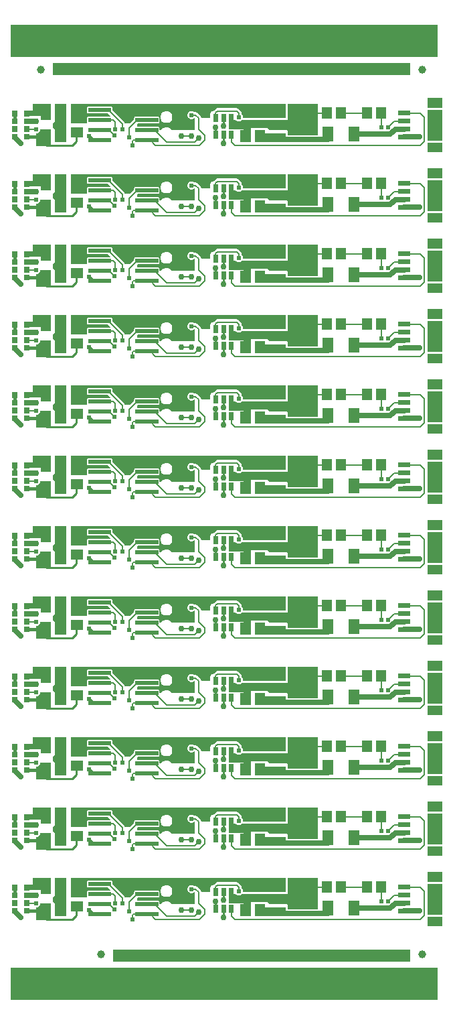
<source format=gbr>
G04 start of page 2 for group 0 idx 0 *
G04 Title: (unknown), top *
G04 Creator: pcb 4.0.2 *
G04 CreationDate: Mon Jul 24 21:31:59 2023 UTC *
G04 For: railfan *
G04 Format: Gerber/RS-274X *
G04 PCB-Dimensions (mil): 3000.00 5500.00 *
G04 PCB-Coordinate-Origin: lower left *
%MOIN*%
%FSLAX25Y25*%
%LNTOP*%
%ADD23C,0.0390*%
%ADD22C,0.0140*%
%ADD21C,0.0120*%
%ADD20C,0.0310*%
%ADD19C,0.0300*%
%ADD18C,0.0240*%
%ADD17C,0.0394*%
%ADD16C,0.0150*%
%ADD15C,0.0180*%
%ADD14C,0.0250*%
%ADD13C,0.0100*%
%ADD12C,0.0080*%
%ADD11C,0.0001*%
G54D11*G36*
X172000Y475500D02*X192000D01*
Y471000D01*
X172000D01*
Y475500D01*
G37*
G36*
X193000Y478000D02*X208000D01*
Y462500D01*
X193000D01*
Y478000D01*
G37*
G36*
X172000Y470000D02*X196000D01*
Y466000D01*
X172000D01*
Y470000D01*
G37*
G36*
X183000Y467000D02*X194500D01*
Y465000D01*
X184000D01*
X183000Y466000D01*
Y467000D01*
G37*
G36*
X270000Y475181D02*Y459819D01*
X269956Y459829D01*
X269799Y459838D01*
X262556Y459829D01*
X262500Y459816D01*
Y475184D01*
X262556Y475171D01*
X262713Y475162D01*
X269956Y475171D01*
X270000Y475181D01*
G37*
G36*
X171000Y470000D02*X174500D01*
Y459000D01*
X171000D01*
Y470000D01*
G37*
G36*
X192000Y463500D02*Y459500D01*
X177500D01*
Y463500D01*
X192000D01*
G37*
G36*
X270000Y440181D02*Y424819D01*
X269956Y424829D01*
X269799Y424838D01*
X262556Y424829D01*
X262500Y424816D01*
Y440184D01*
X262556Y440171D01*
X262713Y440162D01*
X269956Y440171D01*
X270000Y440181D01*
G37*
G36*
Y405181D02*Y389819D01*
X269956Y389829D01*
X269799Y389838D01*
X262556Y389829D01*
X262500Y389816D01*
Y405184D01*
X262556Y405171D01*
X262713Y405162D01*
X269956Y405171D01*
X270000Y405181D01*
G37*
G36*
X172000Y470000D02*Y465500D01*
X163530D01*
X163500Y465549D01*
Y470000D01*
X166888D01*
X166940Y469940D01*
X167203Y469715D01*
X167498Y469534D01*
X167818Y469401D01*
X168155Y469320D01*
X168500Y469293D01*
X168845Y469320D01*
X169182Y469401D01*
X169502Y469534D01*
X169797Y469715D01*
X170060Y469940D01*
X170112Y470000D01*
X172000D01*
G37*
G36*
X192000Y471000D02*X170642D01*
X170680Y471155D01*
X170700Y471500D01*
X170680Y471845D01*
X170599Y472182D01*
X170466Y472502D01*
X170285Y472797D01*
X170060Y473060D01*
X169900Y473197D01*
Y473445D01*
X169904Y473500D01*
X169887Y473720D01*
X169836Y473934D01*
X169751Y474138D01*
X169636Y474325D01*
X169636Y474326D01*
X169493Y474493D01*
X169451Y474529D01*
X168529Y475451D01*
X168493Y475493D01*
X168326Y475636D01*
X168325Y475636D01*
X168138Y475751D01*
X167934Y475836D01*
X167720Y475887D01*
X167500Y475904D01*
X167445Y475900D01*
X158055D01*
X158000Y475904D01*
X157780Y475887D01*
X157566Y475836D01*
X157362Y475751D01*
X157175Y475636D01*
X157174Y475636D01*
X157007Y475493D01*
X156971Y475451D01*
X156149Y474629D01*
X156107Y474593D01*
X156017Y474488D01*
X155665Y474486D01*
X155435Y474431D01*
X155217Y474341D01*
X155016Y474217D01*
X154836Y474064D01*
X154683Y473884D01*
X154559Y473683D01*
X154469Y473465D01*
X154414Y473235D01*
X154400Y473000D01*
X154407Y471000D01*
X151000D01*
Y478000D01*
X192000D01*
Y471000D01*
G37*
G36*
X143000Y478000D02*X154000D01*
Y471000D01*
X149904D01*
Y471000D01*
X149887Y471220D01*
X149836Y471434D01*
X149751Y471638D01*
X149636Y471825D01*
X149636Y471826D01*
X149493Y471993D01*
X149451Y472029D01*
X148029Y473451D01*
X147993Y473493D01*
X147826Y473636D01*
X147825Y473636D01*
X147638Y473751D01*
X147434Y473836D01*
X147220Y473887D01*
X147000Y473904D01*
X146945Y473900D01*
X146434D01*
X146419Y473919D01*
X146179Y474123D01*
X145911Y474288D01*
X145620Y474408D01*
X145314Y474481D01*
X145000Y474506D01*
X144686Y474481D01*
X144380Y474408D01*
X144089Y474288D01*
X143821Y474123D01*
X143581Y473919D01*
X143377Y473679D01*
X143212Y473411D01*
X143092Y473120D01*
X143019Y472814D01*
X143000Y472578D01*
Y478000D01*
G37*
G36*
X192000Y436000D02*X170642D01*
X170680Y436155D01*
X170700Y436500D01*
X170680Y436845D01*
X170599Y437182D01*
X170466Y437502D01*
X170285Y437797D01*
X170060Y438060D01*
X169900Y438197D01*
Y438445D01*
X169904Y438500D01*
X169887Y438720D01*
X169836Y438934D01*
X169751Y439138D01*
X169636Y439325D01*
X169636Y439326D01*
X169493Y439493D01*
X169451Y439529D01*
X168529Y440451D01*
X168493Y440493D01*
X168326Y440636D01*
X168325Y440636D01*
X168138Y440751D01*
X167934Y440836D01*
X167720Y440887D01*
X167500Y440904D01*
X167445Y440900D01*
X158055D01*
X158000Y440904D01*
X157780Y440887D01*
X157566Y440836D01*
X157362Y440751D01*
X157175Y440636D01*
X157174Y440636D01*
X157007Y440493D01*
X156971Y440451D01*
X156149Y439629D01*
X156107Y439593D01*
X156017Y439488D01*
X155665Y439486D01*
X155435Y439431D01*
X155217Y439341D01*
X155016Y439217D01*
X154836Y439064D01*
X154683Y438884D01*
X154559Y438683D01*
X154469Y438465D01*
X154414Y438235D01*
X154400Y438000D01*
X154407Y436000D01*
X151000D01*
Y443000D01*
X192000D01*
Y436000D01*
G37*
G36*
X143000Y443000D02*X154000D01*
Y436000D01*
X149904D01*
Y436000D01*
X149887Y436220D01*
X149836Y436434D01*
X149751Y436638D01*
X149636Y436825D01*
X149636Y436826D01*
X149493Y436993D01*
X149451Y437029D01*
X148029Y438451D01*
X147993Y438493D01*
X147826Y438636D01*
X147825Y438636D01*
X147638Y438751D01*
X147434Y438836D01*
X147220Y438887D01*
X147000Y438904D01*
X146945Y438900D01*
X146434D01*
X146419Y438919D01*
X146179Y439123D01*
X145911Y439288D01*
X145620Y439408D01*
X145314Y439481D01*
X145000Y439506D01*
X144686Y439481D01*
X144380Y439408D01*
X144089Y439288D01*
X143821Y439123D01*
X143581Y438919D01*
X143377Y438679D01*
X143212Y438411D01*
X143092Y438120D01*
X143019Y437814D01*
X143000Y437578D01*
Y443000D01*
G37*
G36*
X172000Y440500D02*X192000D01*
Y436000D01*
X172000D01*
Y440500D01*
G37*
G36*
X171000Y435000D02*X174500D01*
Y424000D01*
X171000D01*
Y435000D01*
G37*
G36*
X172000D02*Y430500D01*
X163530D01*
X163500Y430549D01*
Y435000D01*
X166888D01*
X166940Y434940D01*
X167203Y434715D01*
X167498Y434534D01*
X167818Y434401D01*
X168155Y434320D01*
X168500Y434293D01*
X168845Y434320D01*
X169182Y434401D01*
X169502Y434534D01*
X169797Y434715D01*
X170060Y434940D01*
X170112Y435000D01*
X172000D01*
G37*
G36*
X196000D01*
Y431000D01*
X172000D01*
Y435000D01*
G37*
G36*
X192000Y428500D02*Y424500D01*
X177500D01*
Y428500D01*
X192000D01*
G37*
G36*
X193000Y443000D02*X208000D01*
Y427500D01*
X193000D01*
Y443000D01*
G37*
G36*
X183000Y432000D02*X194500D01*
Y430000D01*
X184000D01*
X183000Y431000D01*
Y432000D01*
G37*
G36*
X172000Y405500D02*X192000D01*
Y401000D01*
X172000D01*
Y405500D01*
G37*
G36*
X193000Y408000D02*X208000D01*
Y392500D01*
X193000D01*
Y408000D01*
G37*
G36*
X172000Y400000D02*X196000D01*
Y396000D01*
X172000D01*
Y400000D01*
G37*
G36*
X183000Y397000D02*X194500D01*
Y395000D01*
X184000D01*
X183000Y396000D01*
Y397000D01*
G37*
G36*
X192000Y401000D02*X170642D01*
X170680Y401155D01*
X170700Y401500D01*
X170680Y401845D01*
X170599Y402182D01*
X170466Y402502D01*
X170285Y402797D01*
X170060Y403060D01*
X169900Y403197D01*
Y403445D01*
X169904Y403500D01*
X169887Y403720D01*
X169836Y403934D01*
X169751Y404138D01*
X169636Y404325D01*
X169636Y404326D01*
X169493Y404493D01*
X169451Y404529D01*
X168529Y405451D01*
X168493Y405493D01*
X168326Y405636D01*
X168325Y405636D01*
X168138Y405751D01*
X167934Y405836D01*
X167720Y405887D01*
X167500Y405904D01*
X167445Y405900D01*
X158055D01*
X158000Y405904D01*
X157780Y405887D01*
X157566Y405836D01*
X157362Y405751D01*
X157175Y405636D01*
X157174Y405636D01*
X157007Y405493D01*
X156971Y405451D01*
X156149Y404629D01*
X156107Y404593D01*
X156017Y404488D01*
X155665Y404486D01*
X155435Y404431D01*
X155217Y404341D01*
X155016Y404217D01*
X154836Y404064D01*
X154683Y403884D01*
X154559Y403683D01*
X154469Y403465D01*
X154414Y403235D01*
X154400Y403000D01*
X154407Y401000D01*
X151000D01*
Y408000D01*
X192000D01*
Y401000D01*
G37*
G36*
X143000Y408000D02*X154000D01*
Y401000D01*
X149904D01*
Y401000D01*
X149887Y401220D01*
X149836Y401434D01*
X149751Y401638D01*
X149636Y401825D01*
X149636Y401826D01*
X149493Y401993D01*
X149451Y402029D01*
X148029Y403451D01*
X147993Y403493D01*
X147826Y403636D01*
X147825Y403636D01*
X147638Y403751D01*
X147434Y403836D01*
X147220Y403887D01*
X147000Y403904D01*
X146945Y403900D01*
X146434D01*
X146419Y403919D01*
X146179Y404123D01*
X145911Y404288D01*
X145620Y404408D01*
X145314Y404481D01*
X145000Y404506D01*
X144686Y404481D01*
X144380Y404408D01*
X144089Y404288D01*
X143821Y404123D01*
X143581Y403919D01*
X143377Y403679D01*
X143212Y403411D01*
X143092Y403120D01*
X143019Y402814D01*
X143000Y402578D01*
Y408000D01*
G37*
G36*
Y373000D02*X154000D01*
Y366000D01*
X149904D01*
Y366000D01*
X149887Y366220D01*
X149836Y366434D01*
X149751Y366638D01*
X149636Y366825D01*
X149636Y366826D01*
X149493Y366993D01*
X149451Y367029D01*
X148029Y368451D01*
X147993Y368493D01*
X147826Y368636D01*
X147825Y368636D01*
X147638Y368751D01*
X147434Y368836D01*
X147220Y368887D01*
X147000Y368904D01*
X146945Y368900D01*
X146434D01*
X146419Y368919D01*
X146179Y369123D01*
X145911Y369288D01*
X145620Y369408D01*
X145314Y369481D01*
X145000Y369506D01*
X144686Y369481D01*
X144380Y369408D01*
X144089Y369288D01*
X143821Y369123D01*
X143581Y368919D01*
X143377Y368679D01*
X143212Y368411D01*
X143092Y368120D01*
X143019Y367814D01*
X143000Y367578D01*
Y373000D01*
G37*
G36*
X171000Y400000D02*X174500D01*
Y389000D01*
X171000D01*
Y400000D01*
G37*
G36*
Y365000D02*X174500D01*
Y354000D01*
X171000D01*
Y365000D01*
G37*
G36*
Y330000D02*X174500D01*
Y319000D01*
X171000D01*
Y330000D01*
G37*
G36*
X172000Y400000D02*Y395500D01*
X163530D01*
X163500Y395549D01*
Y400000D01*
X166888D01*
X166940Y399940D01*
X167203Y399715D01*
X167498Y399534D01*
X167818Y399401D01*
X168155Y399320D01*
X168500Y399293D01*
X168845Y399320D01*
X169182Y399401D01*
X169502Y399534D01*
X169797Y399715D01*
X170060Y399940D01*
X170112Y400000D01*
X172000D01*
G37*
G36*
Y365000D02*Y360500D01*
X163530D01*
X163500Y360549D01*
Y365000D01*
X166888D01*
X166940Y364940D01*
X167203Y364715D01*
X167498Y364534D01*
X167818Y364401D01*
X168155Y364320D01*
X168500Y364293D01*
X168845Y364320D01*
X169182Y364401D01*
X169502Y364534D01*
X169797Y364715D01*
X170060Y364940D01*
X170112Y365000D01*
X172000D01*
G37*
G36*
Y330000D02*Y325500D01*
X163530D01*
X163500Y325549D01*
Y330000D01*
X166888D01*
X166940Y329940D01*
X167203Y329715D01*
X167498Y329534D01*
X167818Y329401D01*
X168155Y329320D01*
X168500Y329293D01*
X168845Y329320D01*
X169182Y329401D01*
X169502Y329534D01*
X169797Y329715D01*
X170060Y329940D01*
X170112Y330000D01*
X172000D01*
G37*
G36*
X192000Y393500D02*Y389500D01*
X177500D01*
Y393500D01*
X192000D01*
G37*
G36*
X172000Y370500D02*X192000D01*
Y366000D01*
X172000D01*
Y370500D01*
G37*
G36*
X193000Y373000D02*X208000D01*
Y357500D01*
X193000D01*
Y373000D01*
G37*
G36*
X172000Y365000D02*X196000D01*
Y361000D01*
X172000D01*
Y365000D01*
G37*
G36*
X183000Y362000D02*X194500D01*
Y360000D01*
X184000D01*
X183000Y361000D01*
Y362000D01*
G37*
G36*
X192000Y358500D02*Y354500D01*
X177500D01*
Y358500D01*
X192000D01*
G37*
G36*
Y366000D02*X170642D01*
X170680Y366155D01*
X170700Y366500D01*
X170680Y366845D01*
X170599Y367182D01*
X170466Y367502D01*
X170285Y367797D01*
X170060Y368060D01*
X169900Y368197D01*
Y368445D01*
X169904Y368500D01*
X169887Y368720D01*
X169836Y368934D01*
X169751Y369138D01*
X169636Y369325D01*
X169636Y369326D01*
X169493Y369493D01*
X169451Y369529D01*
X168529Y370451D01*
X168493Y370493D01*
X168326Y370636D01*
X168325Y370636D01*
X168138Y370751D01*
X167934Y370836D01*
X167720Y370887D01*
X167500Y370904D01*
X167445Y370900D01*
X158055D01*
X158000Y370904D01*
X157780Y370887D01*
X157566Y370836D01*
X157362Y370751D01*
X157175Y370636D01*
X157174Y370636D01*
X157007Y370493D01*
X156971Y370451D01*
X156149Y369629D01*
X156107Y369593D01*
X156017Y369488D01*
X155665Y369486D01*
X155435Y369431D01*
X155217Y369341D01*
X155016Y369217D01*
X154836Y369064D01*
X154683Y368884D01*
X154559Y368683D01*
X154469Y368465D01*
X154414Y368235D01*
X154400Y368000D01*
X154407Y366000D01*
X151000D01*
Y373000D01*
X192000D01*
Y366000D01*
G37*
G36*
X270000Y370181D02*Y354819D01*
X269956Y354829D01*
X269799Y354838D01*
X262556Y354829D01*
X262500Y354816D01*
Y370184D01*
X262556Y370171D01*
X262713Y370162D01*
X269956Y370171D01*
X270000Y370181D01*
G37*
G36*
Y335181D02*Y319819D01*
X269956Y319829D01*
X269799Y319838D01*
X262556Y319829D01*
X262500Y319816D01*
Y335184D01*
X262556Y335171D01*
X262713Y335162D01*
X269956Y335171D01*
X270000Y335181D01*
G37*
G36*
Y300181D02*Y284819D01*
X269956Y284829D01*
X269799Y284838D01*
X262556Y284829D01*
X262500Y284816D01*
Y300184D01*
X262556Y300171D01*
X262713Y300162D01*
X269956Y300171D01*
X270000Y300181D01*
G37*
G36*
Y265181D02*Y249819D01*
X269956Y249829D01*
X269799Y249838D01*
X262556Y249829D01*
X262500Y249816D01*
Y265184D01*
X262556Y265171D01*
X262713Y265162D01*
X269956Y265171D01*
X270000Y265181D01*
G37*
G36*
Y230181D02*Y214819D01*
X269956Y214829D01*
X269799Y214838D01*
X262556Y214829D01*
X262500Y214816D01*
Y230184D01*
X262556Y230171D01*
X262713Y230162D01*
X269956Y230171D01*
X270000Y230181D01*
G37*
G36*
Y195181D02*Y179819D01*
X269956Y179829D01*
X269799Y179838D01*
X262556Y179829D01*
X262500Y179816D01*
Y195184D01*
X262556Y195171D01*
X262713Y195162D01*
X269956Y195171D01*
X270000Y195181D01*
G37*
G36*
Y160181D02*Y144819D01*
X269956Y144829D01*
X269799Y144838D01*
X262556Y144829D01*
X262500Y144816D01*
Y160184D01*
X262556Y160171D01*
X262713Y160162D01*
X269956Y160171D01*
X270000Y160181D01*
G37*
G36*
Y125181D02*Y109819D01*
X269956Y109829D01*
X269799Y109838D01*
X262556Y109829D01*
X262500Y109816D01*
Y125184D01*
X262556Y125171D01*
X262713Y125162D01*
X269956Y125171D01*
X270000Y125181D01*
G37*
G36*
Y90181D02*Y74819D01*
X269956Y74829D01*
X269799Y74838D01*
X262556Y74829D01*
X262500Y74816D01*
Y90184D01*
X262556Y90171D01*
X262713Y90162D01*
X269956Y90171D01*
X270000Y90181D01*
G37*
G36*
X75000Y478000D02*Y472000D01*
X66000D01*
Y478000D01*
X75000D01*
G37*
G36*
X77000D02*X82500D01*
Y459000D01*
X77000D01*
Y478000D01*
G37*
G36*
X85000D02*X92000D01*
Y468500D01*
X85000D01*
Y478000D01*
G37*
G36*
X78000Y465500D02*X77000D01*
X76000Y466500D01*
Y468500D01*
X77000Y469500D01*
X78000D01*
Y465500D01*
G37*
G36*
X75000Y478000D02*Y472000D01*
X66000D01*
Y478000D01*
X75000D01*
G37*
G36*
X96467Y473402D02*X96500Y473400D01*
X103116Y473404D01*
X104920Y471600D01*
X102033Y471598D01*
X102000Y471600D01*
X93406Y471594D01*
X93314Y471572D01*
X93227Y471536D01*
X93146Y471487D01*
X93074Y471426D01*
X93013Y471354D01*
X92964Y471273D01*
X92928Y471186D01*
X92906Y471094D01*
X92900Y471000D01*
X92906Y468906D01*
X92928Y468814D01*
X92964Y468727D01*
X93013Y468646D01*
X93074Y468574D01*
X93146Y468513D01*
X93168Y468500D01*
X86000D01*
Y478000D01*
X126500D01*
Y471599D01*
X125533Y471598D01*
X125500Y471600D01*
X116906Y471594D01*
X116814Y471572D01*
X116727Y471536D01*
X116646Y471487D01*
X116574Y471426D01*
X116513Y471354D01*
X116464Y471273D01*
X116428Y471186D01*
X116406Y471094D01*
X116400Y471000D01*
X116402Y470382D01*
X114520Y468500D01*
X111808D01*
X111751Y468638D01*
X111636Y468825D01*
X111636Y468826D01*
X111493Y468993D01*
X111451Y469029D01*
X105598Y474882D01*
X105594Y476094D01*
X105572Y476186D01*
X105536Y476273D01*
X105487Y476354D01*
X105426Y476426D01*
X105354Y476487D01*
X105273Y476536D01*
X105186Y476572D01*
X105094Y476594D01*
X105000Y476600D01*
X102033Y476598D01*
X102000Y476600D01*
X93406Y476594D01*
X93314Y476572D01*
X93227Y476536D01*
X93146Y476487D01*
X93074Y476426D01*
X93013Y476354D01*
X92964Y476273D01*
X92928Y476186D01*
X92906Y476094D01*
X92900Y476000D01*
X92906Y473906D01*
X92928Y473814D01*
X92964Y473727D01*
X93013Y473646D01*
X93074Y473574D01*
X93146Y473513D01*
X93227Y473464D01*
X93314Y473428D01*
X93406Y473406D01*
X93500Y473400D01*
X96467Y473402D01*
G37*
G36*
X126500Y468404D02*Y466599D01*
X125533Y466598D01*
X125500Y466600D01*
X118000Y466595D01*
Y468020D01*
X118381Y468401D01*
X119968Y468402D01*
X120000Y468400D01*
X126500Y468404D01*
G37*
G36*
X132495Y478000D02*X146500D01*
Y473900D01*
X146434D01*
X146419Y473919D01*
X146179Y474123D01*
X145911Y474288D01*
X145620Y474408D01*
X145314Y474481D01*
X145000Y474506D01*
X144686Y474481D01*
X144380Y474408D01*
X144089Y474288D01*
X143821Y474123D01*
X143581Y473919D01*
X143377Y473679D01*
X143212Y473411D01*
X143092Y473120D01*
X143019Y472814D01*
X142994Y472500D01*
X143019Y472186D01*
X143092Y471880D01*
X143212Y471589D01*
X143377Y471321D01*
X143581Y471081D01*
X143821Y470877D01*
X144089Y470712D01*
X144380Y470592D01*
X144686Y470519D01*
X145000Y470494D01*
X145314Y470519D01*
X145620Y470592D01*
X145911Y470712D01*
X146179Y470877D01*
X146419Y471081D01*
X146428Y471092D01*
X146500Y471020D01*
Y465000D01*
X135041D01*
X134894Y465239D01*
X134592Y465592D01*
X134239Y465894D01*
X133843Y466137D01*
X133414Y466314D01*
X132963Y466423D01*
X132500Y466459D01*
X132495Y466459D01*
Y468541D01*
X132500Y468541D01*
X132963Y468577D01*
X133414Y468686D01*
X133843Y468863D01*
X134239Y469106D01*
X134592Y469408D01*
X134894Y469761D01*
X135137Y470157D01*
X135314Y470586D01*
X135423Y471037D01*
X135450Y471500D01*
X135423Y471963D01*
X135314Y472414D01*
X135137Y472843D01*
X134894Y473239D01*
X134592Y473592D01*
X134239Y473894D01*
X133843Y474137D01*
X133414Y474314D01*
X132963Y474423D01*
X132500Y474459D01*
X132495Y474459D01*
Y478000D01*
G37*
G36*
X123000D02*X132495D01*
Y474459D01*
X132037Y474423D01*
X131586Y474314D01*
X131157Y474137D01*
X130761Y473894D01*
X130408Y473592D01*
X130106Y473239D01*
X129863Y472843D01*
X129686Y472414D01*
X129577Y471963D01*
X129541Y471500D01*
X129577Y471037D01*
X129686Y470586D01*
X129863Y470157D01*
X130106Y469761D01*
X130408Y469408D01*
X130761Y469106D01*
X131157Y468863D01*
X131586Y468686D01*
X132037Y468577D01*
X132495Y468541D01*
Y466459D01*
X132037Y466423D01*
X131586Y466314D01*
X131157Y466137D01*
X130761Y465894D01*
X130408Y465592D01*
X130106Y465239D01*
X129959Y465000D01*
X129097D01*
X129094Y466094D01*
X129072Y466186D01*
X129036Y466273D01*
X128987Y466354D01*
X128926Y466426D01*
X128854Y466487D01*
X128773Y466536D01*
X128686Y466572D01*
X128594Y466594D01*
X128500Y466600D01*
X125533Y466598D01*
X125500Y466600D01*
X123000Y466598D01*
Y468402D01*
X128594Y468406D01*
X128686Y468428D01*
X128773Y468464D01*
X128854Y468513D01*
X128926Y468574D01*
X128987Y468646D01*
X129036Y468727D01*
X129072Y468814D01*
X129094Y468906D01*
X129100Y469000D01*
X129094Y471094D01*
X129072Y471186D01*
X129036Y471273D01*
X128987Y471354D01*
X128926Y471426D01*
X128854Y471487D01*
X128773Y471536D01*
X128686Y471572D01*
X128594Y471594D01*
X128500Y471600D01*
X125533Y471598D01*
X125500Y471600D01*
X123000Y471598D01*
Y478000D01*
G37*
G36*
X55000Y517500D02*X267500D01*
Y501500D01*
X55000D01*
Y517500D01*
G37*
G36*
X76000Y498500D02*X254000D01*
Y492500D01*
X76000D01*
Y498500D01*
G37*
G36*
X75000Y457000D02*X67500D01*
Y463293D01*
X67845Y463320D01*
X68182Y463401D01*
X68502Y463534D01*
X68797Y463715D01*
X69060Y463940D01*
X69285Y464203D01*
X69466Y464498D01*
X69599Y464818D01*
X69680Y465155D01*
X69700Y465500D01*
X75000D01*
Y457000D01*
G37*
G36*
X96467Y438402D02*X96500Y438400D01*
X103116Y438404D01*
X104920Y436600D01*
X102033Y436598D01*
X102000Y436600D01*
X93406Y436594D01*
X93314Y436572D01*
X93227Y436536D01*
X93146Y436487D01*
X93074Y436426D01*
X93013Y436354D01*
X92964Y436273D01*
X92928Y436186D01*
X92906Y436094D01*
X92900Y436000D01*
X92906Y433906D01*
X92928Y433814D01*
X92964Y433727D01*
X93013Y433646D01*
X93074Y433574D01*
X93146Y433513D01*
X93168Y433500D01*
X86000D01*
Y443000D01*
X126500D01*
Y436599D01*
X125533Y436598D01*
X125500Y436600D01*
X116906Y436594D01*
X116814Y436572D01*
X116727Y436536D01*
X116646Y436487D01*
X116574Y436426D01*
X116513Y436354D01*
X116464Y436273D01*
X116428Y436186D01*
X116406Y436094D01*
X116400Y436000D01*
X116402Y435382D01*
X114520Y433500D01*
X111808D01*
X111751Y433638D01*
X111636Y433825D01*
X111636Y433826D01*
X111493Y433993D01*
X111451Y434029D01*
X105598Y439882D01*
X105594Y441094D01*
X105572Y441186D01*
X105536Y441273D01*
X105487Y441354D01*
X105426Y441426D01*
X105354Y441487D01*
X105273Y441536D01*
X105186Y441572D01*
X105094Y441594D01*
X105000Y441600D01*
X102033Y441598D01*
X102000Y441600D01*
X93406Y441594D01*
X93314Y441572D01*
X93227Y441536D01*
X93146Y441487D01*
X93074Y441426D01*
X93013Y441354D01*
X92964Y441273D01*
X92928Y441186D01*
X92906Y441094D01*
X92900Y441000D01*
X92906Y438906D01*
X92928Y438814D01*
X92964Y438727D01*
X93013Y438646D01*
X93074Y438574D01*
X93146Y438513D01*
X93227Y438464D01*
X93314Y438428D01*
X93406Y438406D01*
X93500Y438400D01*
X96467Y438402D01*
G37*
G36*
X126500Y433404D02*Y431599D01*
X125533Y431598D01*
X125500Y431600D01*
X118000Y431595D01*
Y433020D01*
X118381Y433401D01*
X119968Y433402D01*
X120000Y433400D01*
X126500Y433404D01*
G37*
G36*
X75000Y443000D02*Y437000D01*
X66000D01*
Y443000D01*
X75000D01*
G37*
G36*
X77000D02*X82500D01*
Y424000D01*
X77000D01*
Y443000D01*
G37*
G36*
X85000D02*X92000D01*
Y433500D01*
X85000D01*
Y443000D01*
G37*
G36*
X78000Y430500D02*X77000D01*
X76000Y431500D01*
Y433500D01*
X77000Y434500D01*
X78000D01*
Y430500D01*
G37*
G36*
X75000Y443000D02*Y437000D01*
X66000D01*
Y443000D01*
X75000D01*
G37*
G36*
Y422000D02*X67500D01*
Y428293D01*
X67845Y428320D01*
X68182Y428401D01*
X68502Y428534D01*
X68797Y428715D01*
X69060Y428940D01*
X69285Y429203D01*
X69466Y429498D01*
X69599Y429818D01*
X69680Y430155D01*
X69700Y430500D01*
X75000D01*
Y422000D01*
G37*
G36*
X132495Y443000D02*X146500D01*
Y438900D01*
X146434D01*
X146419Y438919D01*
X146179Y439123D01*
X145911Y439288D01*
X145620Y439408D01*
X145314Y439481D01*
X145000Y439506D01*
X144686Y439481D01*
X144380Y439408D01*
X144089Y439288D01*
X143821Y439123D01*
X143581Y438919D01*
X143377Y438679D01*
X143212Y438411D01*
X143092Y438120D01*
X143019Y437814D01*
X142994Y437500D01*
X143019Y437186D01*
X143092Y436880D01*
X143212Y436589D01*
X143377Y436321D01*
X143581Y436081D01*
X143821Y435877D01*
X144089Y435712D01*
X144380Y435592D01*
X144686Y435519D01*
X145000Y435494D01*
X145314Y435519D01*
X145620Y435592D01*
X145911Y435712D01*
X146179Y435877D01*
X146419Y436081D01*
X146428Y436092D01*
X146500Y436020D01*
Y430000D01*
X135041D01*
X134894Y430239D01*
X134592Y430592D01*
X134239Y430894D01*
X133843Y431137D01*
X133414Y431314D01*
X132963Y431423D01*
X132500Y431459D01*
X132495Y431459D01*
Y433541D01*
X132500Y433541D01*
X132963Y433577D01*
X133414Y433686D01*
X133843Y433863D01*
X134239Y434106D01*
X134592Y434408D01*
X134894Y434761D01*
X135137Y435157D01*
X135314Y435586D01*
X135423Y436037D01*
X135450Y436500D01*
X135423Y436963D01*
X135314Y437414D01*
X135137Y437843D01*
X134894Y438239D01*
X134592Y438592D01*
X134239Y438894D01*
X133843Y439137D01*
X133414Y439314D01*
X132963Y439423D01*
X132500Y439459D01*
X132495Y439459D01*
Y443000D01*
G37*
G36*
X123000D02*X132495D01*
Y439459D01*
X132037Y439423D01*
X131586Y439314D01*
X131157Y439137D01*
X130761Y438894D01*
X130408Y438592D01*
X130106Y438239D01*
X129863Y437843D01*
X129686Y437414D01*
X129577Y436963D01*
X129541Y436500D01*
X129577Y436037D01*
X129686Y435586D01*
X129863Y435157D01*
X130106Y434761D01*
X130408Y434408D01*
X130761Y434106D01*
X131157Y433863D01*
X131586Y433686D01*
X132037Y433577D01*
X132495Y433541D01*
Y431459D01*
X132037Y431423D01*
X131586Y431314D01*
X131157Y431137D01*
X130761Y430894D01*
X130408Y430592D01*
X130106Y430239D01*
X129959Y430000D01*
X129097D01*
X129094Y431094D01*
X129072Y431186D01*
X129036Y431273D01*
X128987Y431354D01*
X128926Y431426D01*
X128854Y431487D01*
X128773Y431536D01*
X128686Y431572D01*
X128594Y431594D01*
X128500Y431600D01*
X125533Y431598D01*
X125500Y431600D01*
X123000Y431598D01*
Y433402D01*
X128594Y433406D01*
X128686Y433428D01*
X128773Y433464D01*
X128854Y433513D01*
X128926Y433574D01*
X128987Y433646D01*
X129036Y433727D01*
X129072Y433814D01*
X129094Y433906D01*
X129100Y434000D01*
X129094Y436094D01*
X129072Y436186D01*
X129036Y436273D01*
X128987Y436354D01*
X128926Y436426D01*
X128854Y436487D01*
X128773Y436536D01*
X128686Y436572D01*
X128594Y436594D01*
X128500Y436600D01*
X125533Y436598D01*
X125500Y436600D01*
X123000Y436598D01*
Y443000D01*
G37*
G36*
X96467Y403402D02*X96500Y403400D01*
X103116Y403404D01*
X104920Y401600D01*
X102033Y401598D01*
X102000Y401600D01*
X93406Y401594D01*
X93314Y401572D01*
X93227Y401536D01*
X93146Y401487D01*
X93074Y401426D01*
X93013Y401354D01*
X92964Y401273D01*
X92928Y401186D01*
X92906Y401094D01*
X92900Y401000D01*
X92906Y398906D01*
X92928Y398814D01*
X92964Y398727D01*
X93013Y398646D01*
X93074Y398574D01*
X93146Y398513D01*
X93168Y398500D01*
X86000D01*
Y408000D01*
X126500D01*
Y401599D01*
X125533Y401598D01*
X125500Y401600D01*
X116906Y401594D01*
X116814Y401572D01*
X116727Y401536D01*
X116646Y401487D01*
X116574Y401426D01*
X116513Y401354D01*
X116464Y401273D01*
X116428Y401186D01*
X116406Y401094D01*
X116400Y401000D01*
X116402Y400382D01*
X114520Y398500D01*
X111808D01*
X111751Y398638D01*
X111636Y398825D01*
X111636Y398826D01*
X111493Y398993D01*
X111451Y399029D01*
X105598Y404882D01*
X105594Y406094D01*
X105572Y406186D01*
X105536Y406273D01*
X105487Y406354D01*
X105426Y406426D01*
X105354Y406487D01*
X105273Y406536D01*
X105186Y406572D01*
X105094Y406594D01*
X105000Y406600D01*
X102033Y406598D01*
X102000Y406600D01*
X93406Y406594D01*
X93314Y406572D01*
X93227Y406536D01*
X93146Y406487D01*
X93074Y406426D01*
X93013Y406354D01*
X92964Y406273D01*
X92928Y406186D01*
X92906Y406094D01*
X92900Y406000D01*
X92906Y403906D01*
X92928Y403814D01*
X92964Y403727D01*
X93013Y403646D01*
X93074Y403574D01*
X93146Y403513D01*
X93227Y403464D01*
X93314Y403428D01*
X93406Y403406D01*
X93500Y403400D01*
X96467Y403402D01*
G37*
G36*
X126500Y398404D02*Y396599D01*
X125533Y396598D01*
X125500Y396600D01*
X118000Y396595D01*
Y398020D01*
X118381Y398401D01*
X119968Y398402D01*
X120000Y398400D01*
X126500Y398404D01*
G37*
G36*
X132495Y408000D02*X146500D01*
Y403900D01*
X146434D01*
X146419Y403919D01*
X146179Y404123D01*
X145911Y404288D01*
X145620Y404408D01*
X145314Y404481D01*
X145000Y404506D01*
X144686Y404481D01*
X144380Y404408D01*
X144089Y404288D01*
X143821Y404123D01*
X143581Y403919D01*
X143377Y403679D01*
X143212Y403411D01*
X143092Y403120D01*
X143019Y402814D01*
X142994Y402500D01*
X143019Y402186D01*
X143092Y401880D01*
X143212Y401589D01*
X143377Y401321D01*
X143581Y401081D01*
X143821Y400877D01*
X144089Y400712D01*
X144380Y400592D01*
X144686Y400519D01*
X145000Y400494D01*
X145314Y400519D01*
X145620Y400592D01*
X145911Y400712D01*
X146179Y400877D01*
X146419Y401081D01*
X146428Y401092D01*
X146500Y401020D01*
Y395000D01*
X135041D01*
X134894Y395239D01*
X134592Y395592D01*
X134239Y395894D01*
X133843Y396137D01*
X133414Y396314D01*
X132963Y396423D01*
X132500Y396459D01*
X132495Y396459D01*
Y398541D01*
X132500Y398541D01*
X132963Y398577D01*
X133414Y398686D01*
X133843Y398863D01*
X134239Y399106D01*
X134592Y399408D01*
X134894Y399761D01*
X135137Y400157D01*
X135314Y400586D01*
X135423Y401037D01*
X135450Y401500D01*
X135423Y401963D01*
X135314Y402414D01*
X135137Y402843D01*
X134894Y403239D01*
X134592Y403592D01*
X134239Y403894D01*
X133843Y404137D01*
X133414Y404314D01*
X132963Y404423D01*
X132500Y404459D01*
X132495Y404459D01*
Y408000D01*
G37*
G36*
X123000D02*X132495D01*
Y404459D01*
X132037Y404423D01*
X131586Y404314D01*
X131157Y404137D01*
X130761Y403894D01*
X130408Y403592D01*
X130106Y403239D01*
X129863Y402843D01*
X129686Y402414D01*
X129577Y401963D01*
X129541Y401500D01*
X129577Y401037D01*
X129686Y400586D01*
X129863Y400157D01*
X130106Y399761D01*
X130408Y399408D01*
X130761Y399106D01*
X131157Y398863D01*
X131586Y398686D01*
X132037Y398577D01*
X132495Y398541D01*
Y396459D01*
X132037Y396423D01*
X131586Y396314D01*
X131157Y396137D01*
X130761Y395894D01*
X130408Y395592D01*
X130106Y395239D01*
X129959Y395000D01*
X129097D01*
X129094Y396094D01*
X129072Y396186D01*
X129036Y396273D01*
X128987Y396354D01*
X128926Y396426D01*
X128854Y396487D01*
X128773Y396536D01*
X128686Y396572D01*
X128594Y396594D01*
X128500Y396600D01*
X125533Y396598D01*
X125500Y396600D01*
X123000Y396598D01*
Y398402D01*
X128594Y398406D01*
X128686Y398428D01*
X128773Y398464D01*
X128854Y398513D01*
X128926Y398574D01*
X128987Y398646D01*
X129036Y398727D01*
X129072Y398814D01*
X129094Y398906D01*
X129100Y399000D01*
X129094Y401094D01*
X129072Y401186D01*
X129036Y401273D01*
X128987Y401354D01*
X128926Y401426D01*
X128854Y401487D01*
X128773Y401536D01*
X128686Y401572D01*
X128594Y401594D01*
X128500Y401600D01*
X125533Y401598D01*
X125500Y401600D01*
X123000Y401598D01*
Y408000D01*
G37*
G36*
X192000Y331000D02*X170642D01*
X170680Y331155D01*
X170700Y331500D01*
X170680Y331845D01*
X170599Y332182D01*
X170466Y332502D01*
X170285Y332797D01*
X170060Y333060D01*
X169900Y333197D01*
Y333445D01*
X169904Y333500D01*
X169887Y333720D01*
X169836Y333934D01*
X169751Y334138D01*
X169636Y334325D01*
X169636Y334326D01*
X169493Y334493D01*
X169451Y334529D01*
X168529Y335451D01*
X168493Y335493D01*
X168326Y335636D01*
X168325Y335636D01*
X168138Y335751D01*
X167934Y335836D01*
X167720Y335887D01*
X167500Y335904D01*
X167445Y335900D01*
X158055D01*
X158000Y335904D01*
X157780Y335887D01*
X157566Y335836D01*
X157362Y335751D01*
X157175Y335636D01*
X157174Y335636D01*
X157007Y335493D01*
X156971Y335451D01*
X156149Y334629D01*
X156107Y334593D01*
X156017Y334488D01*
X155665Y334486D01*
X155435Y334431D01*
X155217Y334341D01*
X155016Y334217D01*
X154836Y334064D01*
X154683Y333884D01*
X154559Y333683D01*
X154469Y333465D01*
X154414Y333235D01*
X154400Y333000D01*
X154407Y331000D01*
X151000D01*
Y338000D01*
X192000D01*
Y331000D01*
G37*
G36*
X143000Y338000D02*X154000D01*
Y331000D01*
X149904D01*
Y331000D01*
X149887Y331220D01*
X149836Y331434D01*
X149751Y331638D01*
X149636Y331825D01*
X149636Y331826D01*
X149493Y331993D01*
X149451Y332029D01*
X148029Y333451D01*
X147993Y333493D01*
X147826Y333636D01*
X147825Y333636D01*
X147638Y333751D01*
X147434Y333836D01*
X147220Y333887D01*
X147000Y333904D01*
X146945Y333900D01*
X146434D01*
X146419Y333919D01*
X146179Y334123D01*
X145911Y334288D01*
X145620Y334408D01*
X145314Y334481D01*
X145000Y334506D01*
X144686Y334481D01*
X144380Y334408D01*
X144089Y334288D01*
X143821Y334123D01*
X143581Y333919D01*
X143377Y333679D01*
X143212Y333411D01*
X143092Y333120D01*
X143019Y332814D01*
X143000Y332578D01*
Y338000D01*
G37*
G36*
X172000Y335500D02*X192000D01*
Y331000D01*
X172000D01*
Y335500D01*
G37*
G36*
X193000Y338000D02*X208000D01*
Y322500D01*
X193000D01*
Y338000D01*
G37*
G36*
X172000Y330000D02*X196000D01*
Y326000D01*
X172000D01*
Y330000D01*
G37*
G36*
X183000Y327000D02*X194500D01*
Y325000D01*
X184000D01*
X183000Y326000D01*
Y327000D01*
G37*
G36*
X192000Y323500D02*Y319500D01*
X177500D01*
Y323500D01*
X192000D01*
G37*
G36*
X172000Y300500D02*X192000D01*
Y296000D01*
X172000D01*
Y300500D01*
G37*
G36*
X193000Y303000D02*X208000D01*
Y287500D01*
X193000D01*
Y303000D01*
G37*
G36*
Y268000D02*X208000D01*
Y252500D01*
X193000D01*
Y268000D01*
G37*
G36*
X171000Y295000D02*X174500D01*
Y284000D01*
X171000D01*
Y295000D01*
G37*
G36*
X172000D02*Y290500D01*
X163530D01*
X163500Y290549D01*
Y295000D01*
X166888D01*
X166940Y294940D01*
X167203Y294715D01*
X167498Y294534D01*
X167818Y294401D01*
X168155Y294320D01*
X168500Y294293D01*
X168845Y294320D01*
X169182Y294401D01*
X169502Y294534D01*
X169797Y294715D01*
X170060Y294940D01*
X170112Y295000D01*
X172000D01*
G37*
G36*
X196000D01*
Y291000D01*
X172000D01*
Y295000D01*
G37*
G36*
X183000Y292000D02*X194500D01*
Y290000D01*
X184000D01*
X183000Y291000D01*
Y292000D01*
G37*
G36*
X192000Y288500D02*Y284500D01*
X177500D01*
Y288500D01*
X192000D01*
G37*
G36*
Y296000D02*X170642D01*
X170680Y296155D01*
X170700Y296500D01*
X170680Y296845D01*
X170599Y297182D01*
X170466Y297502D01*
X170285Y297797D01*
X170060Y298060D01*
X169900Y298197D01*
Y298445D01*
X169904Y298500D01*
X169887Y298720D01*
X169836Y298934D01*
X169751Y299138D01*
X169636Y299325D01*
X169636Y299326D01*
X169493Y299493D01*
X169451Y299529D01*
X168529Y300451D01*
X168493Y300493D01*
X168326Y300636D01*
X168325Y300636D01*
X168138Y300751D01*
X167934Y300836D01*
X167720Y300887D01*
X167500Y300904D01*
X167445Y300900D01*
X158055D01*
X158000Y300904D01*
X157780Y300887D01*
X157566Y300836D01*
X157362Y300751D01*
X157175Y300636D01*
X157174Y300636D01*
X157007Y300493D01*
X156971Y300451D01*
X156149Y299629D01*
X156107Y299593D01*
X156017Y299488D01*
X155665Y299486D01*
X155435Y299431D01*
X155217Y299341D01*
X155016Y299217D01*
X154836Y299064D01*
X154683Y298884D01*
X154559Y298683D01*
X154469Y298465D01*
X154414Y298235D01*
X154400Y298000D01*
X154407Y296000D01*
X151000D01*
Y303000D01*
X192000D01*
Y296000D01*
G37*
G36*
X143000Y303000D02*X154000D01*
Y296000D01*
X149904D01*
Y296000D01*
X149887Y296220D01*
X149836Y296434D01*
X149751Y296638D01*
X149636Y296825D01*
X149636Y296826D01*
X149493Y296993D01*
X149451Y297029D01*
X148029Y298451D01*
X147993Y298493D01*
X147826Y298636D01*
X147825Y298636D01*
X147638Y298751D01*
X147434Y298836D01*
X147220Y298887D01*
X147000Y298904D01*
X146945Y298900D01*
X146434D01*
X146419Y298919D01*
X146179Y299123D01*
X145911Y299288D01*
X145620Y299408D01*
X145314Y299481D01*
X145000Y299506D01*
X144686Y299481D01*
X144380Y299408D01*
X144089Y299288D01*
X143821Y299123D01*
X143581Y298919D01*
X143377Y298679D01*
X143212Y298411D01*
X143092Y298120D01*
X143019Y297814D01*
X143000Y297578D01*
Y303000D01*
G37*
G36*
X172000Y265500D02*X192000D01*
Y261000D01*
X172000D01*
Y265500D01*
G37*
G36*
X171000Y260000D02*X174500D01*
Y249000D01*
X171000D01*
Y260000D01*
G37*
G36*
X172000D02*Y255500D01*
X163530D01*
X163500Y255549D01*
Y260000D01*
X166888D01*
X166940Y259940D01*
X167203Y259715D01*
X167498Y259534D01*
X167818Y259401D01*
X168155Y259320D01*
X168500Y259293D01*
X168845Y259320D01*
X169182Y259401D01*
X169502Y259534D01*
X169797Y259715D01*
X170060Y259940D01*
X170112Y260000D01*
X172000D01*
G37*
G36*
X196000D01*
Y256000D01*
X172000D01*
Y260000D01*
G37*
G36*
X183000Y257000D02*X194500D01*
Y255000D01*
X184000D01*
X183000Y256000D01*
Y257000D01*
G37*
G36*
X192000Y253500D02*Y249500D01*
X177500D01*
Y253500D01*
X192000D01*
G37*
G36*
Y261000D02*X170642D01*
X170680Y261155D01*
X170700Y261500D01*
X170680Y261845D01*
X170599Y262182D01*
X170466Y262502D01*
X170285Y262797D01*
X170060Y263060D01*
X169900Y263197D01*
Y263445D01*
X169904Y263500D01*
X169887Y263720D01*
X169836Y263934D01*
X169751Y264138D01*
X169636Y264325D01*
X169636Y264326D01*
X169493Y264493D01*
X169451Y264529D01*
X168529Y265451D01*
X168493Y265493D01*
X168326Y265636D01*
X168325Y265636D01*
X168138Y265751D01*
X167934Y265836D01*
X167720Y265887D01*
X167500Y265904D01*
X167445Y265900D01*
X158055D01*
X158000Y265904D01*
X157780Y265887D01*
X157566Y265836D01*
X157362Y265751D01*
X157175Y265636D01*
X157174Y265636D01*
X157007Y265493D01*
X156971Y265451D01*
X156149Y264629D01*
X156107Y264593D01*
X156017Y264488D01*
X155665Y264486D01*
X155435Y264431D01*
X155217Y264341D01*
X155016Y264217D01*
X154836Y264064D01*
X154683Y263884D01*
X154559Y263683D01*
X154469Y263465D01*
X154414Y263235D01*
X154400Y263000D01*
X154407Y261000D01*
X151000D01*
Y268000D01*
X192000D01*
Y261000D01*
G37*
G36*
X143000Y268000D02*X154000D01*
Y261000D01*
X149904D01*
Y261000D01*
X149887Y261220D01*
X149836Y261434D01*
X149751Y261638D01*
X149636Y261825D01*
X149636Y261826D01*
X149493Y261993D01*
X149451Y262029D01*
X148029Y263451D01*
X147993Y263493D01*
X147826Y263636D01*
X147825Y263636D01*
X147638Y263751D01*
X147434Y263836D01*
X147220Y263887D01*
X147000Y263904D01*
X146945Y263900D01*
X146434D01*
X146419Y263919D01*
X146179Y264123D01*
X145911Y264288D01*
X145620Y264408D01*
X145314Y264481D01*
X145000Y264506D01*
X144686Y264481D01*
X144380Y264408D01*
X144089Y264288D01*
X143821Y264123D01*
X143581Y263919D01*
X143377Y263679D01*
X143212Y263411D01*
X143092Y263120D01*
X143019Y262814D01*
X143000Y262578D01*
Y268000D01*
G37*
G36*
X85000Y408000D02*X92000D01*
Y398500D01*
X85000D01*
Y408000D01*
G37*
G36*
Y338000D02*X92000D01*
Y328500D01*
X85000D01*
Y338000D01*
G37*
G36*
Y303000D02*X92000D01*
Y293500D01*
X85000D01*
Y303000D01*
G37*
G36*
X75000Y408000D02*Y402000D01*
X66000D01*
Y408000D01*
X75000D01*
G37*
G36*
X77000D02*X82500D01*
Y389000D01*
X77000D01*
Y408000D01*
G37*
G36*
X78000Y395500D02*X77000D01*
X76000Y396500D01*
Y398500D01*
X77000Y399500D01*
X78000D01*
Y395500D01*
G37*
G36*
X75000Y408000D02*Y402000D01*
X66000D01*
Y408000D01*
X75000D01*
G37*
G36*
Y387000D02*X67500D01*
Y393293D01*
X67845Y393320D01*
X68182Y393401D01*
X68502Y393534D01*
X68797Y393715D01*
X69060Y393940D01*
X69285Y394203D01*
X69466Y394498D01*
X69599Y394818D01*
X69680Y395155D01*
X69700Y395500D01*
X75000D01*
Y387000D01*
G37*
G36*
X77000Y373000D02*X82500D01*
Y354000D01*
X77000D01*
Y373000D01*
G37*
G36*
X78000Y360500D02*X77000D01*
X76000Y361500D01*
Y363500D01*
X77000Y364500D01*
X78000D01*
Y360500D01*
G37*
G36*
X77000Y338000D02*X82500D01*
Y319000D01*
X77000D01*
Y338000D01*
G37*
G36*
X78000Y325500D02*X77000D01*
X76000Y326500D01*
Y328500D01*
X77000Y329500D01*
X78000D01*
Y325500D01*
G37*
G36*
X85000Y373000D02*X92000D01*
Y363500D01*
X85000D01*
Y373000D01*
G37*
G36*
X96467Y368402D02*X96500Y368400D01*
X103116Y368404D01*
X104920Y366600D01*
X102033Y366598D01*
X102000Y366600D01*
X93406Y366594D01*
X93314Y366572D01*
X93227Y366536D01*
X93146Y366487D01*
X93074Y366426D01*
X93013Y366354D01*
X92964Y366273D01*
X92928Y366186D01*
X92906Y366094D01*
X92900Y366000D01*
X92906Y363906D01*
X92928Y363814D01*
X92964Y363727D01*
X93013Y363646D01*
X93074Y363574D01*
X93146Y363513D01*
X93168Y363500D01*
X86000D01*
Y373000D01*
X126500D01*
Y366599D01*
X125533Y366598D01*
X125500Y366600D01*
X116906Y366594D01*
X116814Y366572D01*
X116727Y366536D01*
X116646Y366487D01*
X116574Y366426D01*
X116513Y366354D01*
X116464Y366273D01*
X116428Y366186D01*
X116406Y366094D01*
X116400Y366000D01*
X116402Y365382D01*
X114520Y363500D01*
X111808D01*
X111751Y363638D01*
X111636Y363825D01*
X111636Y363826D01*
X111493Y363993D01*
X111451Y364029D01*
X105598Y369882D01*
X105594Y371094D01*
X105572Y371186D01*
X105536Y371273D01*
X105487Y371354D01*
X105426Y371426D01*
X105354Y371487D01*
X105273Y371536D01*
X105186Y371572D01*
X105094Y371594D01*
X105000Y371600D01*
X102033Y371598D01*
X102000Y371600D01*
X93406Y371594D01*
X93314Y371572D01*
X93227Y371536D01*
X93146Y371487D01*
X93074Y371426D01*
X93013Y371354D01*
X92964Y371273D01*
X92928Y371186D01*
X92906Y371094D01*
X92900Y371000D01*
X92906Y368906D01*
X92928Y368814D01*
X92964Y368727D01*
X93013Y368646D01*
X93074Y368574D01*
X93146Y368513D01*
X93227Y368464D01*
X93314Y368428D01*
X93406Y368406D01*
X93500Y368400D01*
X96467Y368402D01*
G37*
G36*
X126500Y363404D02*Y361599D01*
X125533Y361598D01*
X125500Y361600D01*
X118000Y361595D01*
Y363020D01*
X118381Y363401D01*
X119968Y363402D01*
X120000Y363400D01*
X126500Y363404D01*
G37*
G36*
X132495Y373000D02*X146500D01*
Y368900D01*
X146434D01*
X146419Y368919D01*
X146179Y369123D01*
X145911Y369288D01*
X145620Y369408D01*
X145314Y369481D01*
X145000Y369506D01*
X144686Y369481D01*
X144380Y369408D01*
X144089Y369288D01*
X143821Y369123D01*
X143581Y368919D01*
X143377Y368679D01*
X143212Y368411D01*
X143092Y368120D01*
X143019Y367814D01*
X142994Y367500D01*
X143019Y367186D01*
X143092Y366880D01*
X143212Y366589D01*
X143377Y366321D01*
X143581Y366081D01*
X143821Y365877D01*
X144089Y365712D01*
X144380Y365592D01*
X144686Y365519D01*
X145000Y365494D01*
X145314Y365519D01*
X145620Y365592D01*
X145911Y365712D01*
X146179Y365877D01*
X146419Y366081D01*
X146428Y366092D01*
X146500Y366020D01*
Y360000D01*
X135041D01*
X134894Y360239D01*
X134592Y360592D01*
X134239Y360894D01*
X133843Y361137D01*
X133414Y361314D01*
X132963Y361423D01*
X132500Y361459D01*
X132495Y361459D01*
Y363541D01*
X132500Y363541D01*
X132963Y363577D01*
X133414Y363686D01*
X133843Y363863D01*
X134239Y364106D01*
X134592Y364408D01*
X134894Y364761D01*
X135137Y365157D01*
X135314Y365586D01*
X135423Y366037D01*
X135450Y366500D01*
X135423Y366963D01*
X135314Y367414D01*
X135137Y367843D01*
X134894Y368239D01*
X134592Y368592D01*
X134239Y368894D01*
X133843Y369137D01*
X133414Y369314D01*
X132963Y369423D01*
X132500Y369459D01*
X132495Y369459D01*
Y373000D01*
G37*
G36*
X123000D02*X132495D01*
Y369459D01*
X132037Y369423D01*
X131586Y369314D01*
X131157Y369137D01*
X130761Y368894D01*
X130408Y368592D01*
X130106Y368239D01*
X129863Y367843D01*
X129686Y367414D01*
X129577Y366963D01*
X129541Y366500D01*
X129577Y366037D01*
X129686Y365586D01*
X129863Y365157D01*
X130106Y364761D01*
X130408Y364408D01*
X130761Y364106D01*
X131157Y363863D01*
X131586Y363686D01*
X132037Y363577D01*
X132495Y363541D01*
Y361459D01*
X132037Y361423D01*
X131586Y361314D01*
X131157Y361137D01*
X130761Y360894D01*
X130408Y360592D01*
X130106Y360239D01*
X129959Y360000D01*
X129097D01*
X129094Y361094D01*
X129072Y361186D01*
X129036Y361273D01*
X128987Y361354D01*
X128926Y361426D01*
X128854Y361487D01*
X128773Y361536D01*
X128686Y361572D01*
X128594Y361594D01*
X128500Y361600D01*
X125533Y361598D01*
X125500Y361600D01*
X123000Y361598D01*
Y363402D01*
X128594Y363406D01*
X128686Y363428D01*
X128773Y363464D01*
X128854Y363513D01*
X128926Y363574D01*
X128987Y363646D01*
X129036Y363727D01*
X129072Y363814D01*
X129094Y363906D01*
X129100Y364000D01*
X129094Y366094D01*
X129072Y366186D01*
X129036Y366273D01*
X128987Y366354D01*
X128926Y366426D01*
X128854Y366487D01*
X128773Y366536D01*
X128686Y366572D01*
X128594Y366594D01*
X128500Y366600D01*
X125533Y366598D01*
X125500Y366600D01*
X123000Y366598D01*
Y373000D01*
G37*
G36*
X75000D02*Y367000D01*
X66000D01*
Y373000D01*
X75000D01*
G37*
G36*
Y367000D01*
X66000D01*
Y373000D01*
X75000D01*
G37*
G36*
Y317000D02*X67500D01*
Y323293D01*
X67845Y323320D01*
X68182Y323401D01*
X68502Y323534D01*
X68797Y323715D01*
X69060Y323940D01*
X69285Y324203D01*
X69466Y324498D01*
X69599Y324818D01*
X69680Y325155D01*
X69700Y325500D01*
X75000D01*
Y317000D01*
G37*
G36*
Y303000D02*Y297000D01*
X66000D01*
Y303000D01*
X75000D01*
G37*
G36*
Y297000D01*
X66000D01*
Y303000D01*
X75000D01*
G37*
G36*
Y352000D02*X67500D01*
Y358293D01*
X67845Y358320D01*
X68182Y358401D01*
X68502Y358534D01*
X68797Y358715D01*
X69060Y358940D01*
X69285Y359203D01*
X69466Y359498D01*
X69599Y359818D01*
X69680Y360155D01*
X69700Y360500D01*
X75000D01*
Y352000D01*
G37*
G36*
Y338000D02*Y332000D01*
X66000D01*
Y338000D01*
X75000D01*
G37*
G36*
Y332000D01*
X66000D01*
Y338000D01*
X75000D01*
G37*
G36*
X96467Y333402D02*X96500Y333400D01*
X103116Y333404D01*
X104920Y331600D01*
X102033Y331598D01*
X102000Y331600D01*
X93406Y331594D01*
X93314Y331572D01*
X93227Y331536D01*
X93146Y331487D01*
X93074Y331426D01*
X93013Y331354D01*
X92964Y331273D01*
X92928Y331186D01*
X92906Y331094D01*
X92900Y331000D01*
X92906Y328906D01*
X92928Y328814D01*
X92964Y328727D01*
X93013Y328646D01*
X93074Y328574D01*
X93146Y328513D01*
X93168Y328500D01*
X86000D01*
Y338000D01*
X126500D01*
Y331599D01*
X125533Y331598D01*
X125500Y331600D01*
X116906Y331594D01*
X116814Y331572D01*
X116727Y331536D01*
X116646Y331487D01*
X116574Y331426D01*
X116513Y331354D01*
X116464Y331273D01*
X116428Y331186D01*
X116406Y331094D01*
X116400Y331000D01*
X116402Y330382D01*
X114520Y328500D01*
X111808D01*
X111751Y328638D01*
X111636Y328825D01*
X111636Y328826D01*
X111493Y328993D01*
X111451Y329029D01*
X105598Y334882D01*
X105594Y336094D01*
X105572Y336186D01*
X105536Y336273D01*
X105487Y336354D01*
X105426Y336426D01*
X105354Y336487D01*
X105273Y336536D01*
X105186Y336572D01*
X105094Y336594D01*
X105000Y336600D01*
X102033Y336598D01*
X102000Y336600D01*
X93406Y336594D01*
X93314Y336572D01*
X93227Y336536D01*
X93146Y336487D01*
X93074Y336426D01*
X93013Y336354D01*
X92964Y336273D01*
X92928Y336186D01*
X92906Y336094D01*
X92900Y336000D01*
X92906Y333906D01*
X92928Y333814D01*
X92964Y333727D01*
X93013Y333646D01*
X93074Y333574D01*
X93146Y333513D01*
X93227Y333464D01*
X93314Y333428D01*
X93406Y333406D01*
X93500Y333400D01*
X96467Y333402D01*
G37*
G36*
X126500Y328404D02*Y326599D01*
X125533Y326598D01*
X125500Y326600D01*
X118000Y326595D01*
Y328020D01*
X118381Y328401D01*
X119968Y328402D01*
X120000Y328400D01*
X126500Y328404D01*
G37*
G36*
X132495Y338000D02*X146500D01*
Y333900D01*
X146434D01*
X146419Y333919D01*
X146179Y334123D01*
X145911Y334288D01*
X145620Y334408D01*
X145314Y334481D01*
X145000Y334506D01*
X144686Y334481D01*
X144380Y334408D01*
X144089Y334288D01*
X143821Y334123D01*
X143581Y333919D01*
X143377Y333679D01*
X143212Y333411D01*
X143092Y333120D01*
X143019Y332814D01*
X142994Y332500D01*
X143019Y332186D01*
X143092Y331880D01*
X143212Y331589D01*
X143377Y331321D01*
X143581Y331081D01*
X143821Y330877D01*
X144089Y330712D01*
X144380Y330592D01*
X144686Y330519D01*
X145000Y330494D01*
X145314Y330519D01*
X145620Y330592D01*
X145911Y330712D01*
X146179Y330877D01*
X146419Y331081D01*
X146428Y331092D01*
X146500Y331020D01*
Y325000D01*
X135041D01*
X134894Y325239D01*
X134592Y325592D01*
X134239Y325894D01*
X133843Y326137D01*
X133414Y326314D01*
X132963Y326423D01*
X132500Y326459D01*
X132495Y326459D01*
Y328541D01*
X132500Y328541D01*
X132963Y328577D01*
X133414Y328686D01*
X133843Y328863D01*
X134239Y329106D01*
X134592Y329408D01*
X134894Y329761D01*
X135137Y330157D01*
X135314Y330586D01*
X135423Y331037D01*
X135450Y331500D01*
X135423Y331963D01*
X135314Y332414D01*
X135137Y332843D01*
X134894Y333239D01*
X134592Y333592D01*
X134239Y333894D01*
X133843Y334137D01*
X133414Y334314D01*
X132963Y334423D01*
X132500Y334459D01*
X132495Y334459D01*
Y338000D01*
G37*
G36*
X123000D02*X132495D01*
Y334459D01*
X132037Y334423D01*
X131586Y334314D01*
X131157Y334137D01*
X130761Y333894D01*
X130408Y333592D01*
X130106Y333239D01*
X129863Y332843D01*
X129686Y332414D01*
X129577Y331963D01*
X129541Y331500D01*
X129577Y331037D01*
X129686Y330586D01*
X129863Y330157D01*
X130106Y329761D01*
X130408Y329408D01*
X130761Y329106D01*
X131157Y328863D01*
X131586Y328686D01*
X132037Y328577D01*
X132495Y328541D01*
Y326459D01*
X132037Y326423D01*
X131586Y326314D01*
X131157Y326137D01*
X130761Y325894D01*
X130408Y325592D01*
X130106Y325239D01*
X129959Y325000D01*
X129097D01*
X129094Y326094D01*
X129072Y326186D01*
X129036Y326273D01*
X128987Y326354D01*
X128926Y326426D01*
X128854Y326487D01*
X128773Y326536D01*
X128686Y326572D01*
X128594Y326594D01*
X128500Y326600D01*
X125533Y326598D01*
X125500Y326600D01*
X123000Y326598D01*
Y328402D01*
X128594Y328406D01*
X128686Y328428D01*
X128773Y328464D01*
X128854Y328513D01*
X128926Y328574D01*
X128987Y328646D01*
X129036Y328727D01*
X129072Y328814D01*
X129094Y328906D01*
X129100Y329000D01*
X129094Y331094D01*
X129072Y331186D01*
X129036Y331273D01*
X128987Y331354D01*
X128926Y331426D01*
X128854Y331487D01*
X128773Y331536D01*
X128686Y331572D01*
X128594Y331594D01*
X128500Y331600D01*
X125533Y331598D01*
X125500Y331600D01*
X123000Y331598D01*
Y338000D01*
G37*
G36*
X96467Y298402D02*X96500Y298400D01*
X103116Y298404D01*
X104920Y296600D01*
X102033Y296598D01*
X102000Y296600D01*
X93406Y296594D01*
X93314Y296572D01*
X93227Y296536D01*
X93146Y296487D01*
X93074Y296426D01*
X93013Y296354D01*
X92964Y296273D01*
X92928Y296186D01*
X92906Y296094D01*
X92900Y296000D01*
X92906Y293906D01*
X92928Y293814D01*
X92964Y293727D01*
X93013Y293646D01*
X93074Y293574D01*
X93146Y293513D01*
X93168Y293500D01*
X86000D01*
Y303000D01*
X126500D01*
Y296599D01*
X125533Y296598D01*
X125500Y296600D01*
X116906Y296594D01*
X116814Y296572D01*
X116727Y296536D01*
X116646Y296487D01*
X116574Y296426D01*
X116513Y296354D01*
X116464Y296273D01*
X116428Y296186D01*
X116406Y296094D01*
X116400Y296000D01*
X116402Y295382D01*
X114520Y293500D01*
X111808D01*
X111751Y293638D01*
X111636Y293825D01*
X111636Y293826D01*
X111493Y293993D01*
X111451Y294029D01*
X105598Y299882D01*
X105594Y301094D01*
X105572Y301186D01*
X105536Y301273D01*
X105487Y301354D01*
X105426Y301426D01*
X105354Y301487D01*
X105273Y301536D01*
X105186Y301572D01*
X105094Y301594D01*
X105000Y301600D01*
X102033Y301598D01*
X102000Y301600D01*
X93406Y301594D01*
X93314Y301572D01*
X93227Y301536D01*
X93146Y301487D01*
X93074Y301426D01*
X93013Y301354D01*
X92964Y301273D01*
X92928Y301186D01*
X92906Y301094D01*
X92900Y301000D01*
X92906Y298906D01*
X92928Y298814D01*
X92964Y298727D01*
X93013Y298646D01*
X93074Y298574D01*
X93146Y298513D01*
X93227Y298464D01*
X93314Y298428D01*
X93406Y298406D01*
X93500Y298400D01*
X96467Y298402D01*
G37*
G36*
X77000Y303000D02*X82500D01*
Y284000D01*
X77000D01*
Y303000D01*
G37*
G36*
X126500Y293404D02*Y291599D01*
X125533Y291598D01*
X125500Y291600D01*
X118000Y291595D01*
Y293020D01*
X118381Y293401D01*
X119968Y293402D01*
X120000Y293400D01*
X126500Y293404D01*
G37*
G36*
X132495Y303000D02*X146500D01*
Y298900D01*
X146434D01*
X146419Y298919D01*
X146179Y299123D01*
X145911Y299288D01*
X145620Y299408D01*
X145314Y299481D01*
X145000Y299506D01*
X144686Y299481D01*
X144380Y299408D01*
X144089Y299288D01*
X143821Y299123D01*
X143581Y298919D01*
X143377Y298679D01*
X143212Y298411D01*
X143092Y298120D01*
X143019Y297814D01*
X142994Y297500D01*
X143019Y297186D01*
X143092Y296880D01*
X143212Y296589D01*
X143377Y296321D01*
X143581Y296081D01*
X143821Y295877D01*
X144089Y295712D01*
X144380Y295592D01*
X144686Y295519D01*
X145000Y295494D01*
X145314Y295519D01*
X145620Y295592D01*
X145911Y295712D01*
X146179Y295877D01*
X146419Y296081D01*
X146428Y296092D01*
X146500Y296020D01*
Y290000D01*
X135041D01*
X134894Y290239D01*
X134592Y290592D01*
X134239Y290894D01*
X133843Y291137D01*
X133414Y291314D01*
X132963Y291423D01*
X132500Y291459D01*
X132495Y291459D01*
Y293541D01*
X132500Y293541D01*
X132963Y293577D01*
X133414Y293686D01*
X133843Y293863D01*
X134239Y294106D01*
X134592Y294408D01*
X134894Y294761D01*
X135137Y295157D01*
X135314Y295586D01*
X135423Y296037D01*
X135450Y296500D01*
X135423Y296963D01*
X135314Y297414D01*
X135137Y297843D01*
X134894Y298239D01*
X134592Y298592D01*
X134239Y298894D01*
X133843Y299137D01*
X133414Y299314D01*
X132963Y299423D01*
X132500Y299459D01*
X132495Y299459D01*
Y303000D01*
G37*
G36*
X123000D02*X132495D01*
Y299459D01*
X132037Y299423D01*
X131586Y299314D01*
X131157Y299137D01*
X130761Y298894D01*
X130408Y298592D01*
X130106Y298239D01*
X129863Y297843D01*
X129686Y297414D01*
X129577Y296963D01*
X129541Y296500D01*
X129577Y296037D01*
X129686Y295586D01*
X129863Y295157D01*
X130106Y294761D01*
X130408Y294408D01*
X130761Y294106D01*
X131157Y293863D01*
X131586Y293686D01*
X132037Y293577D01*
X132495Y293541D01*
Y291459D01*
X132037Y291423D01*
X131586Y291314D01*
X131157Y291137D01*
X130761Y290894D01*
X130408Y290592D01*
X130106Y290239D01*
X129959Y290000D01*
X129097D01*
X129094Y291094D01*
X129072Y291186D01*
X129036Y291273D01*
X128987Y291354D01*
X128926Y291426D01*
X128854Y291487D01*
X128773Y291536D01*
X128686Y291572D01*
X128594Y291594D01*
X128500Y291600D01*
X125533Y291598D01*
X125500Y291600D01*
X123000Y291598D01*
Y293402D01*
X128594Y293406D01*
X128686Y293428D01*
X128773Y293464D01*
X128854Y293513D01*
X128926Y293574D01*
X128987Y293646D01*
X129036Y293727D01*
X129072Y293814D01*
X129094Y293906D01*
X129100Y294000D01*
X129094Y296094D01*
X129072Y296186D01*
X129036Y296273D01*
X128987Y296354D01*
X128926Y296426D01*
X128854Y296487D01*
X128773Y296536D01*
X128686Y296572D01*
X128594Y296594D01*
X128500Y296600D01*
X125533Y296598D01*
X125500Y296600D01*
X123000Y296598D01*
Y303000D01*
G37*
G36*
X78000Y290500D02*X77000D01*
X76000Y291500D01*
Y293500D01*
X77000Y294500D01*
X78000D01*
Y290500D01*
G37*
G36*
X75000Y282000D02*X67500D01*
Y288293D01*
X67845Y288320D01*
X68182Y288401D01*
X68502Y288534D01*
X68797Y288715D01*
X69060Y288940D01*
X69285Y289203D01*
X69466Y289498D01*
X69599Y289818D01*
X69680Y290155D01*
X69700Y290500D01*
X75000D01*
Y282000D01*
G37*
G36*
Y268000D02*Y262000D01*
X66000D01*
Y268000D01*
X75000D01*
G37*
G36*
Y262000D01*
X66000D01*
Y268000D01*
X75000D01*
G37*
G36*
Y247000D02*X67500D01*
Y253293D01*
X67845Y253320D01*
X68182Y253401D01*
X68502Y253534D01*
X68797Y253715D01*
X69060Y253940D01*
X69285Y254203D01*
X69466Y254498D01*
X69599Y254818D01*
X69680Y255155D01*
X69700Y255500D01*
X75000D01*
Y247000D01*
G37*
G36*
Y233000D02*Y227000D01*
X66000D01*
Y233000D01*
X75000D01*
G37*
G36*
Y227000D01*
X66000D01*
Y233000D01*
X75000D01*
G37*
G36*
X77000Y268000D02*X82500D01*
Y249000D01*
X77000D01*
Y268000D01*
G37*
G36*
X78000Y255500D02*X77000D01*
X76000Y256500D01*
Y258500D01*
X77000Y259500D01*
X78000D01*
Y255500D01*
G37*
G36*
X77000Y233000D02*X82500D01*
Y214000D01*
X77000D01*
Y233000D01*
G37*
G36*
X85000D02*X92000D01*
Y223500D01*
X85000D01*
Y233000D01*
G37*
G36*
X78000Y220500D02*X77000D01*
X76000Y221500D01*
Y223500D01*
X77000Y224500D01*
X78000D01*
Y220500D01*
G37*
G36*
X85000Y268000D02*X92000D01*
Y258500D01*
X85000D01*
Y268000D01*
G37*
G36*
X96467Y263402D02*X96500Y263400D01*
X103116Y263404D01*
X104920Y261600D01*
X102033Y261598D01*
X102000Y261600D01*
X93406Y261594D01*
X93314Y261572D01*
X93227Y261536D01*
X93146Y261487D01*
X93074Y261426D01*
X93013Y261354D01*
X92964Y261273D01*
X92928Y261186D01*
X92906Y261094D01*
X92900Y261000D01*
X92906Y258906D01*
X92928Y258814D01*
X92964Y258727D01*
X93013Y258646D01*
X93074Y258574D01*
X93146Y258513D01*
X93168Y258500D01*
X86000D01*
Y268000D01*
X126500D01*
Y261599D01*
X125533Y261598D01*
X125500Y261600D01*
X116906Y261594D01*
X116814Y261572D01*
X116727Y261536D01*
X116646Y261487D01*
X116574Y261426D01*
X116513Y261354D01*
X116464Y261273D01*
X116428Y261186D01*
X116406Y261094D01*
X116400Y261000D01*
X116402Y260382D01*
X114520Y258500D01*
X111808D01*
X111751Y258638D01*
X111636Y258825D01*
X111636Y258826D01*
X111493Y258993D01*
X111451Y259029D01*
X105598Y264882D01*
X105594Y266094D01*
X105572Y266186D01*
X105536Y266273D01*
X105487Y266354D01*
X105426Y266426D01*
X105354Y266487D01*
X105273Y266536D01*
X105186Y266572D01*
X105094Y266594D01*
X105000Y266600D01*
X102033Y266598D01*
X102000Y266600D01*
X93406Y266594D01*
X93314Y266572D01*
X93227Y266536D01*
X93146Y266487D01*
X93074Y266426D01*
X93013Y266354D01*
X92964Y266273D01*
X92928Y266186D01*
X92906Y266094D01*
X92900Y266000D01*
X92906Y263906D01*
X92928Y263814D01*
X92964Y263727D01*
X93013Y263646D01*
X93074Y263574D01*
X93146Y263513D01*
X93227Y263464D01*
X93314Y263428D01*
X93406Y263406D01*
X93500Y263400D01*
X96467Y263402D01*
G37*
G36*
X126500Y258404D02*Y256599D01*
X125533Y256598D01*
X125500Y256600D01*
X118000Y256595D01*
Y258020D01*
X118381Y258401D01*
X119968Y258402D01*
X120000Y258400D01*
X126500Y258404D01*
G37*
G36*
X132495Y268000D02*X146500D01*
Y263900D01*
X146434D01*
X146419Y263919D01*
X146179Y264123D01*
X145911Y264288D01*
X145620Y264408D01*
X145314Y264481D01*
X145000Y264506D01*
X144686Y264481D01*
X144380Y264408D01*
X144089Y264288D01*
X143821Y264123D01*
X143581Y263919D01*
X143377Y263679D01*
X143212Y263411D01*
X143092Y263120D01*
X143019Y262814D01*
X142994Y262500D01*
X143019Y262186D01*
X143092Y261880D01*
X143212Y261589D01*
X143377Y261321D01*
X143581Y261081D01*
X143821Y260877D01*
X144089Y260712D01*
X144380Y260592D01*
X144686Y260519D01*
X145000Y260494D01*
X145314Y260519D01*
X145620Y260592D01*
X145911Y260712D01*
X146179Y260877D01*
X146419Y261081D01*
X146428Y261092D01*
X146500Y261020D01*
Y255000D01*
X135041D01*
X134894Y255239D01*
X134592Y255592D01*
X134239Y255894D01*
X133843Y256137D01*
X133414Y256314D01*
X132963Y256423D01*
X132500Y256459D01*
X132495Y256459D01*
Y258541D01*
X132500Y258541D01*
X132963Y258577D01*
X133414Y258686D01*
X133843Y258863D01*
X134239Y259106D01*
X134592Y259408D01*
X134894Y259761D01*
X135137Y260157D01*
X135314Y260586D01*
X135423Y261037D01*
X135450Y261500D01*
X135423Y261963D01*
X135314Y262414D01*
X135137Y262843D01*
X134894Y263239D01*
X134592Y263592D01*
X134239Y263894D01*
X133843Y264137D01*
X133414Y264314D01*
X132963Y264423D01*
X132500Y264459D01*
X132495Y264459D01*
Y268000D01*
G37*
G36*
X123000D02*X132495D01*
Y264459D01*
X132037Y264423D01*
X131586Y264314D01*
X131157Y264137D01*
X130761Y263894D01*
X130408Y263592D01*
X130106Y263239D01*
X129863Y262843D01*
X129686Y262414D01*
X129577Y261963D01*
X129541Y261500D01*
X129577Y261037D01*
X129686Y260586D01*
X129863Y260157D01*
X130106Y259761D01*
X130408Y259408D01*
X130761Y259106D01*
X131157Y258863D01*
X131586Y258686D01*
X132037Y258577D01*
X132495Y258541D01*
Y256459D01*
X132037Y256423D01*
X131586Y256314D01*
X131157Y256137D01*
X130761Y255894D01*
X130408Y255592D01*
X130106Y255239D01*
X129959Y255000D01*
X129097D01*
X129094Y256094D01*
X129072Y256186D01*
X129036Y256273D01*
X128987Y256354D01*
X128926Y256426D01*
X128854Y256487D01*
X128773Y256536D01*
X128686Y256572D01*
X128594Y256594D01*
X128500Y256600D01*
X125533Y256598D01*
X125500Y256600D01*
X123000Y256598D01*
Y258402D01*
X128594Y258406D01*
X128686Y258428D01*
X128773Y258464D01*
X128854Y258513D01*
X128926Y258574D01*
X128987Y258646D01*
X129036Y258727D01*
X129072Y258814D01*
X129094Y258906D01*
X129100Y259000D01*
X129094Y261094D01*
X129072Y261186D01*
X129036Y261273D01*
X128987Y261354D01*
X128926Y261426D01*
X128854Y261487D01*
X128773Y261536D01*
X128686Y261572D01*
X128594Y261594D01*
X128500Y261600D01*
X125533Y261598D01*
X125500Y261600D01*
X123000Y261598D01*
Y268000D01*
G37*
G36*
X96467Y228402D02*X96500Y228400D01*
X103116Y228404D01*
X104920Y226600D01*
X102033Y226598D01*
X102000Y226600D01*
X93406Y226594D01*
X93314Y226572D01*
X93227Y226536D01*
X93146Y226487D01*
X93074Y226426D01*
X93013Y226354D01*
X92964Y226273D01*
X92928Y226186D01*
X92906Y226094D01*
X92900Y226000D01*
X92906Y223906D01*
X92928Y223814D01*
X92964Y223727D01*
X93013Y223646D01*
X93074Y223574D01*
X93146Y223513D01*
X93168Y223500D01*
X86000D01*
Y233000D01*
X126500D01*
Y226599D01*
X125533Y226598D01*
X125500Y226600D01*
X116906Y226594D01*
X116814Y226572D01*
X116727Y226536D01*
X116646Y226487D01*
X116574Y226426D01*
X116513Y226354D01*
X116464Y226273D01*
X116428Y226186D01*
X116406Y226094D01*
X116400Y226000D01*
X116402Y225382D01*
X114520Y223500D01*
X111808D01*
X111751Y223638D01*
X111636Y223825D01*
X111636Y223826D01*
X111493Y223993D01*
X111451Y224029D01*
X105598Y229882D01*
X105594Y231094D01*
X105572Y231186D01*
X105536Y231273D01*
X105487Y231354D01*
X105426Y231426D01*
X105354Y231487D01*
X105273Y231536D01*
X105186Y231572D01*
X105094Y231594D01*
X105000Y231600D01*
X102033Y231598D01*
X102000Y231600D01*
X93406Y231594D01*
X93314Y231572D01*
X93227Y231536D01*
X93146Y231487D01*
X93074Y231426D01*
X93013Y231354D01*
X92964Y231273D01*
X92928Y231186D01*
X92906Y231094D01*
X92900Y231000D01*
X92906Y228906D01*
X92928Y228814D01*
X92964Y228727D01*
X93013Y228646D01*
X93074Y228574D01*
X93146Y228513D01*
X93227Y228464D01*
X93314Y228428D01*
X93406Y228406D01*
X93500Y228400D01*
X96467Y228402D01*
G37*
G36*
X126500Y223404D02*Y221599D01*
X125533Y221598D01*
X125500Y221600D01*
X118000Y221595D01*
Y223020D01*
X118381Y223401D01*
X119968Y223402D01*
X120000Y223400D01*
X126500Y223404D01*
G37*
G36*
X132495Y233000D02*X146500D01*
Y228900D01*
X146434D01*
X146419Y228919D01*
X146179Y229123D01*
X145911Y229288D01*
X145620Y229408D01*
X145314Y229481D01*
X145000Y229506D01*
X144686Y229481D01*
X144380Y229408D01*
X144089Y229288D01*
X143821Y229123D01*
X143581Y228919D01*
X143377Y228679D01*
X143212Y228411D01*
X143092Y228120D01*
X143019Y227814D01*
X142994Y227500D01*
X143019Y227186D01*
X143092Y226880D01*
X143212Y226589D01*
X143377Y226321D01*
X143581Y226081D01*
X143821Y225877D01*
X144089Y225712D01*
X144380Y225592D01*
X144686Y225519D01*
X145000Y225494D01*
X145314Y225519D01*
X145620Y225592D01*
X145911Y225712D01*
X146179Y225877D01*
X146419Y226081D01*
X146428Y226092D01*
X146500Y226020D01*
Y220000D01*
X135041D01*
X134894Y220239D01*
X134592Y220592D01*
X134239Y220894D01*
X133843Y221137D01*
X133414Y221314D01*
X132963Y221423D01*
X132500Y221459D01*
X132495Y221459D01*
Y223541D01*
X132500Y223541D01*
X132963Y223577D01*
X133414Y223686D01*
X133843Y223863D01*
X134239Y224106D01*
X134592Y224408D01*
X134894Y224761D01*
X135137Y225157D01*
X135314Y225586D01*
X135423Y226037D01*
X135450Y226500D01*
X135423Y226963D01*
X135314Y227414D01*
X135137Y227843D01*
X134894Y228239D01*
X134592Y228592D01*
X134239Y228894D01*
X133843Y229137D01*
X133414Y229314D01*
X132963Y229423D01*
X132500Y229459D01*
X132495Y229459D01*
Y233000D01*
G37*
G36*
X123000D02*X132495D01*
Y229459D01*
X132037Y229423D01*
X131586Y229314D01*
X131157Y229137D01*
X130761Y228894D01*
X130408Y228592D01*
X130106Y228239D01*
X129863Y227843D01*
X129686Y227414D01*
X129577Y226963D01*
X129541Y226500D01*
X129577Y226037D01*
X129686Y225586D01*
X129863Y225157D01*
X130106Y224761D01*
X130408Y224408D01*
X130761Y224106D01*
X131157Y223863D01*
X131586Y223686D01*
X132037Y223577D01*
X132495Y223541D01*
Y221459D01*
X132037Y221423D01*
X131586Y221314D01*
X131157Y221137D01*
X130761Y220894D01*
X130408Y220592D01*
X130106Y220239D01*
X129959Y220000D01*
X129097D01*
X129094Y221094D01*
X129072Y221186D01*
X129036Y221273D01*
X128987Y221354D01*
X128926Y221426D01*
X128854Y221487D01*
X128773Y221536D01*
X128686Y221572D01*
X128594Y221594D01*
X128500Y221600D01*
X125533Y221598D01*
X125500Y221600D01*
X123000Y221598D01*
Y223402D01*
X128594Y223406D01*
X128686Y223428D01*
X128773Y223464D01*
X128854Y223513D01*
X128926Y223574D01*
X128987Y223646D01*
X129036Y223727D01*
X129072Y223814D01*
X129094Y223906D01*
X129100Y224000D01*
X129094Y226094D01*
X129072Y226186D01*
X129036Y226273D01*
X128987Y226354D01*
X128926Y226426D01*
X128854Y226487D01*
X128773Y226536D01*
X128686Y226572D01*
X128594Y226594D01*
X128500Y226600D01*
X125533Y226598D01*
X125500Y226600D01*
X123000Y226598D01*
Y233000D01*
G37*
G36*
X75000Y212000D02*X67500D01*
Y218293D01*
X67845Y218320D01*
X68182Y218401D01*
X68502Y218534D01*
X68797Y218715D01*
X69060Y218940D01*
X69285Y219203D01*
X69466Y219498D01*
X69599Y219818D01*
X69680Y220155D01*
X69700Y220500D01*
X75000D01*
Y212000D01*
G37*
G36*
Y198000D02*Y192000D01*
X66000D01*
Y198000D01*
X75000D01*
G37*
G36*
X77000D02*X82500D01*
Y179000D01*
X77000D01*
Y198000D01*
G37*
G36*
X85000D02*X92000D01*
Y188500D01*
X85000D01*
Y198000D01*
G37*
G36*
X78000Y185500D02*X77000D01*
X76000Y186500D01*
Y188500D01*
X77000Y189500D01*
X78000D01*
Y185500D01*
G37*
G36*
X75000Y198000D02*Y192000D01*
X66000D01*
Y198000D01*
X75000D01*
G37*
G36*
X96467Y193402D02*X96500Y193400D01*
X103116Y193404D01*
X104920Y191600D01*
X102033Y191598D01*
X102000Y191600D01*
X93406Y191594D01*
X93314Y191572D01*
X93227Y191536D01*
X93146Y191487D01*
X93074Y191426D01*
X93013Y191354D01*
X92964Y191273D01*
X92928Y191186D01*
X92906Y191094D01*
X92900Y191000D01*
X92906Y188906D01*
X92928Y188814D01*
X92964Y188727D01*
X93013Y188646D01*
X93074Y188574D01*
X93146Y188513D01*
X93168Y188500D01*
X86000D01*
Y198000D01*
X126500D01*
Y191599D01*
X125533Y191598D01*
X125500Y191600D01*
X116906Y191594D01*
X116814Y191572D01*
X116727Y191536D01*
X116646Y191487D01*
X116574Y191426D01*
X116513Y191354D01*
X116464Y191273D01*
X116428Y191186D01*
X116406Y191094D01*
X116400Y191000D01*
X116402Y190382D01*
X114520Y188500D01*
X111808D01*
X111751Y188638D01*
X111636Y188825D01*
X111636Y188826D01*
X111493Y188993D01*
X111451Y189029D01*
X105598Y194882D01*
X105594Y196094D01*
X105572Y196186D01*
X105536Y196273D01*
X105487Y196354D01*
X105426Y196426D01*
X105354Y196487D01*
X105273Y196536D01*
X105186Y196572D01*
X105094Y196594D01*
X105000Y196600D01*
X102033Y196598D01*
X102000Y196600D01*
X93406Y196594D01*
X93314Y196572D01*
X93227Y196536D01*
X93146Y196487D01*
X93074Y196426D01*
X93013Y196354D01*
X92964Y196273D01*
X92928Y196186D01*
X92906Y196094D01*
X92900Y196000D01*
X92906Y193906D01*
X92928Y193814D01*
X92964Y193727D01*
X93013Y193646D01*
X93074Y193574D01*
X93146Y193513D01*
X93227Y193464D01*
X93314Y193428D01*
X93406Y193406D01*
X93500Y193400D01*
X96467Y193402D01*
G37*
G36*
X126500Y188404D02*Y186599D01*
X125533Y186598D01*
X125500Y186600D01*
X118000Y186595D01*
Y188020D01*
X118381Y188401D01*
X119968Y188402D01*
X120000Y188400D01*
X126500Y188404D01*
G37*
G36*
X132495Y198000D02*X146500D01*
Y193900D01*
X146434D01*
X146419Y193919D01*
X146179Y194123D01*
X145911Y194288D01*
X145620Y194408D01*
X145314Y194481D01*
X145000Y194506D01*
X144686Y194481D01*
X144380Y194408D01*
X144089Y194288D01*
X143821Y194123D01*
X143581Y193919D01*
X143377Y193679D01*
X143212Y193411D01*
X143092Y193120D01*
X143019Y192814D01*
X142994Y192500D01*
X143019Y192186D01*
X143092Y191880D01*
X143212Y191589D01*
X143377Y191321D01*
X143581Y191081D01*
X143821Y190877D01*
X144089Y190712D01*
X144380Y190592D01*
X144686Y190519D01*
X145000Y190494D01*
X145314Y190519D01*
X145620Y190592D01*
X145911Y190712D01*
X146179Y190877D01*
X146419Y191081D01*
X146428Y191092D01*
X146500Y191020D01*
Y185000D01*
X135041D01*
X134894Y185239D01*
X134592Y185592D01*
X134239Y185894D01*
X133843Y186137D01*
X133414Y186314D01*
X132963Y186423D01*
X132500Y186459D01*
X132495Y186459D01*
Y188541D01*
X132500Y188541D01*
X132963Y188577D01*
X133414Y188686D01*
X133843Y188863D01*
X134239Y189106D01*
X134592Y189408D01*
X134894Y189761D01*
X135137Y190157D01*
X135314Y190586D01*
X135423Y191037D01*
X135450Y191500D01*
X135423Y191963D01*
X135314Y192414D01*
X135137Y192843D01*
X134894Y193239D01*
X134592Y193592D01*
X134239Y193894D01*
X133843Y194137D01*
X133414Y194314D01*
X132963Y194423D01*
X132500Y194459D01*
X132495Y194459D01*
Y198000D01*
G37*
G36*
X123000D02*X132495D01*
Y194459D01*
X132037Y194423D01*
X131586Y194314D01*
X131157Y194137D01*
X130761Y193894D01*
X130408Y193592D01*
X130106Y193239D01*
X129863Y192843D01*
X129686Y192414D01*
X129577Y191963D01*
X129541Y191500D01*
X129577Y191037D01*
X129686Y190586D01*
X129863Y190157D01*
X130106Y189761D01*
X130408Y189408D01*
X130761Y189106D01*
X131157Y188863D01*
X131586Y188686D01*
X132037Y188577D01*
X132495Y188541D01*
Y186459D01*
X132037Y186423D01*
X131586Y186314D01*
X131157Y186137D01*
X130761Y185894D01*
X130408Y185592D01*
X130106Y185239D01*
X129959Y185000D01*
X129097D01*
X129094Y186094D01*
X129072Y186186D01*
X129036Y186273D01*
X128987Y186354D01*
X128926Y186426D01*
X128854Y186487D01*
X128773Y186536D01*
X128686Y186572D01*
X128594Y186594D01*
X128500Y186600D01*
X125533Y186598D01*
X125500Y186600D01*
X123000Y186598D01*
Y188402D01*
X128594Y188406D01*
X128686Y188428D01*
X128773Y188464D01*
X128854Y188513D01*
X128926Y188574D01*
X128987Y188646D01*
X129036Y188727D01*
X129072Y188814D01*
X129094Y188906D01*
X129100Y189000D01*
X129094Y191094D01*
X129072Y191186D01*
X129036Y191273D01*
X128987Y191354D01*
X128926Y191426D01*
X128854Y191487D01*
X128773Y191536D01*
X128686Y191572D01*
X128594Y191594D01*
X128500Y191600D01*
X125533Y191598D01*
X125500Y191600D01*
X123000Y191598D01*
Y198000D01*
G37*
G36*
X75000Y177000D02*X67500D01*
Y183293D01*
X67845Y183320D01*
X68182Y183401D01*
X68502Y183534D01*
X68797Y183715D01*
X69060Y183940D01*
X69285Y184203D01*
X69466Y184498D01*
X69599Y184818D01*
X69680Y185155D01*
X69700Y185500D01*
X75000D01*
Y177000D01*
G37*
G36*
Y163000D02*Y157000D01*
X66000D01*
Y163000D01*
X75000D01*
G37*
G36*
X77000D02*X82500D01*
Y144000D01*
X77000D01*
Y163000D01*
G37*
G36*
X85000D02*X92000D01*
Y153500D01*
X85000D01*
Y163000D01*
G37*
G36*
X78000Y150500D02*X77000D01*
X76000Y151500D01*
Y153500D01*
X77000Y154500D01*
X78000D01*
Y150500D01*
G37*
G36*
X75000Y163000D02*Y157000D01*
X66000D01*
Y163000D01*
X75000D01*
G37*
G36*
X96467Y158402D02*X96500Y158400D01*
X103116Y158404D01*
X104920Y156600D01*
X102033Y156598D01*
X102000Y156600D01*
X93406Y156594D01*
X93314Y156572D01*
X93227Y156536D01*
X93146Y156487D01*
X93074Y156426D01*
X93013Y156354D01*
X92964Y156273D01*
X92928Y156186D01*
X92906Y156094D01*
X92900Y156000D01*
X92906Y153906D01*
X92928Y153814D01*
X92964Y153727D01*
X93013Y153646D01*
X93074Y153574D01*
X93146Y153513D01*
X93168Y153500D01*
X86000D01*
Y163000D01*
X126500D01*
Y156599D01*
X125533Y156598D01*
X125500Y156600D01*
X116906Y156594D01*
X116814Y156572D01*
X116727Y156536D01*
X116646Y156487D01*
X116574Y156426D01*
X116513Y156354D01*
X116464Y156273D01*
X116428Y156186D01*
X116406Y156094D01*
X116400Y156000D01*
X116402Y155382D01*
X114520Y153500D01*
X111808D01*
X111751Y153638D01*
X111636Y153825D01*
X111636Y153826D01*
X111493Y153993D01*
X111451Y154029D01*
X105598Y159882D01*
X105594Y161094D01*
X105572Y161186D01*
X105536Y161273D01*
X105487Y161354D01*
X105426Y161426D01*
X105354Y161487D01*
X105273Y161536D01*
X105186Y161572D01*
X105094Y161594D01*
X105000Y161600D01*
X102033Y161598D01*
X102000Y161600D01*
X93406Y161594D01*
X93314Y161572D01*
X93227Y161536D01*
X93146Y161487D01*
X93074Y161426D01*
X93013Y161354D01*
X92964Y161273D01*
X92928Y161186D01*
X92906Y161094D01*
X92900Y161000D01*
X92906Y158906D01*
X92928Y158814D01*
X92964Y158727D01*
X93013Y158646D01*
X93074Y158574D01*
X93146Y158513D01*
X93227Y158464D01*
X93314Y158428D01*
X93406Y158406D01*
X93500Y158400D01*
X96467Y158402D01*
G37*
G36*
X126500Y153404D02*Y151599D01*
X125533Y151598D01*
X125500Y151600D01*
X118000Y151595D01*
Y153020D01*
X118381Y153401D01*
X119968Y153402D01*
X120000Y153400D01*
X126500Y153404D01*
G37*
G36*
X132495Y163000D02*X146500D01*
Y158900D01*
X146434D01*
X146419Y158919D01*
X146179Y159123D01*
X145911Y159288D01*
X145620Y159408D01*
X145314Y159481D01*
X145000Y159506D01*
X144686Y159481D01*
X144380Y159408D01*
X144089Y159288D01*
X143821Y159123D01*
X143581Y158919D01*
X143377Y158679D01*
X143212Y158411D01*
X143092Y158120D01*
X143019Y157814D01*
X142994Y157500D01*
X143019Y157186D01*
X143092Y156880D01*
X143212Y156589D01*
X143377Y156321D01*
X143581Y156081D01*
X143821Y155877D01*
X144089Y155712D01*
X144380Y155592D01*
X144686Y155519D01*
X145000Y155494D01*
X145314Y155519D01*
X145620Y155592D01*
X145911Y155712D01*
X146179Y155877D01*
X146419Y156081D01*
X146428Y156092D01*
X146500Y156020D01*
Y150000D01*
X135041D01*
X134894Y150239D01*
X134592Y150592D01*
X134239Y150894D01*
X133843Y151137D01*
X133414Y151314D01*
X132963Y151423D01*
X132500Y151459D01*
X132495Y151459D01*
Y153541D01*
X132500Y153541D01*
X132963Y153577D01*
X133414Y153686D01*
X133843Y153863D01*
X134239Y154106D01*
X134592Y154408D01*
X134894Y154761D01*
X135137Y155157D01*
X135314Y155586D01*
X135423Y156037D01*
X135450Y156500D01*
X135423Y156963D01*
X135314Y157414D01*
X135137Y157843D01*
X134894Y158239D01*
X134592Y158592D01*
X134239Y158894D01*
X133843Y159137D01*
X133414Y159314D01*
X132963Y159423D01*
X132500Y159459D01*
X132495Y159459D01*
Y163000D01*
G37*
G36*
X123000D02*X132495D01*
Y159459D01*
X132037Y159423D01*
X131586Y159314D01*
X131157Y159137D01*
X130761Y158894D01*
X130408Y158592D01*
X130106Y158239D01*
X129863Y157843D01*
X129686Y157414D01*
X129577Y156963D01*
X129541Y156500D01*
X129577Y156037D01*
X129686Y155586D01*
X129863Y155157D01*
X130106Y154761D01*
X130408Y154408D01*
X130761Y154106D01*
X131157Y153863D01*
X131586Y153686D01*
X132037Y153577D01*
X132495Y153541D01*
Y151459D01*
X132037Y151423D01*
X131586Y151314D01*
X131157Y151137D01*
X130761Y150894D01*
X130408Y150592D01*
X130106Y150239D01*
X129959Y150000D01*
X129097D01*
X129094Y151094D01*
X129072Y151186D01*
X129036Y151273D01*
X128987Y151354D01*
X128926Y151426D01*
X128854Y151487D01*
X128773Y151536D01*
X128686Y151572D01*
X128594Y151594D01*
X128500Y151600D01*
X125533Y151598D01*
X125500Y151600D01*
X123000Y151598D01*
Y153402D01*
X128594Y153406D01*
X128686Y153428D01*
X128773Y153464D01*
X128854Y153513D01*
X128926Y153574D01*
X128987Y153646D01*
X129036Y153727D01*
X129072Y153814D01*
X129094Y153906D01*
X129100Y154000D01*
X129094Y156094D01*
X129072Y156186D01*
X129036Y156273D01*
X128987Y156354D01*
X128926Y156426D01*
X128854Y156487D01*
X128773Y156536D01*
X128686Y156572D01*
X128594Y156594D01*
X128500Y156600D01*
X125533Y156598D01*
X125500Y156600D01*
X123000Y156598D01*
Y163000D01*
G37*
G36*
X75000Y142000D02*X67500D01*
Y148293D01*
X67845Y148320D01*
X68182Y148401D01*
X68502Y148534D01*
X68797Y148715D01*
X69060Y148940D01*
X69285Y149203D01*
X69466Y149498D01*
X69599Y149818D01*
X69680Y150155D01*
X69700Y150500D01*
X75000D01*
Y142000D01*
G37*
G36*
Y128000D02*Y122000D01*
X66000D01*
Y128000D01*
X75000D01*
G37*
G36*
X77000D02*X82500D01*
Y109000D01*
X77000D01*
Y128000D01*
G37*
G36*
X85000D02*X92000D01*
Y118500D01*
X85000D01*
Y128000D01*
G37*
G36*
X78000Y115500D02*X77000D01*
X76000Y116500D01*
Y118500D01*
X77000Y119500D01*
X78000D01*
Y115500D01*
G37*
G36*
X75000Y128000D02*Y122000D01*
X66000D01*
Y128000D01*
X75000D01*
G37*
G36*
X96467Y123402D02*X96500Y123400D01*
X103116Y123404D01*
X104920Y121600D01*
X102033Y121598D01*
X102000Y121600D01*
X93406Y121594D01*
X93314Y121572D01*
X93227Y121536D01*
X93146Y121487D01*
X93074Y121426D01*
X93013Y121354D01*
X92964Y121273D01*
X92928Y121186D01*
X92906Y121094D01*
X92900Y121000D01*
X92906Y118906D01*
X92928Y118814D01*
X92964Y118727D01*
X93013Y118646D01*
X93074Y118574D01*
X93146Y118513D01*
X93168Y118500D01*
X86000D01*
Y128000D01*
X126500D01*
Y121599D01*
X125533Y121598D01*
X125500Y121600D01*
X116906Y121594D01*
X116814Y121572D01*
X116727Y121536D01*
X116646Y121487D01*
X116574Y121426D01*
X116513Y121354D01*
X116464Y121273D01*
X116428Y121186D01*
X116406Y121094D01*
X116400Y121000D01*
X116402Y120382D01*
X114520Y118500D01*
X111808D01*
X111751Y118638D01*
X111636Y118825D01*
X111636Y118826D01*
X111493Y118993D01*
X111451Y119029D01*
X105598Y124882D01*
X105594Y126094D01*
X105572Y126186D01*
X105536Y126273D01*
X105487Y126354D01*
X105426Y126426D01*
X105354Y126487D01*
X105273Y126536D01*
X105186Y126572D01*
X105094Y126594D01*
X105000Y126600D01*
X102033Y126598D01*
X102000Y126600D01*
X93406Y126594D01*
X93314Y126572D01*
X93227Y126536D01*
X93146Y126487D01*
X93074Y126426D01*
X93013Y126354D01*
X92964Y126273D01*
X92928Y126186D01*
X92906Y126094D01*
X92900Y126000D01*
X92906Y123906D01*
X92928Y123814D01*
X92964Y123727D01*
X93013Y123646D01*
X93074Y123574D01*
X93146Y123513D01*
X93227Y123464D01*
X93314Y123428D01*
X93406Y123406D01*
X93500Y123400D01*
X96467Y123402D01*
G37*
G36*
X126500Y118404D02*Y116599D01*
X125533Y116598D01*
X125500Y116600D01*
X118000Y116595D01*
Y118020D01*
X118381Y118401D01*
X119968Y118402D01*
X120000Y118400D01*
X126500Y118404D01*
G37*
G36*
X132495Y128000D02*X146500D01*
Y123900D01*
X146434D01*
X146419Y123919D01*
X146179Y124123D01*
X145911Y124288D01*
X145620Y124408D01*
X145314Y124481D01*
X145000Y124506D01*
X144686Y124481D01*
X144380Y124408D01*
X144089Y124288D01*
X143821Y124123D01*
X143581Y123919D01*
X143377Y123679D01*
X143212Y123411D01*
X143092Y123120D01*
X143019Y122814D01*
X142994Y122500D01*
X143019Y122186D01*
X143092Y121880D01*
X143212Y121589D01*
X143377Y121321D01*
X143581Y121081D01*
X143821Y120877D01*
X144089Y120712D01*
X144380Y120592D01*
X144686Y120519D01*
X145000Y120494D01*
X145314Y120519D01*
X145620Y120592D01*
X145911Y120712D01*
X146179Y120877D01*
X146419Y121081D01*
X146428Y121092D01*
X146500Y121020D01*
Y115000D01*
X135041D01*
X134894Y115239D01*
X134592Y115592D01*
X134239Y115894D01*
X133843Y116137D01*
X133414Y116314D01*
X132963Y116423D01*
X132500Y116459D01*
X132495Y116459D01*
Y118541D01*
X132500Y118541D01*
X132963Y118577D01*
X133414Y118686D01*
X133843Y118863D01*
X134239Y119106D01*
X134592Y119408D01*
X134894Y119761D01*
X135137Y120157D01*
X135314Y120586D01*
X135423Y121037D01*
X135450Y121500D01*
X135423Y121963D01*
X135314Y122414D01*
X135137Y122843D01*
X134894Y123239D01*
X134592Y123592D01*
X134239Y123894D01*
X133843Y124137D01*
X133414Y124314D01*
X132963Y124423D01*
X132500Y124459D01*
X132495Y124459D01*
Y128000D01*
G37*
G36*
X123000D02*X132495D01*
Y124459D01*
X132037Y124423D01*
X131586Y124314D01*
X131157Y124137D01*
X130761Y123894D01*
X130408Y123592D01*
X130106Y123239D01*
X129863Y122843D01*
X129686Y122414D01*
X129577Y121963D01*
X129541Y121500D01*
X129577Y121037D01*
X129686Y120586D01*
X129863Y120157D01*
X130106Y119761D01*
X130408Y119408D01*
X130761Y119106D01*
X131157Y118863D01*
X131586Y118686D01*
X132037Y118577D01*
X132495Y118541D01*
Y116459D01*
X132037Y116423D01*
X131586Y116314D01*
X131157Y116137D01*
X130761Y115894D01*
X130408Y115592D01*
X130106Y115239D01*
X129959Y115000D01*
X129097D01*
X129094Y116094D01*
X129072Y116186D01*
X129036Y116273D01*
X128987Y116354D01*
X128926Y116426D01*
X128854Y116487D01*
X128773Y116536D01*
X128686Y116572D01*
X128594Y116594D01*
X128500Y116600D01*
X125533Y116598D01*
X125500Y116600D01*
X123000Y116598D01*
Y118402D01*
X128594Y118406D01*
X128686Y118428D01*
X128773Y118464D01*
X128854Y118513D01*
X128926Y118574D01*
X128987Y118646D01*
X129036Y118727D01*
X129072Y118814D01*
X129094Y118906D01*
X129100Y119000D01*
X129094Y121094D01*
X129072Y121186D01*
X129036Y121273D01*
X128987Y121354D01*
X128926Y121426D01*
X128854Y121487D01*
X128773Y121536D01*
X128686Y121572D01*
X128594Y121594D01*
X128500Y121600D01*
X125533Y121598D01*
X125500Y121600D01*
X123000Y121598D01*
Y128000D01*
G37*
G36*
X75000Y107000D02*X67500D01*
Y113293D01*
X67845Y113320D01*
X68182Y113401D01*
X68502Y113534D01*
X68797Y113715D01*
X69060Y113940D01*
X69285Y114203D01*
X69466Y114498D01*
X69599Y114818D01*
X69680Y115155D01*
X69700Y115500D01*
X75000D01*
Y107000D01*
G37*
G36*
Y93000D02*Y87000D01*
X66000D01*
Y93000D01*
X75000D01*
G37*
G36*
X77000D02*X82500D01*
Y74000D01*
X77000D01*
Y93000D01*
G37*
G36*
X85000D02*X92000D01*
Y83500D01*
X85000D01*
Y93000D01*
G37*
G36*
X78000Y80500D02*X77000D01*
X76000Y81500D01*
Y83500D01*
X77000Y84500D01*
X78000D01*
Y80500D01*
G37*
G36*
X75000Y93000D02*Y87000D01*
X66000D01*
Y93000D01*
X75000D01*
G37*
G36*
X96467Y88402D02*X96500Y88400D01*
X103116Y88404D01*
X104920Y86600D01*
X102033Y86598D01*
X102000Y86600D01*
X93406Y86594D01*
X93314Y86572D01*
X93227Y86536D01*
X93146Y86487D01*
X93074Y86426D01*
X93013Y86354D01*
X92964Y86273D01*
X92928Y86186D01*
X92906Y86094D01*
X92900Y86000D01*
X92906Y83906D01*
X92928Y83814D01*
X92964Y83727D01*
X93013Y83646D01*
X93074Y83574D01*
X93146Y83513D01*
X93168Y83500D01*
X86000D01*
Y93000D01*
X126500D01*
Y86599D01*
X125533Y86598D01*
X125500Y86600D01*
X116906Y86594D01*
X116814Y86572D01*
X116727Y86536D01*
X116646Y86487D01*
X116574Y86426D01*
X116513Y86354D01*
X116464Y86273D01*
X116428Y86186D01*
X116406Y86094D01*
X116400Y86000D01*
X116402Y85382D01*
X114520Y83500D01*
X111808D01*
X111751Y83638D01*
X111636Y83825D01*
X111636Y83826D01*
X111493Y83993D01*
X111451Y84029D01*
X105598Y89882D01*
X105594Y91094D01*
X105572Y91186D01*
X105536Y91273D01*
X105487Y91354D01*
X105426Y91426D01*
X105354Y91487D01*
X105273Y91536D01*
X105186Y91572D01*
X105094Y91594D01*
X105000Y91600D01*
X102033Y91598D01*
X102000Y91600D01*
X93406Y91594D01*
X93314Y91572D01*
X93227Y91536D01*
X93146Y91487D01*
X93074Y91426D01*
X93013Y91354D01*
X92964Y91273D01*
X92928Y91186D01*
X92906Y91094D01*
X92900Y91000D01*
X92906Y88906D01*
X92928Y88814D01*
X92964Y88727D01*
X93013Y88646D01*
X93074Y88574D01*
X93146Y88513D01*
X93227Y88464D01*
X93314Y88428D01*
X93406Y88406D01*
X93500Y88400D01*
X96467Y88402D01*
G37*
G36*
X126500Y83404D02*Y81599D01*
X125533Y81598D01*
X125500Y81600D01*
X118000Y81595D01*
Y83020D01*
X118381Y83401D01*
X119968Y83402D01*
X120000Y83400D01*
X126500Y83404D01*
G37*
G36*
X132495Y93000D02*X146500D01*
Y88900D01*
X146434D01*
X146419Y88919D01*
X146179Y89123D01*
X145911Y89288D01*
X145620Y89408D01*
X145314Y89481D01*
X145000Y89506D01*
X144686Y89481D01*
X144380Y89408D01*
X144089Y89288D01*
X143821Y89123D01*
X143581Y88919D01*
X143377Y88679D01*
X143212Y88411D01*
X143092Y88120D01*
X143019Y87814D01*
X142994Y87500D01*
X143019Y87186D01*
X143092Y86880D01*
X143212Y86589D01*
X143377Y86321D01*
X143581Y86081D01*
X143821Y85877D01*
X144089Y85712D01*
X144380Y85592D01*
X144686Y85519D01*
X145000Y85494D01*
X145314Y85519D01*
X145620Y85592D01*
X145911Y85712D01*
X146179Y85877D01*
X146419Y86081D01*
X146428Y86092D01*
X146500Y86020D01*
Y80000D01*
X135041D01*
X134894Y80239D01*
X134592Y80592D01*
X134239Y80894D01*
X133843Y81137D01*
X133414Y81314D01*
X132963Y81423D01*
X132500Y81459D01*
X132495Y81459D01*
Y83541D01*
X132500Y83541D01*
X132963Y83577D01*
X133414Y83686D01*
X133843Y83863D01*
X134239Y84106D01*
X134592Y84408D01*
X134894Y84761D01*
X135137Y85157D01*
X135314Y85586D01*
X135423Y86037D01*
X135450Y86500D01*
X135423Y86963D01*
X135314Y87414D01*
X135137Y87843D01*
X134894Y88239D01*
X134592Y88592D01*
X134239Y88894D01*
X133843Y89137D01*
X133414Y89314D01*
X132963Y89423D01*
X132500Y89459D01*
X132495Y89459D01*
Y93000D01*
G37*
G36*
X123000D02*X132495D01*
Y89459D01*
X132037Y89423D01*
X131586Y89314D01*
X131157Y89137D01*
X130761Y88894D01*
X130408Y88592D01*
X130106Y88239D01*
X129863Y87843D01*
X129686Y87414D01*
X129577Y86963D01*
X129541Y86500D01*
X129577Y86037D01*
X129686Y85586D01*
X129863Y85157D01*
X130106Y84761D01*
X130408Y84408D01*
X130761Y84106D01*
X131157Y83863D01*
X131586Y83686D01*
X132037Y83577D01*
X132495Y83541D01*
Y81459D01*
X132037Y81423D01*
X131586Y81314D01*
X131157Y81137D01*
X130761Y80894D01*
X130408Y80592D01*
X130106Y80239D01*
X129959Y80000D01*
X129097D01*
X129094Y81094D01*
X129072Y81186D01*
X129036Y81273D01*
X128987Y81354D01*
X128926Y81426D01*
X128854Y81487D01*
X128773Y81536D01*
X128686Y81572D01*
X128594Y81594D01*
X128500Y81600D01*
X125533Y81598D01*
X125500Y81600D01*
X123000Y81598D01*
Y83402D01*
X128594Y83406D01*
X128686Y83428D01*
X128773Y83464D01*
X128854Y83513D01*
X128926Y83574D01*
X128987Y83646D01*
X129036Y83727D01*
X129072Y83814D01*
X129094Y83906D01*
X129100Y84000D01*
X129094Y86094D01*
X129072Y86186D01*
X129036Y86273D01*
X128987Y86354D01*
X128926Y86426D01*
X128854Y86487D01*
X128773Y86536D01*
X128686Y86572D01*
X128594Y86594D01*
X128500Y86600D01*
X125533Y86598D01*
X125500Y86600D01*
X123000Y86598D01*
Y93000D01*
G37*
G36*
X75000Y72000D02*X67500D01*
Y78293D01*
X67845Y78320D01*
X68182Y78401D01*
X68502Y78534D01*
X68797Y78715D01*
X69060Y78940D01*
X69285Y79203D01*
X69466Y79498D01*
X69599Y79818D01*
X69680Y80155D01*
X69700Y80500D01*
X75000D01*
Y72000D01*
G37*
G36*
X172000Y230500D02*X192000D01*
Y226000D01*
X172000D01*
Y230500D01*
G37*
G36*
Y225000D02*X196000D01*
Y221000D01*
X172000D01*
Y225000D01*
G37*
G36*
X183000Y222000D02*X194500D01*
Y220000D01*
X184000D01*
X183000Y221000D01*
Y222000D01*
G37*
G36*
X192000Y218500D02*Y214500D01*
X177500D01*
Y218500D01*
X192000D01*
G37*
G36*
Y226000D02*X170642D01*
X170680Y226155D01*
X170700Y226500D01*
X170680Y226845D01*
X170599Y227182D01*
X170466Y227502D01*
X170285Y227797D01*
X170060Y228060D01*
X169900Y228197D01*
Y228445D01*
X169904Y228500D01*
X169887Y228720D01*
X169836Y228934D01*
X169751Y229138D01*
X169636Y229325D01*
X169636Y229326D01*
X169493Y229493D01*
X169451Y229529D01*
X168529Y230451D01*
X168493Y230493D01*
X168326Y230636D01*
X168325Y230636D01*
X168138Y230751D01*
X167934Y230836D01*
X167720Y230887D01*
X167500Y230904D01*
X167445Y230900D01*
X158055D01*
X158000Y230904D01*
X157780Y230887D01*
X157566Y230836D01*
X157362Y230751D01*
X157175Y230636D01*
X157174Y230636D01*
X157007Y230493D01*
X156971Y230451D01*
X156149Y229629D01*
X156107Y229593D01*
X156017Y229488D01*
X155665Y229486D01*
X155435Y229431D01*
X155217Y229341D01*
X155016Y229217D01*
X154836Y229064D01*
X154683Y228884D01*
X154559Y228683D01*
X154469Y228465D01*
X154414Y228235D01*
X154400Y228000D01*
X154407Y226000D01*
X151000D01*
Y233000D01*
X192000D01*
Y226000D01*
G37*
G36*
X143000Y233000D02*X154000D01*
Y226000D01*
X149904D01*
Y226000D01*
X149887Y226220D01*
X149836Y226434D01*
X149751Y226638D01*
X149636Y226825D01*
X149636Y226826D01*
X149493Y226993D01*
X149451Y227029D01*
X148029Y228451D01*
X147993Y228493D01*
X147826Y228636D01*
X147825Y228636D01*
X147638Y228751D01*
X147434Y228836D01*
X147220Y228887D01*
X147000Y228904D01*
X146945Y228900D01*
X146434D01*
X146419Y228919D01*
X146179Y229123D01*
X145911Y229288D01*
X145620Y229408D01*
X145314Y229481D01*
X145000Y229506D01*
X144686Y229481D01*
X144380Y229408D01*
X144089Y229288D01*
X143821Y229123D01*
X143581Y228919D01*
X143377Y228679D01*
X143212Y228411D01*
X143092Y228120D01*
X143019Y227814D01*
X143000Y227578D01*
Y233000D01*
G37*
G36*
X193000D02*X208000D01*
Y217500D01*
X193000D01*
Y233000D01*
G37*
G36*
Y198000D02*X208000D01*
Y182500D01*
X193000D01*
Y198000D01*
G37*
G36*
X171000Y225000D02*X174500D01*
Y214000D01*
X171000D01*
Y225000D01*
G37*
G36*
X172000D02*Y220500D01*
X163530D01*
X163500Y220549D01*
Y225000D01*
X166888D01*
X166940Y224940D01*
X167203Y224715D01*
X167498Y224534D01*
X167818Y224401D01*
X168155Y224320D01*
X168500Y224293D01*
X168845Y224320D01*
X169182Y224401D01*
X169502Y224534D01*
X169797Y224715D01*
X170060Y224940D01*
X170112Y225000D01*
X172000D01*
G37*
G36*
Y195500D02*X192000D01*
Y191000D01*
X172000D01*
Y195500D01*
G37*
G36*
X171000Y190000D02*X174500D01*
Y179000D01*
X171000D01*
Y190000D01*
G37*
G36*
X172000D02*Y185500D01*
X163530D01*
X163500Y185549D01*
Y190000D01*
X166888D01*
X166940Y189940D01*
X167203Y189715D01*
X167498Y189534D01*
X167818Y189401D01*
X168155Y189320D01*
X168500Y189293D01*
X168845Y189320D01*
X169182Y189401D01*
X169502Y189534D01*
X169797Y189715D01*
X170060Y189940D01*
X170112Y190000D01*
X172000D01*
G37*
G36*
X196000D01*
Y186000D01*
X172000D01*
Y190000D01*
G37*
G36*
X183000Y187000D02*X194500D01*
Y185000D01*
X184000D01*
X183000Y186000D01*
Y187000D01*
G37*
G36*
X192000Y183500D02*Y179500D01*
X177500D01*
Y183500D01*
X192000D01*
G37*
G36*
Y191000D02*X170642D01*
X170680Y191155D01*
X170700Y191500D01*
X170680Y191845D01*
X170599Y192182D01*
X170466Y192502D01*
X170285Y192797D01*
X170060Y193060D01*
X169900Y193197D01*
Y193445D01*
X169904Y193500D01*
X169887Y193720D01*
X169836Y193934D01*
X169751Y194138D01*
X169636Y194325D01*
X169636Y194326D01*
X169493Y194493D01*
X169451Y194529D01*
X168529Y195451D01*
X168493Y195493D01*
X168326Y195636D01*
X168325Y195636D01*
X168138Y195751D01*
X167934Y195836D01*
X167720Y195887D01*
X167500Y195904D01*
X167445Y195900D01*
X158055D01*
X158000Y195904D01*
X157780Y195887D01*
X157566Y195836D01*
X157362Y195751D01*
X157175Y195636D01*
X157174Y195636D01*
X157007Y195493D01*
X156971Y195451D01*
X156149Y194629D01*
X156107Y194593D01*
X156017Y194488D01*
X155665Y194486D01*
X155435Y194431D01*
X155217Y194341D01*
X155016Y194217D01*
X154836Y194064D01*
X154683Y193884D01*
X154559Y193683D01*
X154469Y193465D01*
X154414Y193235D01*
X154400Y193000D01*
X154407Y191000D01*
X151000D01*
Y198000D01*
X192000D01*
Y191000D01*
G37*
G36*
X143000Y198000D02*X154000D01*
Y191000D01*
X149904D01*
Y191000D01*
X149887Y191220D01*
X149836Y191434D01*
X149751Y191638D01*
X149636Y191825D01*
X149636Y191826D01*
X149493Y191993D01*
X149451Y192029D01*
X148029Y193451D01*
X147993Y193493D01*
X147826Y193636D01*
X147825Y193636D01*
X147638Y193751D01*
X147434Y193836D01*
X147220Y193887D01*
X147000Y193904D01*
X146945Y193900D01*
X146434D01*
X146419Y193919D01*
X146179Y194123D01*
X145911Y194288D01*
X145620Y194408D01*
X145314Y194481D01*
X145000Y194506D01*
X144686Y194481D01*
X144380Y194408D01*
X144089Y194288D01*
X143821Y194123D01*
X143581Y193919D01*
X143377Y193679D01*
X143212Y193411D01*
X143092Y193120D01*
X143019Y192814D01*
X143000Y192578D01*
Y198000D01*
G37*
G36*
X172000Y160500D02*X192000D01*
Y156000D01*
X172000D01*
Y160500D01*
G37*
G36*
Y155000D02*X196000D01*
Y151000D01*
X172000D01*
Y155000D01*
G37*
G36*
X183000Y152000D02*X194500D01*
Y150000D01*
X184000D01*
X183000Y151000D01*
Y152000D01*
G37*
G36*
X192000Y148500D02*Y144500D01*
X177500D01*
Y148500D01*
X192000D01*
G37*
G36*
Y156000D02*X170642D01*
X170680Y156155D01*
X170700Y156500D01*
X170680Y156845D01*
X170599Y157182D01*
X170466Y157502D01*
X170285Y157797D01*
X170060Y158060D01*
X169900Y158197D01*
Y158445D01*
X169904Y158500D01*
X169887Y158720D01*
X169836Y158934D01*
X169751Y159138D01*
X169636Y159325D01*
X169636Y159326D01*
X169493Y159493D01*
X169451Y159529D01*
X168529Y160451D01*
X168493Y160493D01*
X168326Y160636D01*
X168325Y160636D01*
X168138Y160751D01*
X167934Y160836D01*
X167720Y160887D01*
X167500Y160904D01*
X167445Y160900D01*
X158055D01*
X158000Y160904D01*
X157780Y160887D01*
X157566Y160836D01*
X157362Y160751D01*
X157175Y160636D01*
X157174Y160636D01*
X157007Y160493D01*
X156971Y160451D01*
X156149Y159629D01*
X156107Y159593D01*
X156017Y159488D01*
X155665Y159486D01*
X155435Y159431D01*
X155217Y159341D01*
X155016Y159217D01*
X154836Y159064D01*
X154683Y158884D01*
X154559Y158683D01*
X154469Y158465D01*
X154414Y158235D01*
X154400Y158000D01*
X154407Y156000D01*
X151000D01*
Y163000D01*
X192000D01*
Y156000D01*
G37*
G36*
X143000Y163000D02*X154000D01*
Y156000D01*
X149904D01*
Y156000D01*
X149887Y156220D01*
X149836Y156434D01*
X149751Y156638D01*
X149636Y156825D01*
X149636Y156826D01*
X149493Y156993D01*
X149451Y157029D01*
X148029Y158451D01*
X147993Y158493D01*
X147826Y158636D01*
X147825Y158636D01*
X147638Y158751D01*
X147434Y158836D01*
X147220Y158887D01*
X147000Y158904D01*
X146945Y158900D01*
X146434D01*
X146419Y158919D01*
X146179Y159123D01*
X145911Y159288D01*
X145620Y159408D01*
X145314Y159481D01*
X145000Y159506D01*
X144686Y159481D01*
X144380Y159408D01*
X144089Y159288D01*
X143821Y159123D01*
X143581Y158919D01*
X143377Y158679D01*
X143212Y158411D01*
X143092Y158120D01*
X143019Y157814D01*
X143000Y157578D01*
Y163000D01*
G37*
G36*
X193000D02*X208000D01*
Y147500D01*
X193000D01*
Y163000D01*
G37*
G36*
Y128000D02*X208000D01*
Y112500D01*
X193000D01*
Y128000D01*
G37*
G36*
X171000Y155000D02*X174500D01*
Y144000D01*
X171000D01*
Y155000D01*
G37*
G36*
X172000D02*Y150500D01*
X163530D01*
X163500Y150549D01*
Y155000D01*
X166888D01*
X166940Y154940D01*
X167203Y154715D01*
X167498Y154534D01*
X167818Y154401D01*
X168155Y154320D01*
X168500Y154293D01*
X168845Y154320D01*
X169182Y154401D01*
X169502Y154534D01*
X169797Y154715D01*
X170060Y154940D01*
X170112Y155000D01*
X172000D01*
G37*
G36*
Y125500D02*X192000D01*
Y121000D01*
X172000D01*
Y125500D01*
G37*
G36*
X171000Y120000D02*X174500D01*
Y109000D01*
X171000D01*
Y120000D01*
G37*
G36*
X172000D02*Y115500D01*
X163530D01*
X163500Y115549D01*
Y120000D01*
X166888D01*
X166940Y119940D01*
X167203Y119715D01*
X167498Y119534D01*
X167818Y119401D01*
X168155Y119320D01*
X168500Y119293D01*
X168845Y119320D01*
X169182Y119401D01*
X169502Y119534D01*
X169797Y119715D01*
X170060Y119940D01*
X170112Y120000D01*
X172000D01*
G37*
G36*
X196000D01*
Y116000D01*
X172000D01*
Y120000D01*
G37*
G36*
X183000Y117000D02*X194500D01*
Y115000D01*
X184000D01*
X183000Y116000D01*
Y117000D01*
G37*
G36*
X192000Y113500D02*Y109500D01*
X177500D01*
Y113500D01*
X192000D01*
G37*
G36*
Y121000D02*X170642D01*
X170680Y121155D01*
X170700Y121500D01*
X170680Y121845D01*
X170599Y122182D01*
X170466Y122502D01*
X170285Y122797D01*
X170060Y123060D01*
X169900Y123197D01*
Y123445D01*
X169904Y123500D01*
X169887Y123720D01*
X169836Y123934D01*
X169751Y124138D01*
X169636Y124325D01*
X169636Y124326D01*
X169493Y124493D01*
X169451Y124529D01*
X168529Y125451D01*
X168493Y125493D01*
X168326Y125636D01*
X168325Y125636D01*
X168138Y125751D01*
X167934Y125836D01*
X167720Y125887D01*
X167500Y125904D01*
X167445Y125900D01*
X158055D01*
X158000Y125904D01*
X157780Y125887D01*
X157566Y125836D01*
X157362Y125751D01*
X157175Y125636D01*
X157174Y125636D01*
X157007Y125493D01*
X156971Y125451D01*
X156149Y124629D01*
X156107Y124593D01*
X156017Y124488D01*
X155665Y124486D01*
X155435Y124431D01*
X155217Y124341D01*
X155016Y124217D01*
X154836Y124064D01*
X154683Y123884D01*
X154559Y123683D01*
X154469Y123465D01*
X154414Y123235D01*
X154400Y123000D01*
X154407Y121000D01*
X151000D01*
Y128000D01*
X192000D01*
Y121000D01*
G37*
G36*
X143000Y128000D02*X154000D01*
Y121000D01*
X149904D01*
Y121000D01*
X149887Y121220D01*
X149836Y121434D01*
X149751Y121638D01*
X149636Y121825D01*
X149636Y121826D01*
X149493Y121993D01*
X149451Y122029D01*
X148029Y123451D01*
X147993Y123493D01*
X147826Y123636D01*
X147825Y123636D01*
X147638Y123751D01*
X147434Y123836D01*
X147220Y123887D01*
X147000Y123904D01*
X146945Y123900D01*
X146434D01*
X146419Y123919D01*
X146179Y124123D01*
X145911Y124288D01*
X145620Y124408D01*
X145314Y124481D01*
X145000Y124506D01*
X144686Y124481D01*
X144380Y124408D01*
X144089Y124288D01*
X143821Y124123D01*
X143581Y123919D01*
X143377Y123679D01*
X143212Y123411D01*
X143092Y123120D01*
X143019Y122814D01*
X143000Y122578D01*
Y128000D01*
G37*
G36*
X172000Y90500D02*X192000D01*
Y86000D01*
X172000D01*
Y90500D01*
G37*
G36*
Y85000D02*X196000D01*
Y81000D01*
X172000D01*
Y85000D01*
G37*
G36*
X183000Y82000D02*X194500D01*
Y80000D01*
X184000D01*
X183000Y81000D01*
Y82000D01*
G37*
G36*
X192000Y78500D02*Y74500D01*
X177500D01*
Y78500D01*
X192000D01*
G37*
G36*
Y86000D02*X170642D01*
X170680Y86155D01*
X170700Y86500D01*
X170680Y86845D01*
X170599Y87182D01*
X170466Y87502D01*
X170285Y87797D01*
X170060Y88060D01*
X169900Y88197D01*
Y88445D01*
X169904Y88500D01*
X169887Y88720D01*
X169836Y88934D01*
X169751Y89138D01*
X169636Y89325D01*
X169636Y89326D01*
X169493Y89493D01*
X169451Y89529D01*
X168529Y90451D01*
X168493Y90493D01*
X168326Y90636D01*
X168325Y90636D01*
X168138Y90751D01*
X167934Y90836D01*
X167720Y90887D01*
X167500Y90904D01*
X167445Y90900D01*
X158055D01*
X158000Y90904D01*
X157780Y90887D01*
X157566Y90836D01*
X157362Y90751D01*
X157175Y90636D01*
X157174Y90636D01*
X157007Y90493D01*
X156971Y90451D01*
X156149Y89629D01*
X156107Y89593D01*
X156017Y89488D01*
X155665Y89486D01*
X155435Y89431D01*
X155217Y89341D01*
X155016Y89217D01*
X154836Y89064D01*
X154683Y88884D01*
X154559Y88683D01*
X154469Y88465D01*
X154414Y88235D01*
X154400Y88000D01*
X154407Y86000D01*
X151000D01*
Y93000D01*
X192000D01*
Y86000D01*
G37*
G36*
X143000Y93000D02*X154000D01*
Y86000D01*
X149904D01*
Y86000D01*
X149887Y86220D01*
X149836Y86434D01*
X149751Y86638D01*
X149636Y86825D01*
X149636Y86826D01*
X149493Y86993D01*
X149451Y87029D01*
X148029Y88451D01*
X147993Y88493D01*
X147826Y88636D01*
X147825Y88636D01*
X147638Y88751D01*
X147434Y88836D01*
X147220Y88887D01*
X147000Y88904D01*
X146945Y88900D01*
X146434D01*
X146419Y88919D01*
X146179Y89123D01*
X145911Y89288D01*
X145620Y89408D01*
X145314Y89481D01*
X145000Y89506D01*
X144686Y89481D01*
X144380Y89408D01*
X144089Y89288D01*
X143821Y89123D01*
X143581Y88919D01*
X143377Y88679D01*
X143212Y88411D01*
X143092Y88120D01*
X143019Y87814D01*
X143000Y87578D01*
Y93000D01*
G37*
G36*
X193000D02*X208000D01*
Y77500D01*
X193000D01*
Y93000D01*
G37*
G36*
X171000Y85000D02*X174500D01*
Y74000D01*
X171000D01*
Y85000D01*
G37*
G36*
X172000D02*Y80500D01*
X163530D01*
X163500Y80549D01*
Y85000D01*
X166888D01*
X166940Y84940D01*
X167203Y84715D01*
X167498Y84534D01*
X167818Y84401D01*
X168155Y84320D01*
X168500Y84293D01*
X168845Y84320D01*
X169182Y84401D01*
X169502Y84534D01*
X169797Y84715D01*
X170060Y84940D01*
X170112Y85000D01*
X172000D01*
G37*
G36*
X55000Y32500D02*Y48500D01*
X267500D01*
Y32500D01*
X55000D01*
G37*
G36*
X106000Y51500D02*Y57500D01*
X254000D01*
Y51500D01*
X106000D01*
G37*
G54D12*X140000Y392000D02*X145000D01*
X146500Y389000D02*X148500Y391000D01*
X151500Y392500D02*Y390000D01*
X149000Y387500D01*
X148500Y395500D02*X151500Y392500D01*
X148500Y395500D02*Y401000D01*
X147000Y402500D01*
X149000Y387500D02*X127000D01*
X146500Y389000D02*X132500D01*
X126500Y395000D01*
G54D13*X161000Y388500D02*Y392800D01*
G54D12*X164900D02*Y389100D01*
X166500Y387500D01*
G54D13*X161000Y397000D02*Y401000D01*
X157000Y396500D02*Y392800D01*
G54D12*X157100Y401000D02*Y403600D01*
X158000Y404500D01*
X167500D01*
X168500Y403500D01*
Y401500D01*
G54D13*X161000Y353500D02*Y357800D01*
X157000Y361500D02*Y357800D01*
X161000Y362000D02*Y366000D01*
G54D12*X157100D02*Y368600D01*
X158000Y369500D01*
X167500D01*
X168500Y368500D01*
Y366500D01*
X164900Y357800D02*Y354100D01*
G54D14*X213000Y355500D02*X178500D01*
G54D12*X164900Y354100D02*X166500Y352500D01*
X259000D01*
X261000Y354500D01*
X219543Y368500D02*X232457D01*
X212457D02*X205500D01*
G54D14*X244000Y358000D02*X226000D01*
G54D12*X239500Y361500D02*Y368500D01*
G54D14*X251000Y360531D02*X246531D01*
X244000Y358000D01*
X251000Y356594D02*X258500D01*
G54D12*X261000Y354500D02*Y366500D01*
X245969Y364469D02*X251000D01*
X261000Y366500D02*X259094Y368406D01*
X251000D01*
X243000Y361500D02*X245969Y364469D01*
X140000Y357000D02*X145000D01*
X146500Y354000D02*X148500Y356000D01*
X151500Y357500D02*Y355000D01*
X149000Y352500D01*
X148500Y360500D02*X151500Y357500D01*
X148500Y360500D02*Y366000D01*
X147000Y367500D01*
X145000D01*
X149000Y352500D02*X127000D01*
X146500Y354000D02*X132500D01*
X126500Y360000D01*
X127000Y387500D02*X124500Y390000D01*
X127000Y352500D02*X124500Y355000D01*
X115500Y352500D02*Y354500D01*
X116000Y355000D01*
X120000D01*
X114000Y356500D02*Y361000D01*
X118000Y365000D01*
G54D15*X99500Y390000D02*X96000D01*
X94000Y392000D01*
G54D13*X85500Y352500D02*X87500Y354500D01*
G54D15*X99500Y355000D02*X96000D01*
X94000Y357000D01*
G54D13*X87500Y354500D02*Y358957D01*
G54D12*X100750Y365000D02*X106000D01*
X106500Y357500D02*X104000Y360000D01*
X100750D01*
Y370000D02*X103500D01*
X107000Y364000D02*Y360500D01*
X103500Y370000D02*X110500Y363000D01*
X106000Y365000D02*X107000Y364000D01*
X110500Y363000D02*Y360500D01*
G54D13*X72500Y352500D02*X85500D01*
G54D14*X67500Y364500D02*X62992D01*
Y368228D02*X68500D01*
G54D12*X67500Y360500D02*X62992D01*
G54D15*Y356772D02*X72457D01*
G54D16*X57008Y368228D02*Y364409D01*
G54D14*X60000Y353500D02*X57000Y356500D01*
G54D13*X72500Y317500D02*X85500D01*
X87500Y319500D01*
Y323957D01*
G54D14*X67500Y329500D02*X62992D01*
Y333228D02*X68500D01*
G54D12*X67500Y325500D02*X62992D01*
G54D15*Y321772D02*X72457D01*
G54D16*X57008Y333228D02*Y329409D01*
G54D14*X60000Y318500D02*X57000Y321500D01*
G54D12*X127000Y317500D02*X124500Y320000D01*
G54D15*X99500D02*X96000D01*
X94000Y322000D01*
G54D12*X115500Y317500D02*Y319500D01*
X116000Y320000D01*
X120000D01*
X114000Y321500D02*Y326000D01*
X118000Y330000D01*
X110500Y328000D02*Y325500D01*
X107000Y329000D02*Y325500D01*
X100750Y330000D02*X106000D01*
X100750Y335000D02*X103500D01*
X110500Y328000D01*
X106000Y330000D02*X107000Y329000D01*
X106500Y322500D02*X104000Y325000D01*
X100750D01*
X140000Y322000D02*X145000D01*
X146500Y319000D02*X148500Y321000D01*
X149000Y317500D02*X127000D01*
X146500Y319000D02*X132500D01*
X126500Y325000D01*
X148500Y325500D02*X151500Y322500D01*
Y320000D01*
X149000Y317500D01*
G54D13*X161000Y318500D02*Y322800D01*
Y327000D02*Y331000D01*
X157000Y326500D02*Y322800D01*
G54D12*X157100Y331000D02*Y333600D01*
X164900Y322800D02*Y319100D01*
X166500Y317500D01*
X158000Y334500D02*X167500D01*
X168500Y333500D01*
Y331500D01*
X148500Y325500D02*Y331000D01*
X147000Y332500D01*
X145000D01*
X157100Y333600D02*X158000Y334500D01*
X219543Y333500D02*X232457D01*
X212457D02*X205500D01*
G54D14*X213000Y320500D02*X178500D01*
X251000Y325531D02*X246531D01*
X244000Y323000D02*X226000D01*
G54D12*X166500Y317500D02*X259000D01*
X261000Y319500D02*Y331500D01*
X259094Y333406D01*
X251000D01*
X243000Y326500D02*X245969Y329469D01*
X251000D01*
X239500Y326500D02*Y333500D01*
X259000Y317500D02*X261000Y319500D01*
G54D14*X246531Y325531D02*X244000Y323000D01*
X251000Y321594D02*X258500D01*
X244000Y288000D02*X226000D01*
X251000Y286594D02*X258500D01*
G54D12*X259000Y282500D02*X261000Y284500D01*
Y296500D01*
X259094Y298406D01*
G54D14*X251000Y290531D02*X246531D01*
X244000Y288000D01*
G54D12*X259094Y298406D02*X251000D01*
X243000Y291500D02*X245969Y294469D01*
X251000D01*
X239500Y291500D02*Y298500D01*
G54D14*X213000Y285500D02*X178500D01*
G54D12*X219543Y298500D02*X232457D01*
X212457D02*X205500D01*
X166500Y282500D02*X259000D01*
X140000Y462000D02*X145000D01*
X146500Y459000D02*X148500Y461000D01*
Y465500D02*X151500Y462500D01*
Y460000D01*
X149000Y457500D01*
X127000D01*
X146500Y459000D02*X132500D01*
X126500Y465000D01*
X127000Y457500D02*X124500Y460000D01*
X115500Y457500D02*Y459500D01*
X116000Y460000D01*
X120000D01*
X114000Y461500D02*Y466000D01*
X118000Y470000D01*
G54D15*X99500Y460000D02*X96000D01*
G54D12*X106500Y462500D02*X104000Y465000D01*
X100750D01*
G54D15*X96000Y460000D02*X94000Y462000D01*
G54D12*X100750Y470000D02*X106000D01*
X100750Y475000D02*X103500D01*
X110500Y468000D01*
Y465500D01*
X106000Y470000D02*X107000Y469000D01*
Y465500D01*
G54D13*X72500Y457500D02*X85500D01*
X87500Y459500D01*
G54D15*X62992Y461772D02*X72457D01*
G54D13*X87500Y459500D02*Y463957D01*
G54D14*X67500Y469500D02*X62992D01*
Y473228D02*X68500D01*
G54D12*X67500Y465500D02*X62992D01*
G54D16*X57008Y473228D02*Y469409D01*
G54D14*X60000Y458500D02*X57000Y461500D01*
G54D12*X148500Y430500D02*Y436000D01*
X149000Y422500D02*X127000D01*
X146500Y424000D02*X132500D01*
X126500Y430000D01*
X148500Y436000D02*X147000Y437500D01*
X145000D01*
X127000Y422500D02*X124500Y425000D01*
X115500Y422500D02*Y424500D01*
X116000Y425000D01*
X120000D01*
X114000Y426500D02*Y431000D01*
X118000Y435000D01*
X110500Y433000D02*Y430500D01*
X107000Y434000D02*Y430500D01*
X100750Y435000D02*X106000D01*
X100750Y440000D02*X103500D01*
X110500Y433000D01*
X106000Y435000D02*X107000Y434000D01*
X106500Y427500D02*X104000Y430000D01*
X100750D01*
G54D13*X161000Y458500D02*Y462800D01*
G54D12*X164900D02*Y459100D01*
X166500Y457500D01*
G54D14*X213000Y460500D02*X178500D01*
G54D12*X166500Y457500D02*X259000D01*
X261000Y459500D01*
G54D13*X161000Y467000D02*Y471000D01*
X157000Y466500D02*Y462800D01*
G54D12*X148500Y465500D02*Y471000D01*
X147000Y472500D01*
X145000D01*
X157100Y471000D02*Y473600D01*
X158000Y474500D01*
X167500D01*
X168500Y473500D01*
Y471500D01*
X219543Y473500D02*X232457D01*
X212457D02*X205500D01*
X243000Y466500D02*X245969Y469469D01*
X251000D01*
X239500Y466500D02*Y473500D01*
G54D14*X251000Y465531D02*X246531D01*
X244000Y463000D01*
X226000D01*
X251000Y461594D02*X258500D01*
G54D12*X261000Y459500D02*Y471500D01*
X259094Y473406D01*
X251000D01*
X140000Y427000D02*X145000D01*
X146500Y424000D02*X148500Y426000D01*
Y430500D02*X151500Y427500D01*
Y425000D01*
X149000Y422500D01*
G54D13*X161000Y423500D02*Y427800D01*
Y432000D02*Y436000D01*
X157000Y431500D02*Y427800D01*
G54D12*X164900D02*Y424100D01*
X166500Y422500D01*
X157100Y436000D02*Y438600D01*
X158000Y439500D02*X167500D01*
X168500Y438500D01*
Y436500D01*
X157100Y438600D02*X158000Y439500D01*
X219543Y438500D02*X232457D01*
X212457D02*X205500D01*
G54D14*X213000Y425500D02*X178500D01*
X251000Y430531D02*X246531D01*
X244000Y428000D01*
X226000D01*
X251000Y426594D02*X258500D01*
G54D12*X166500Y422500D02*X259000D01*
X261000Y424500D01*
Y436500D01*
X259094Y438406D01*
X251000D01*
X243000Y431500D02*X245969Y434469D01*
X251000D01*
X239500Y431500D02*Y438500D01*
G54D14*X213000Y390500D02*X178500D01*
G54D12*X212457Y403500D02*X205500D01*
X166500Y387500D02*X259000D01*
X245969Y399469D02*X251000D01*
X239500Y396500D02*Y403500D01*
X147000Y402500D02*X145000D01*
X219543Y403500D02*X232457D01*
X259000Y387500D02*X261000Y389500D01*
Y401500D01*
X259094Y403406D01*
G54D14*X251000Y395531D02*X246531D01*
X244000Y393000D01*
X226000D01*
X251000Y391594D02*X258500D01*
G54D12*X259094Y403406D02*X251000D01*
X243000Y396500D02*X245969Y399469D01*
G54D13*X72500Y422500D02*X85500D01*
X87500Y424500D01*
G54D15*X99500Y425000D02*X96000D01*
X94000Y427000D01*
G54D13*X87500Y424500D02*Y428957D01*
G54D14*X67500Y434500D02*X62992D01*
Y438228D02*X68500D01*
G54D12*X67500Y430500D02*X62992D01*
G54D15*Y426772D02*X72457D01*
G54D16*X57008Y438228D02*Y434409D01*
G54D14*X60000Y423500D02*X57000Y426500D01*
G54D13*X72500Y387500D02*X85500D01*
X87500Y389500D01*
Y393957D01*
G54D14*X67500Y399500D02*X62992D01*
Y403228D02*X68500D01*
G54D12*X67500Y395500D02*X62992D01*
G54D15*Y391772D02*X72457D01*
G54D16*X57008Y403228D02*Y399409D01*
G54D14*X60000Y388500D02*X57000Y391500D01*
G54D12*X115500Y387500D02*Y389500D01*
X114000Y391500D02*Y396000D01*
X118000Y400000D01*
X115500Y389500D02*X116000Y390000D01*
X120000D01*
X100750Y400000D02*X106000D01*
X106500Y392500D02*X104000Y395000D01*
X100750D01*
Y405000D02*X103500D01*
X107000Y399000D02*Y395500D01*
X103500Y405000D02*X110500Y398000D01*
X106000Y400000D02*X107000Y399000D01*
X110500Y398000D02*Y395500D01*
X140000Y287000D02*X145000D01*
X146500Y284000D02*X148500Y286000D01*
X151500Y287500D02*Y285000D01*
X149000Y282500D01*
X148500Y290500D02*X151500Y287500D01*
X148500Y290500D02*Y296000D01*
X147000Y297500D01*
X145000D01*
X149000Y282500D02*X127000D01*
X146500Y284000D02*X132500D01*
X126500Y290000D01*
G54D13*X161000Y283500D02*Y287800D01*
Y292000D02*Y296000D01*
G54D12*X164900Y287800D02*Y284100D01*
X166500Y282500D01*
G54D13*X157000Y291500D02*Y287800D01*
G54D12*X157100Y296000D02*Y298600D01*
X158000Y299500D01*
X167500D01*
X168500Y298500D01*
Y296500D01*
X140000Y252000D02*X145000D01*
X146500Y249000D02*X148500Y251000D01*
Y255500D02*X151500Y252500D01*
Y250000D01*
X132500Y249000D02*X126500Y255000D01*
X151500Y250000D02*X149000Y247500D01*
X127000D01*
X146500Y249000D02*X132500D01*
G54D13*X161000Y257000D02*Y261000D01*
X157000Y256500D02*Y252800D01*
G54D12*X157100Y261000D02*Y263600D01*
X158000Y264500D01*
X167500D01*
X168500Y263500D01*
Y261500D01*
X148500Y255500D02*Y261000D01*
X147000Y262500D01*
X145000D01*
G54D13*X161000Y248500D02*Y252800D01*
G54D12*X164900D02*Y249100D01*
X166500Y247500D01*
G54D14*X213000Y250500D02*X178500D01*
G54D12*X166500Y247500D02*X259000D01*
X261000Y249500D01*
X219543Y263500D02*X232457D01*
X212457D02*X205500D01*
G54D14*X251000Y255531D02*X246531D01*
G54D12*X245969Y259469D02*X251000D01*
G54D14*X246531Y255531D02*X244000Y253000D01*
G54D12*X243000Y256500D02*X245969Y259469D01*
X239500Y256500D02*Y263500D01*
G54D14*X244000Y253000D02*X226000D01*
X251000Y251594D02*X258500D01*
G54D12*X261000Y249500D02*Y261500D01*
X259094Y263406D01*
X251000D01*
X127000Y282500D02*X124500Y285000D01*
X115500Y282500D02*Y284500D01*
X116000Y285000D01*
X120000D01*
X114000Y286500D02*Y291000D01*
X118000Y295000D01*
G54D15*X99500Y285000D02*X96000D01*
X94000Y287000D01*
G54D12*X104000Y290000D02*X100750D01*
Y295000D02*X106000D01*
X100750Y300000D02*X103500D01*
X106500Y287500D02*X104000Y290000D01*
X103500Y300000D02*X110500Y293000D01*
Y290500D01*
X106000Y295000D02*X107000Y294000D01*
Y290500D01*
G54D13*X72500Y282500D02*X85500D01*
X87500Y284500D01*
Y288957D01*
G54D14*X67500Y294500D02*X62992D01*
Y298228D02*X68500D01*
G54D12*X67500Y290500D02*X62992D01*
G54D15*Y286772D02*X72457D01*
G54D16*X57008Y298228D02*Y294409D01*
G54D14*X60000Y283500D02*X57000Y286500D01*
G54D12*X127000Y247500D02*X124500Y250000D01*
G54D15*X99500D02*X96000D01*
X94000Y252000D01*
G54D12*X115500Y247500D02*Y249500D01*
X116000Y250000D01*
X120000D01*
X114000Y251500D02*Y256000D01*
X118000Y260000D01*
X110500Y258000D02*Y255500D01*
X107000Y259000D02*Y255500D01*
X100750Y260000D02*X106000D01*
X100750Y265000D02*X103500D01*
X110500Y258000D01*
X106000Y260000D02*X107000Y259000D01*
X106500Y252500D02*X104000Y255000D01*
G54D13*X72500Y247500D02*X85500D01*
X87500Y249500D01*
Y253957D01*
G54D14*X67500Y259500D02*X62992D01*
Y263228D02*X68500D01*
G54D12*X67500Y255500D02*X62992D01*
G54D15*Y251772D02*X72457D01*
G54D16*X57008Y263228D02*Y259409D01*
G54D14*X60000Y248500D02*X57000Y251500D01*
G54D12*X140000Y217000D02*X145000D01*
X146500Y214000D02*X148500Y216000D01*
Y220500D02*X151500Y217500D01*
Y215000D01*
X149000Y212500D01*
X132500Y214000D02*X126500Y220000D01*
X148500Y220500D02*Y226000D01*
X147000Y227500D01*
X145000D01*
X149000Y212500D02*X127000D01*
X146500Y214000D02*X132500D01*
G54D13*X161000Y222000D02*Y226000D01*
X157000Y221500D02*Y217800D01*
G54D12*X157100Y226000D02*Y228600D01*
X158000Y229500D01*
X167500D01*
X168500Y228500D01*
Y226500D01*
G54D13*X161000Y213500D02*Y217800D01*
G54D12*X164900D02*Y214100D01*
X166500Y212500D01*
G54D14*X213000Y215500D02*X178500D01*
G54D12*X166500Y212500D02*X259000D01*
X261000Y214500D01*
X219543Y228500D02*X232457D01*
X212457D02*X205500D01*
G54D14*X251000Y220531D02*X246531D01*
X251000Y216594D02*X258500D01*
G54D12*X243000Y221500D02*X245969Y224469D01*
X251000D01*
X239500Y221500D02*Y228500D01*
G54D14*X246531Y220531D02*X244000Y218000D01*
X226000D01*
G54D12*X261000Y214500D02*Y226500D01*
X259094Y228406D01*
X251000D01*
X104000Y255000D02*X100750D01*
G54D15*X99500Y215000D02*X96000D01*
X94000Y217000D01*
G54D12*X104000Y220000D02*X100750D01*
Y230000D02*X103500D01*
X127000Y212500D02*X124500Y215000D01*
X115500Y212500D02*Y214500D01*
X116000Y215000D01*
X120000D01*
X114000Y216500D02*Y221000D01*
X118000Y225000D01*
X100750D02*X106000D01*
X106500Y217500D02*X104000Y220000D01*
X103500Y230000D02*X110500Y223000D01*
X106000Y225000D02*X107000Y224000D01*
Y220500D01*
X110500Y223000D02*Y220500D01*
G54D13*X72500Y212500D02*X85500D01*
X87500Y214500D01*
Y218957D01*
G54D14*X67500Y224500D02*X62992D01*
Y228228D02*X68500D01*
G54D12*X67500Y220500D02*X62992D01*
G54D15*Y216772D02*X72457D01*
G54D16*X57008Y228228D02*Y224409D01*
G54D14*X60000Y213500D02*X57000Y216500D01*
G54D12*X140000Y182000D02*X145000D01*
X146500Y179000D02*X148500Y181000D01*
X151500Y182500D02*Y180000D01*
X149000Y177500D01*
X127000D01*
X146500Y179000D02*X132500D01*
X126500Y185000D01*
X148500Y185500D02*X151500Y182500D01*
G54D13*X157000Y186500D02*Y182800D01*
X161000Y178500D02*Y182800D01*
Y187000D02*Y191000D01*
G54D12*X157100D02*Y193600D01*
X158000Y194500D01*
X167500D01*
X168500Y193500D01*
Y191500D01*
X164900Y182800D02*Y179100D01*
X166500Y177500D01*
X148500Y185500D02*Y191000D01*
X147000Y192500D01*
X145000D01*
G54D14*X213000Y180500D02*X178500D01*
G54D12*X166500Y177500D02*X259000D01*
X261000Y179500D01*
X219543Y193500D02*X232457D01*
X212457D02*X205500D01*
G54D14*X244000Y183000D02*X226000D01*
G54D12*X239500Y186500D02*Y193500D01*
G54D14*X251000Y185531D02*X246531D01*
X244000Y183000D01*
X251000Y181594D02*X258500D01*
G54D12*X261000Y179500D02*Y191500D01*
X245969Y189469D02*X251000D01*
X261000Y191500D02*X259094Y193406D01*
X251000D01*
X243000Y186500D02*X245969Y189469D01*
G54D14*X213000Y145500D02*X178500D01*
G54D12*X219543Y158500D02*X232457D01*
X212457D02*X205500D01*
G54D14*X251000Y150531D02*X246531D01*
G54D12*X245969Y154469D02*X251000D01*
G54D14*X246531Y150531D02*X244000Y148000D01*
G54D12*X243000Y151500D02*X245969Y154469D01*
X239500Y151500D02*Y158500D01*
G54D14*X244000Y148000D02*X226000D01*
X251000Y146594D02*X258500D01*
G54D12*X259000Y142500D02*X261000Y144500D01*
Y156500D01*
X259094Y158406D01*
X251000D01*
X166500Y142500D02*X259000D01*
X149000D02*X127000D01*
X146500Y144000D02*X132500D01*
X148500Y150500D02*Y156000D01*
X147000Y157500D01*
X145000D01*
X132500Y144000D02*X126500Y150000D01*
X127000Y177500D02*X124500Y180000D01*
X115500Y177500D02*Y179500D01*
X116000Y180000D01*
X120000D01*
X114000Y181500D02*Y186000D01*
G54D15*X99500Y180000D02*X96000D01*
X94000Y182000D01*
G54D12*X114000Y186000D02*X118000Y190000D01*
X110500Y188000D02*Y185500D01*
X107000Y189000D02*Y185500D01*
X100750Y190000D02*X106000D01*
X100750Y195000D02*X103500D01*
X110500Y188000D01*
X106000Y190000D02*X107000Y189000D01*
X106500Y182500D02*X104000Y185000D01*
X100750D01*
G54D13*X72500Y177500D02*X85500D01*
X87500Y179500D01*
Y183957D01*
G54D14*X67500Y189500D02*X62992D01*
Y193228D02*X68500D01*
G54D12*X67500Y185500D02*X62992D01*
G54D15*Y181772D02*X72457D01*
G54D16*X57008Y193228D02*Y189409D01*
G54D14*X60000Y178500D02*X57000Y181500D01*
G54D12*X127000Y142500D02*X124500Y145000D01*
G54D15*X99500D02*X96000D01*
X94000Y147000D01*
G54D12*X115500Y142500D02*Y144500D01*
X116000Y145000D01*
X120000D01*
X114000Y146500D02*Y151000D01*
X118000Y155000D01*
X110500Y153000D02*Y150500D01*
X107000Y154000D02*Y150500D01*
X100750Y155000D02*X106000D01*
X100750Y160000D02*X103500D01*
X110500Y153000D01*
X106000Y155000D02*X107000Y154000D01*
X106500Y147500D02*X104000Y150000D01*
G54D13*X72500Y142500D02*X85500D01*
X87500Y144500D01*
Y148957D01*
G54D14*X67500Y154500D02*X62992D01*
Y158228D02*X68500D01*
G54D12*X67500Y150500D02*X62992D01*
G54D15*Y146772D02*X72457D01*
G54D16*X57008Y158228D02*Y154409D01*
G54D14*X60000Y143500D02*X57000Y146500D01*
G54D12*X140000Y147000D02*X145000D01*
X146500Y144000D02*X148500Y146000D01*
Y150500D02*X151500Y147500D01*
G54D13*X157000Y151500D02*Y147800D01*
G54D12*X151500Y147500D02*Y145000D01*
X149000Y142500D01*
G54D13*X161000Y143500D02*Y147800D01*
G54D12*X164900D02*Y144100D01*
X166500Y142500D01*
G54D13*X161000Y152000D02*Y156000D01*
G54D12*X157100D02*Y158600D01*
X158000Y159500D01*
X167500D01*
X168500Y158500D01*
Y156500D01*
G54D13*X161000Y108500D02*Y112800D01*
G54D12*X164900D02*Y109100D01*
X166500Y107500D01*
G54D14*X213000Y110500D02*X178500D01*
G54D13*X157000Y116500D02*Y112800D01*
G54D12*X166500Y107500D02*X259000D01*
X157100Y123600D02*X158000Y124500D01*
X167500D01*
X168500Y123500D01*
Y121500D01*
X219543Y123500D02*X232457D01*
X212457D02*X205500D01*
X239500Y116500D02*Y123500D01*
G54D14*X251000Y115531D02*X246531D01*
X251000Y111594D02*X258500D01*
G54D12*X259000Y107500D02*X261000Y109500D01*
X245969Y119469D02*X251000D01*
X261000Y109500D02*Y121500D01*
X259094Y123406D01*
X251000D01*
G54D14*X246531Y115531D02*X244000Y113000D01*
X226000D01*
G54D12*X243000Y116500D02*X245969Y119469D01*
X146500Y109000D02*X148500Y111000D01*
Y115500D02*X151500Y112500D01*
Y110000D01*
X149000Y107500D01*
G54D13*X161000Y117000D02*Y121000D01*
G54D12*X157100D02*Y123600D01*
X148500Y115500D02*Y121000D01*
X147000Y122500D01*
X145000D01*
X140000Y112000D02*X145000D01*
X149000Y107500D02*X127000D01*
X146500Y109000D02*X132500D01*
X126500Y115000D01*
X140000Y77000D02*X145000D01*
X146500Y74000D02*X148500Y76000D01*
X151500Y77500D02*Y75000D01*
X149000Y72500D01*
X127000D01*
X146500Y74000D02*X132500D01*
X126500Y80000D01*
X148500Y80500D02*X151500Y77500D01*
G54D13*X157000Y81500D02*Y77800D01*
X161000Y73500D02*Y77800D01*
Y82000D02*Y86000D01*
G54D12*X157100D02*Y88600D01*
X158000Y89500D01*
X167500D01*
X168500Y88500D01*
Y86500D01*
X164900Y77800D02*Y74100D01*
X166500Y72500D01*
X148500Y80500D02*Y86000D01*
X147000Y87500D01*
X145000D01*
G54D14*X213000Y75500D02*X178500D01*
G54D12*X166500Y72500D02*X259000D01*
X261000Y74500D01*
X219543Y88500D02*X232457D01*
X212457D02*X205500D01*
G54D14*X244000Y78000D02*X226000D01*
G54D12*X239500Y81500D02*Y88500D01*
G54D14*X251000Y80531D02*X246531D01*
X244000Y78000D01*
X251000Y76594D02*X258500D01*
G54D12*X261000Y74500D02*Y86500D01*
X245969Y84469D02*X251000D01*
X261000Y86500D02*X259094Y88406D01*
X251000D01*
X243000Y81500D02*X245969Y84469D01*
X104000Y150000D02*X100750D01*
G54D15*X99500Y110000D02*X96000D01*
X94000Y112000D01*
G54D12*X104000Y115000D02*X100750D01*
Y125000D02*X103500D01*
X127000Y107500D02*X124500Y110000D01*
X115500Y107500D02*Y109500D01*
X116000Y110000D01*
X120000D01*
X114000Y111500D02*Y116000D01*
X118000Y120000D01*
X100750D02*X106000D01*
X106500Y112500D02*X104000Y115000D01*
X103500Y125000D02*X110500Y118000D01*
X106000Y120000D02*X107000Y119000D01*
Y115500D01*
X110500Y118000D02*Y115500D01*
G54D13*X72500Y107500D02*X85500D01*
X87500Y109500D01*
Y113957D01*
G54D14*X67500Y119500D02*X62992D01*
Y123228D02*X68500D01*
G54D12*X67500Y115500D02*X62992D01*
G54D15*Y111772D02*X72457D01*
G54D16*X57008Y123228D02*Y119409D01*
G54D14*X60000Y108500D02*X57000Y111500D01*
G54D12*X127000Y72500D02*X124500Y75000D01*
X115500Y72500D02*Y74500D01*
X116000Y75000D01*
X120000D01*
X114000Y76500D02*Y81000D01*
G54D15*X99500Y75000D02*X96000D01*
X94000Y77000D01*
G54D12*X114000Y81000D02*X118000Y85000D01*
X110500Y83000D02*Y80500D01*
X107000Y84000D02*Y80500D01*
X100750Y85000D02*X106000D01*
X100750Y90000D02*X103500D01*
X110500Y83000D01*
X106000Y85000D02*X107000Y84000D01*
X106500Y77500D02*X104000Y80000D01*
X100750D01*
G54D13*X72500Y72500D02*X85500D01*
X87500Y74500D01*
Y78957D01*
G54D14*X67500Y84500D02*X62992D01*
Y88228D02*X68500D01*
G54D12*X67500Y80500D02*X62992D01*
G54D15*Y76772D02*X72457D01*
G54D16*X57008Y88228D02*Y84409D01*
G54D14*X60000Y73500D02*X57000Y76500D01*
G54D17*X260000Y55000D03*
X100000D03*
G54D11*G36*
X228750Y81750D02*X223250D01*
Y74250D01*
X228750D01*
Y81750D01*
G37*
G36*
X247949Y77775D02*Y75413D01*
X254051D01*
Y77775D01*
X247949D01*
G37*
G36*
Y81712D02*Y79350D01*
X254051D01*
Y81712D01*
X247949D01*
G37*
G36*
X262713Y73838D02*Y69114D01*
X269799D01*
Y73838D01*
X262713D01*
G37*
G36*
X215750Y81750D02*X210250D01*
Y74250D01*
X215750D01*
Y81750D01*
G37*
G36*
X158300Y79800D02*X155900D01*
Y75800D01*
X158300D01*
Y79800D01*
G37*
G36*
X120000Y76000D02*Y74000D01*
X128500D01*
Y76000D01*
X120000D01*
G37*
G36*
Y81000D02*Y79000D01*
X128500D01*
Y81000D01*
X120000D01*
G37*
G36*
X162200Y79800D02*X159800D01*
Y75800D01*
X162200D01*
Y79800D01*
G37*
G36*
X166100D02*X163700D01*
Y75800D01*
X166100D01*
Y79800D01*
G37*
G36*
X184126Y78484D02*Y74704D01*
X192000D01*
Y78484D01*
X184126D01*
G37*
G36*
X181602Y79952D02*X176484D01*
Y74048D01*
X181602D01*
Y79952D01*
G37*
G36*
X174516D02*X169398D01*
Y74048D01*
X174516D01*
Y79952D01*
G37*
G36*
X85048Y81516D02*Y76398D01*
X90952D01*
Y81516D01*
X85048D01*
G37*
G36*
X93500Y81000D02*Y79000D01*
X102000D01*
Y81000D01*
X93500D01*
G37*
G36*
Y76000D02*Y74000D01*
X102000D01*
Y76000D01*
X93500D01*
G37*
G36*
X96500Y91000D02*Y89000D01*
X105000D01*
Y91000D01*
X96500D01*
G37*
G36*
X93500D02*Y89000D01*
X102000D01*
Y91000D01*
X93500D01*
G37*
G36*
X96500Y86000D02*Y84000D01*
X105000D01*
Y86000D01*
X96500D01*
G37*
G36*
X93500D02*Y84000D01*
X102000D01*
Y86000D01*
X93500D01*
G37*
G36*
X166100Y88000D02*X163700D01*
Y84000D01*
X166100D01*
Y88000D01*
G37*
G36*
X162200D02*X159800D01*
Y84000D01*
X162200D01*
Y88000D01*
G37*
G36*
X158300D02*X155900D01*
Y84000D01*
X158300D01*
Y88000D01*
G37*
G36*
X184126Y90296D02*Y86516D01*
X192000D01*
Y90296D01*
X184126D01*
G37*
G36*
Y84390D02*Y80610D01*
X199716D01*
Y84390D01*
X184126D01*
G37*
G36*
X194835Y87225D02*Y77775D01*
X206175D01*
Y87225D01*
X194835D01*
G37*
G36*
X196255Y85805D02*X194835Y87225D01*
X191995Y84385D01*
X193415Y82965D01*
X196255Y85805D01*
G37*
G36*
X193415Y82035D02*X191995Y80615D01*
X194835Y77775D01*
X196255Y79195D01*
X193415Y82035D01*
G37*
G36*
X215016Y91452D02*X209898D01*
Y85548D01*
X215016D01*
Y91452D01*
G37*
G36*
X222102D02*X216984D01*
Y85548D01*
X222102D01*
Y91452D01*
G37*
G36*
X235016D02*X229898D01*
Y85548D01*
X235016D01*
Y91452D01*
G37*
G36*
X242102D02*X236984D01*
Y85548D01*
X242102D01*
Y91452D01*
G37*
G36*
X247949Y85650D02*Y83288D01*
X254051D01*
Y85650D01*
X247949D01*
G37*
G36*
Y89587D02*Y87225D01*
X254051D01*
Y89587D01*
X247949D01*
G37*
G36*
X262713Y95886D02*Y91162D01*
X269799D01*
Y95886D01*
X262713D01*
G37*
G36*
X96500Y81000D02*Y79000D01*
X105000D01*
Y81000D01*
X96500D01*
G37*
G36*
Y76000D02*Y74000D01*
X105000D01*
Y76000D01*
X96500D01*
G37*
G36*
X117000D02*Y74000D01*
X125500D01*
Y76000D01*
X117000D01*
G37*
G36*
Y81000D02*Y79000D01*
X125500D01*
Y81000D01*
X117000D01*
G37*
G36*
Y86000D02*Y84000D01*
X125500D01*
Y86000D01*
X117000D01*
G37*
G36*
Y91000D02*Y89000D01*
X125500D01*
Y91000D01*
X117000D01*
G37*
G36*
X120000Y86000D02*Y84000D01*
X128500D01*
Y86000D01*
X120000D01*
G37*
G36*
Y91000D02*Y89000D01*
X128500D01*
Y91000D01*
X120000D01*
G37*
G36*
X85048Y88602D02*Y83484D01*
X90952D01*
Y88602D01*
X85048D01*
G37*
G36*
X75016Y90952D02*X69898D01*
Y85048D01*
X75016D01*
Y90952D01*
G37*
G36*
X82102D02*X76984D01*
Y85048D01*
X82102D01*
Y90952D01*
G37*
G36*
X61574Y89646D02*Y86810D01*
X64410D01*
Y89646D01*
X61574D01*
G37*
G36*
X55590D02*Y86810D01*
X58426D01*
Y89646D01*
X55590D01*
G37*
G36*
Y85826D02*Y82992D01*
X58426D01*
Y85826D01*
X55590D01*
G37*
G36*
X75016Y79952D02*X69898D01*
Y74048D01*
X75016D01*
Y79952D01*
G37*
G36*
X82102D02*X76984D01*
Y74048D01*
X82102D01*
Y79952D01*
G37*
G36*
X61574Y78190D02*Y75354D01*
X64410D01*
Y78190D01*
X61574D01*
G37*
G36*
Y82008D02*Y79174D01*
X64410D01*
Y82008D01*
X61574D01*
G37*
G36*
Y85826D02*Y82992D01*
X64410D01*
Y85826D01*
X61574D01*
G37*
G36*
X55590Y82008D02*Y79174D01*
X58426D01*
Y82008D01*
X55590D01*
G37*
G36*
Y78190D02*Y75354D01*
X58426D01*
Y78190D01*
X55590D01*
G37*
G54D17*X70000Y495000D03*
G54D11*G36*
X85048Y466516D02*Y461398D01*
X90952D01*
Y466516D01*
X85048D01*
G37*
G36*
Y473602D02*Y468484D01*
X90952D01*
Y473602D01*
X85048D01*
G37*
G36*
X82102Y464952D02*X76984D01*
Y459048D01*
X82102D01*
Y464952D01*
G37*
G36*
Y475952D02*X76984D01*
Y470048D01*
X82102D01*
Y475952D01*
G37*
G36*
X96500Y466000D02*Y464000D01*
X105000D01*
Y466000D01*
X96500D01*
G37*
G36*
Y461000D02*Y459000D01*
X105000D01*
Y461000D01*
X96500D01*
G37*
G36*
X93500Y466000D02*Y464000D01*
X102000D01*
Y466000D01*
X93500D01*
G37*
G36*
Y461000D02*Y459000D01*
X102000D01*
Y461000D01*
X93500D01*
G37*
G36*
X96500Y476000D02*Y474000D01*
X105000D01*
Y476000D01*
X96500D01*
G37*
G36*
X93500D02*Y474000D01*
X102000D01*
Y476000D01*
X93500D01*
G37*
G36*
X96500Y471000D02*Y469000D01*
X105000D01*
Y471000D01*
X96500D01*
G37*
G36*
X93500D02*Y469000D01*
X102000D01*
Y471000D01*
X93500D01*
G37*
G36*
X75016Y464952D02*X69898D01*
Y459048D01*
X75016D01*
Y464952D01*
G37*
G36*
Y475952D02*X69898D01*
Y470048D01*
X75016D01*
Y475952D01*
G37*
G36*
X61574Y463190D02*Y460354D01*
X64410D01*
Y463190D01*
X61574D01*
G37*
G36*
Y467008D02*Y464173D01*
X64410D01*
Y467008D01*
X61574D01*
G37*
G36*
Y470827D02*Y467992D01*
X64410D01*
Y470827D01*
X61574D01*
G37*
G36*
Y474646D02*Y471810D01*
X64410D01*
Y474646D01*
X61574D01*
G37*
G36*
X55590D02*Y471810D01*
X58426D01*
Y474646D01*
X55590D01*
G37*
G36*
Y470827D02*Y467992D01*
X58426D01*
Y470827D01*
X55590D01*
G37*
G36*
Y467008D02*Y464173D01*
X58426D01*
Y467008D01*
X55590D01*
G37*
G36*
Y463190D02*Y460354D01*
X58426D01*
Y463190D01*
X55590D01*
G37*
G36*
X117000Y461000D02*Y459000D01*
X125500D01*
Y461000D01*
X117000D01*
G37*
G36*
Y466000D02*Y464000D01*
X125500D01*
Y466000D01*
X117000D01*
G37*
G36*
X120000Y461000D02*Y459000D01*
X128500D01*
Y461000D01*
X120000D01*
G37*
G36*
Y466000D02*Y464000D01*
X128500D01*
Y466000D01*
X120000D01*
G37*
G36*
X117000Y471000D02*Y469000D01*
X125500D01*
Y471000D01*
X117000D01*
G37*
G36*
Y476000D02*Y474000D01*
X125500D01*
Y476000D01*
X117000D01*
G37*
G36*
X120000Y471000D02*Y469000D01*
X128500D01*
Y471000D01*
X120000D01*
G37*
G36*
Y476000D02*Y474000D01*
X128500D01*
Y476000D01*
X120000D01*
G37*
G36*
X117000Y426000D02*Y424000D01*
X125500D01*
Y426000D01*
X117000D01*
G37*
G36*
X120000D02*Y424000D01*
X128500D01*
Y426000D01*
X120000D01*
G37*
G36*
X117000Y431000D02*Y429000D01*
X125500D01*
Y431000D01*
X117000D01*
G37*
G36*
Y436000D02*Y434000D01*
X125500D01*
Y436000D01*
X117000D01*
G37*
G36*
Y441000D02*Y439000D01*
X125500D01*
Y441000D01*
X117000D01*
G37*
G36*
X120000Y431000D02*Y429000D01*
X128500D01*
Y431000D01*
X120000D01*
G37*
G36*
Y436000D02*Y434000D01*
X128500D01*
Y436000D01*
X120000D01*
G37*
G36*
Y441000D02*Y439000D01*
X128500D01*
Y441000D01*
X120000D01*
G37*
G36*
X75016Y429952D02*X69898D01*
Y424048D01*
X75016D01*
Y429952D01*
G37*
G36*
X82102D02*X76984D01*
Y424048D01*
X82102D01*
Y429952D01*
G37*
G36*
X75016Y440952D02*X69898D01*
Y435048D01*
X75016D01*
Y440952D01*
G37*
G36*
X82102D02*X76984D01*
Y435048D01*
X82102D01*
Y440952D01*
G37*
G36*
X61574Y428190D02*Y425354D01*
X64410D01*
Y428190D01*
X61574D01*
G37*
G36*
Y432008D02*Y429173D01*
X64410D01*
Y432008D01*
X61574D01*
G37*
G36*
Y435827D02*Y432992D01*
X64410D01*
Y435827D01*
X61574D01*
G37*
G36*
Y439646D02*Y436810D01*
X64410D01*
Y439646D01*
X61574D01*
G37*
G36*
X55590D02*Y436810D01*
X58426D01*
Y439646D01*
X55590D01*
G37*
G36*
Y435827D02*Y432992D01*
X58426D01*
Y435827D01*
X55590D01*
G37*
G36*
Y432008D02*Y429173D01*
X58426D01*
Y432008D01*
X55590D01*
G37*
G36*
Y428190D02*Y425354D01*
X58426D01*
Y428190D01*
X55590D01*
G37*
G36*
X85048Y431516D02*Y426398D01*
X90952D01*
Y431516D01*
X85048D01*
G37*
G36*
Y438602D02*Y433484D01*
X90952D01*
Y438602D01*
X85048D01*
G37*
G36*
X96500Y426000D02*Y424000D01*
X105000D01*
Y426000D01*
X96500D01*
G37*
G36*
X93500D02*Y424000D01*
X102000D01*
Y426000D01*
X93500D01*
G37*
G36*
X96500Y441000D02*Y439000D01*
X105000D01*
Y441000D01*
X96500D01*
G37*
G36*
X93500D02*Y439000D01*
X102000D01*
Y441000D01*
X93500D01*
G37*
G36*
X96500Y436000D02*Y434000D01*
X105000D01*
Y436000D01*
X96500D01*
G37*
G36*
Y431000D02*Y429000D01*
X105000D01*
Y431000D01*
X96500D01*
G37*
G36*
X93500Y436000D02*Y434000D01*
X102000D01*
Y436000D01*
X93500D01*
G37*
G36*
Y431000D02*Y429000D01*
X102000D01*
Y431000D01*
X93500D01*
G37*
G36*
X85048Y396516D02*Y391398D01*
X90952D01*
Y396516D01*
X85048D01*
G37*
G36*
Y403602D02*Y398484D01*
X90952D01*
Y403602D01*
X85048D01*
G37*
G36*
X75016Y394952D02*X69898D01*
Y389048D01*
X75016D01*
Y394952D01*
G37*
G36*
X82102D02*X76984D01*
Y389048D01*
X82102D01*
Y394952D01*
G37*
G36*
X75016Y405952D02*X69898D01*
Y400048D01*
X75016D01*
Y405952D01*
G37*
G36*
X82102D02*X76984D01*
Y400048D01*
X82102D01*
Y405952D01*
G37*
G36*
X61574Y393190D02*Y390354D01*
X64410D01*
Y393190D01*
X61574D01*
G37*
G36*
Y397008D02*Y394174D01*
X64410D01*
Y397008D01*
X61574D01*
G37*
G36*
Y400826D02*Y397992D01*
X64410D01*
Y400826D01*
X61574D01*
G37*
G36*
Y404646D02*Y401810D01*
X64410D01*
Y404646D01*
X61574D01*
G37*
G36*
X55590D02*Y401810D01*
X58426D01*
Y404646D01*
X55590D01*
G37*
G36*
Y400826D02*Y397992D01*
X58426D01*
Y400826D01*
X55590D01*
G37*
G36*
Y397008D02*Y394174D01*
X58426D01*
Y397008D01*
X55590D01*
G37*
G36*
Y393190D02*Y390354D01*
X58426D01*
Y393190D01*
X55590D01*
G37*
G36*
X96500Y391000D02*Y389000D01*
X105000D01*
Y391000D01*
X96500D01*
G37*
G36*
X93500D02*Y389000D01*
X102000D01*
Y391000D01*
X93500D01*
G37*
G36*
X96500Y406000D02*Y404000D01*
X105000D01*
Y406000D01*
X96500D01*
G37*
G36*
X117000D02*Y404000D01*
X125500D01*
Y406000D01*
X117000D01*
G37*
G36*
X93500D02*Y404000D01*
X102000D01*
Y406000D01*
X93500D01*
G37*
G36*
X120000D02*Y404000D01*
X128500D01*
Y406000D01*
X120000D01*
G37*
G36*
X96500Y401000D02*Y399000D01*
X105000D01*
Y401000D01*
X96500D01*
G37*
G36*
X117000D02*Y399000D01*
X125500D01*
Y401000D01*
X117000D01*
G37*
G36*
X93500D02*Y399000D01*
X102000D01*
Y401000D01*
X93500D01*
G37*
G36*
X120000D02*Y399000D01*
X128500D01*
Y401000D01*
X120000D01*
G37*
G36*
X96500Y396000D02*Y394000D01*
X105000D01*
Y396000D01*
X96500D01*
G37*
G36*
X93500D02*Y394000D01*
X102000D01*
Y396000D01*
X93500D01*
G37*
G36*
X117000Y391000D02*Y389000D01*
X125500D01*
Y391000D01*
X117000D01*
G37*
G36*
Y396000D02*Y394000D01*
X125500D01*
Y396000D01*
X117000D01*
G37*
G36*
X120000Y391000D02*Y389000D01*
X128500D01*
Y391000D01*
X120000D01*
G37*
G36*
Y396000D02*Y394000D01*
X128500D01*
Y396000D01*
X120000D01*
G37*
G54D17*X260000Y495000D03*
G54D11*G36*
X262713Y480886D02*Y476162D01*
X269799D01*
Y480886D01*
X262713D01*
G37*
G36*
X247949Y462775D02*Y460413D01*
X254051D01*
Y462775D01*
X247949D01*
G37*
G36*
X262713Y458838D02*Y454114D01*
X269799D01*
Y458838D01*
X262713D01*
G37*
G36*
X247949Y466712D02*Y464350D01*
X254051D01*
Y466712D01*
X247949D01*
G37*
G36*
Y470650D02*Y468288D01*
X254051D01*
Y470650D01*
X247949D01*
G37*
G36*
Y474587D02*Y472225D01*
X254051D01*
Y474587D01*
X247949D01*
G37*
G36*
X262713Y423838D02*Y419114D01*
X269799D01*
Y423838D01*
X262713D01*
G37*
G36*
Y445886D02*Y441162D01*
X269799D01*
Y445886D01*
X262713D01*
G37*
G36*
Y410886D02*Y406162D01*
X269799D01*
Y410886D01*
X262713D01*
G37*
G36*
X228750Y431750D02*X223250D01*
Y424250D01*
X228750D01*
Y431750D01*
G37*
G36*
X222102Y406452D02*X216984D01*
Y400548D01*
X222102D01*
Y406452D01*
G37*
G36*
X235016D02*X229898D01*
Y400548D01*
X235016D01*
Y406452D01*
G37*
G36*
X242102D02*X236984D01*
Y400548D01*
X242102D01*
Y406452D01*
G37*
G36*
X215750Y431750D02*X210250D01*
Y424250D01*
X215750D01*
Y431750D01*
G37*
G36*
Y396750D02*X210250D01*
Y389250D01*
X215750D01*
Y396750D01*
G37*
G36*
X215016Y406452D02*X209898D01*
Y400548D01*
X215016D01*
Y406452D01*
G37*
G36*
Y371452D02*X209898D01*
Y365548D01*
X215016D01*
Y371452D01*
G37*
G36*
X228750Y396750D02*X223250D01*
Y389250D01*
X228750D01*
Y396750D01*
G37*
G36*
Y361750D02*X223250D01*
Y354250D01*
X228750D01*
Y361750D01*
G37*
G36*
X222102Y371452D02*X216984D01*
Y365548D01*
X222102D01*
Y371452D01*
G37*
G36*
X235016D02*X229898D01*
Y365548D01*
X235016D01*
Y371452D01*
G37*
G36*
X228750Y466750D02*X223250D01*
Y459250D01*
X228750D01*
Y466750D01*
G37*
G36*
X215750D02*X210250D01*
Y459250D01*
X215750D01*
Y466750D01*
G37*
G36*
X215016Y476452D02*X209898D01*
Y470548D01*
X215016D01*
Y476452D01*
G37*
G36*
X222102D02*X216984D01*
Y470548D01*
X222102D01*
Y476452D01*
G37*
G36*
X235016D02*X229898D01*
Y470548D01*
X235016D01*
Y476452D01*
G37*
G36*
X242102D02*X236984D01*
Y470548D01*
X242102D01*
Y476452D01*
G37*
G36*
X215016Y441452D02*X209898D01*
Y435548D01*
X215016D01*
Y441452D01*
G37*
G36*
X222102D02*X216984D01*
Y435548D01*
X222102D01*
Y441452D01*
G37*
G36*
X235016D02*X229898D01*
Y435548D01*
X235016D01*
Y441452D01*
G37*
G36*
X242102D02*X236984D01*
Y435548D01*
X242102D01*
Y441452D01*
G37*
G36*
X247949Y427775D02*Y425413D01*
X254051D01*
Y427775D01*
X247949D01*
G37*
G36*
Y431712D02*Y429350D01*
X254051D01*
Y431712D01*
X247949D01*
G37*
G36*
Y435650D02*Y433288D01*
X254051D01*
Y435650D01*
X247949D01*
G37*
G36*
Y439587D02*Y437225D01*
X254051D01*
Y439587D01*
X247949D01*
G37*
G36*
X242102Y371452D02*X236984D01*
Y365548D01*
X242102D01*
Y371452D01*
G37*
G36*
X247949Y357775D02*Y355413D01*
X254051D01*
Y357775D01*
X247949D01*
G37*
G36*
Y361712D02*Y359350D01*
X254051D01*
Y361712D01*
X247949D01*
G37*
G36*
Y365650D02*Y363288D01*
X254051D01*
Y365650D01*
X247949D01*
G37*
G36*
Y369587D02*Y367225D01*
X254051D01*
Y369587D01*
X247949D01*
G37*
G36*
Y392775D02*Y390413D01*
X254051D01*
Y392775D01*
X247949D01*
G37*
G36*
X262713Y388838D02*Y384114D01*
X269799D01*
Y388838D01*
X262713D01*
G37*
G36*
X247949Y396712D02*Y394350D01*
X254051D01*
Y396712D01*
X247949D01*
G37*
G36*
Y400650D02*Y398288D01*
X254051D01*
Y400650D01*
X247949D01*
G37*
G36*
Y404587D02*Y402225D01*
X254051D01*
Y404587D01*
X247949D01*
G37*
G36*
X262713Y353838D02*Y349114D01*
X269799D01*
Y353838D01*
X262713D01*
G37*
G36*
Y375886D02*Y371162D01*
X269799D01*
Y375886D01*
X262713D01*
G37*
G36*
X158300Y464800D02*X155900D01*
Y460800D01*
X158300D01*
Y464800D01*
G37*
G36*
X162200D02*X159800D01*
Y460800D01*
X162200D01*
Y464800D01*
G37*
G36*
X166100D02*X163700D01*
Y460800D01*
X166100D01*
Y464800D01*
G37*
G36*
X162200Y473000D02*X159800D01*
Y469000D01*
X162200D01*
Y473000D01*
G37*
G36*
X158300D02*X155900D01*
Y469000D01*
X158300D01*
Y473000D01*
G37*
G36*
X166100D02*X163700D01*
Y469000D01*
X166100D01*
Y473000D01*
G37*
G36*
X184126Y475296D02*Y471516D01*
X192000D01*
Y475296D01*
X184126D01*
G37*
G36*
Y469390D02*Y465610D01*
X199716D01*
Y469390D01*
X184126D01*
G37*
G36*
X194835Y472225D02*Y462775D01*
X206175D01*
Y472225D01*
X194835D01*
G37*
G36*
X196255Y470805D02*X194835Y472225D01*
X191995Y469385D01*
X193415Y467965D01*
X196255Y470805D01*
G37*
G36*
X193415Y467035D02*X191995Y465615D01*
X194835Y462775D01*
X196255Y464195D01*
X193415Y467035D01*
G37*
G36*
X184126Y463484D02*Y459704D01*
X192000D01*
Y463484D01*
X184126D01*
G37*
G36*
X181602Y464952D02*X176484D01*
Y459048D01*
X181602D01*
Y464952D01*
G37*
G36*
X174516D02*X169398D01*
Y459048D01*
X174516D01*
Y464952D01*
G37*
G36*
X158300Y429800D02*X155900D01*
Y425800D01*
X158300D01*
Y429800D01*
G37*
G36*
X162200D02*X159800D01*
Y425800D01*
X162200D01*
Y429800D01*
G37*
G36*
X166100D02*X163700D01*
Y425800D01*
X166100D01*
Y429800D01*
G37*
G36*
Y438000D02*X163700D01*
Y434000D01*
X166100D01*
Y438000D01*
G37*
G36*
X162200D02*X159800D01*
Y434000D01*
X162200D01*
Y438000D01*
G37*
G36*
X158300D02*X155900D01*
Y434000D01*
X158300D01*
Y438000D01*
G37*
G36*
X184126Y440296D02*Y436516D01*
X192000D01*
Y440296D01*
X184126D01*
G37*
G36*
Y434390D02*Y430610D01*
X199716D01*
Y434390D01*
X184126D01*
G37*
G36*
X194835Y437225D02*Y427775D01*
X206175D01*
Y437225D01*
X194835D01*
G37*
G36*
X196255Y435805D02*X194835Y437225D01*
X191995Y434385D01*
X193415Y432965D01*
X196255Y435805D01*
G37*
G36*
X193415Y432035D02*X191995Y430615D01*
X194835Y427775D01*
X196255Y429195D01*
X193415Y432035D01*
G37*
G36*
X184126Y428484D02*Y424704D01*
X192000D01*
Y428484D01*
X184126D01*
G37*
G36*
X181602Y429952D02*X176484D01*
Y424048D01*
X181602D01*
Y429952D01*
G37*
G36*
X174516D02*X169398D01*
Y424048D01*
X174516D01*
Y429952D01*
G37*
G36*
X166100Y403000D02*X163700D01*
Y399000D01*
X166100D01*
Y403000D01*
G37*
G36*
Y394800D02*X163700D01*
Y390800D01*
X166100D01*
Y394800D01*
G37*
G36*
X162200Y403000D02*X159800D01*
Y399000D01*
X162200D01*
Y403000D01*
G37*
G36*
Y394800D02*X159800D01*
Y390800D01*
X162200D01*
Y394800D01*
G37*
G36*
X158300Y403000D02*X155900D01*
Y399000D01*
X158300D01*
Y403000D01*
G37*
G36*
Y394800D02*X155900D01*
Y390800D01*
X158300D01*
Y394800D01*
G37*
G36*
X184126Y405296D02*Y401516D01*
X192000D01*
Y405296D01*
X184126D01*
G37*
G36*
Y399390D02*Y395610D01*
X199716D01*
Y399390D01*
X184126D01*
G37*
G36*
X194835Y402225D02*Y392775D01*
X206175D01*
Y402225D01*
X194835D01*
G37*
G36*
X196255Y400805D02*X194835Y402225D01*
X191995Y399385D01*
X193415Y397965D01*
X196255Y400805D01*
G37*
G36*
X193415Y397035D02*X191995Y395615D01*
X194835Y392775D01*
X196255Y394195D01*
X193415Y397035D01*
G37*
G36*
X184126Y393484D02*Y389704D01*
X192000D01*
Y393484D01*
X184126D01*
G37*
G36*
X181602Y394952D02*X176484D01*
Y389048D01*
X181602D01*
Y394952D01*
G37*
G36*
X174516D02*X169398D01*
Y389048D01*
X174516D01*
Y394952D01*
G37*
G36*
X166100Y368000D02*X163700D01*
Y364000D01*
X166100D01*
Y368000D01*
G37*
G36*
Y359800D02*X163700D01*
Y355800D01*
X166100D01*
Y359800D01*
G37*
G36*
X181602Y359952D02*X176484D01*
Y354048D01*
X181602D01*
Y359952D01*
G37*
G36*
X174516D02*X169398D01*
Y354048D01*
X174516D01*
Y359952D01*
G37*
G36*
X162200Y368000D02*X159800D01*
Y364000D01*
X162200D01*
Y368000D01*
G37*
G36*
Y359800D02*X159800D01*
Y355800D01*
X162200D01*
Y359800D01*
G37*
G36*
X158300Y368000D02*X155900D01*
Y364000D01*
X158300D01*
Y368000D01*
G37*
G36*
Y359800D02*X155900D01*
Y355800D01*
X158300D01*
Y359800D01*
G37*
G36*
X85048Y368602D02*Y363484D01*
X90952D01*
Y368602D01*
X85048D01*
G37*
G36*
X75016Y370952D02*X69898D01*
Y365048D01*
X75016D01*
Y370952D01*
G37*
G36*
X82102D02*X76984D01*
Y365048D01*
X82102D01*
Y370952D01*
G37*
G36*
X96500Y371000D02*Y369000D01*
X105000D01*
Y371000D01*
X96500D01*
G37*
G36*
Y366000D02*Y364000D01*
X105000D01*
Y366000D01*
X96500D01*
G37*
G36*
X93500Y371000D02*Y369000D01*
X102000D01*
Y371000D01*
X93500D01*
G37*
G36*
Y366000D02*Y364000D01*
X102000D01*
Y366000D01*
X93500D01*
G37*
G36*
X61574Y365826D02*Y362992D01*
X64410D01*
Y365826D01*
X61574D01*
G37*
G36*
X55590D02*Y362992D01*
X58426D01*
Y365826D01*
X55590D01*
G37*
G36*
X61574Y369646D02*Y366810D01*
X64410D01*
Y369646D01*
X61574D01*
G37*
G36*
X55590D02*Y366810D01*
X58426D01*
Y369646D01*
X55590D01*
G37*
G36*
X96500Y361000D02*Y359000D01*
X105000D01*
Y361000D01*
X96500D01*
G37*
G36*
Y356000D02*Y354000D01*
X105000D01*
Y356000D01*
X96500D01*
G37*
G36*
X93500Y361000D02*Y359000D01*
X102000D01*
Y361000D01*
X93500D01*
G37*
G36*
Y356000D02*Y354000D01*
X102000D01*
Y356000D01*
X93500D01*
G37*
G36*
X96500Y336000D02*Y334000D01*
X105000D01*
Y336000D01*
X96500D01*
G37*
G36*
X93500D02*Y334000D01*
X102000D01*
Y336000D01*
X93500D01*
G37*
G36*
X96500Y331000D02*Y329000D01*
X105000D01*
Y331000D01*
X96500D01*
G37*
G36*
X93500D02*Y329000D01*
X102000D01*
Y331000D01*
X93500D01*
G37*
G36*
X75016Y359952D02*X69898D01*
Y354048D01*
X75016D01*
Y359952D01*
G37*
G36*
Y324952D02*X69898D01*
Y319048D01*
X75016D01*
Y324952D01*
G37*
G36*
Y335952D02*X69898D01*
Y330048D01*
X75016D01*
Y335952D01*
G37*
G36*
X61574Y358190D02*Y355354D01*
X64410D01*
Y358190D01*
X61574D01*
G37*
G36*
X55590D02*Y355354D01*
X58426D01*
Y358190D01*
X55590D01*
G37*
G36*
X61574Y362008D02*Y359174D01*
X64410D01*
Y362008D01*
X61574D01*
G37*
G36*
X55590D02*Y359174D01*
X58426D01*
Y362008D01*
X55590D01*
G37*
G36*
X61574Y323190D02*Y320354D01*
X64410D01*
Y323190D01*
X61574D01*
G37*
G36*
Y327008D02*Y324174D01*
X64410D01*
Y327008D01*
X61574D01*
G37*
G36*
Y330826D02*Y327992D01*
X64410D01*
Y330826D01*
X61574D01*
G37*
G36*
Y334646D02*Y331810D01*
X64410D01*
Y334646D01*
X61574D01*
G37*
G36*
X55590D02*Y331810D01*
X58426D01*
Y334646D01*
X55590D01*
G37*
G36*
Y330826D02*Y327992D01*
X58426D01*
Y330826D01*
X55590D01*
G37*
G36*
Y327008D02*Y324174D01*
X58426D01*
Y327008D01*
X55590D01*
G37*
G36*
Y323190D02*Y320354D01*
X58426D01*
Y323190D01*
X55590D01*
G37*
G36*
X117000Y356000D02*Y354000D01*
X125500D01*
Y356000D01*
X117000D01*
G37*
G36*
Y361000D02*Y359000D01*
X125500D01*
Y361000D01*
X117000D01*
G37*
G36*
Y366000D02*Y364000D01*
X125500D01*
Y366000D01*
X117000D01*
G37*
G36*
Y371000D02*Y369000D01*
X125500D01*
Y371000D01*
X117000D01*
G37*
G36*
X120000D02*Y369000D01*
X128500D01*
Y371000D01*
X120000D01*
G37*
G36*
Y356000D02*Y354000D01*
X128500D01*
Y356000D01*
X120000D01*
G37*
G36*
Y361000D02*Y359000D01*
X128500D01*
Y361000D01*
X120000D01*
G37*
G36*
Y366000D02*Y364000D01*
X128500D01*
Y366000D01*
X120000D01*
G37*
G36*
X117000Y331000D02*Y329000D01*
X125500D01*
Y331000D01*
X117000D01*
G37*
G36*
Y336000D02*Y334000D01*
X125500D01*
Y336000D01*
X117000D01*
G37*
G36*
X120000D02*Y334000D01*
X128500D01*
Y336000D01*
X120000D01*
G37*
G36*
X158300Y324800D02*X155900D01*
Y320800D01*
X158300D01*
Y324800D01*
G37*
G36*
X117000Y321000D02*Y319000D01*
X125500D01*
Y321000D01*
X117000D01*
G37*
G36*
Y326000D02*Y324000D01*
X125500D01*
Y326000D01*
X117000D01*
G37*
G36*
X120000Y321000D02*Y319000D01*
X128500D01*
Y321000D01*
X120000D01*
G37*
G36*
Y326000D02*Y324000D01*
X128500D01*
Y326000D01*
X120000D01*
G37*
G36*
Y331000D02*Y329000D01*
X128500D01*
Y331000D01*
X120000D01*
G37*
G36*
X85048Y361516D02*Y356398D01*
X90952D01*
Y361516D01*
X85048D01*
G37*
G36*
Y326516D02*Y321398D01*
X90952D01*
Y326516D01*
X85048D01*
G37*
G36*
Y333602D02*Y328484D01*
X90952D01*
Y333602D01*
X85048D01*
G37*
G36*
X82102Y359952D02*X76984D01*
Y354048D01*
X82102D01*
Y359952D01*
G37*
G36*
Y324952D02*X76984D01*
Y319048D01*
X82102D01*
Y324952D01*
G37*
G36*
Y335952D02*X76984D01*
Y330048D01*
X82102D01*
Y335952D01*
G37*
G36*
X96500Y321000D02*Y319000D01*
X105000D01*
Y321000D01*
X96500D01*
G37*
G36*
X93500D02*Y319000D01*
X102000D01*
Y321000D01*
X93500D01*
G37*
G36*
X96500Y326000D02*Y324000D01*
X105000D01*
Y326000D01*
X96500D01*
G37*
G36*
X93500D02*Y324000D01*
X102000D01*
Y326000D01*
X93500D01*
G37*
G36*
X96500Y301000D02*Y299000D01*
X105000D01*
Y301000D01*
X96500D01*
G37*
G36*
Y296000D02*Y294000D01*
X105000D01*
Y296000D01*
X96500D01*
G37*
G36*
X93500D02*Y294000D01*
X102000D01*
Y296000D01*
X93500D01*
G37*
G36*
Y301000D02*Y299000D01*
X102000D01*
Y301000D01*
X93500D01*
G37*
G36*
X85048Y291516D02*Y286398D01*
X90952D01*
Y291516D01*
X85048D01*
G37*
G36*
Y298602D02*Y293484D01*
X90952D01*
Y298602D01*
X85048D01*
G37*
G36*
X75016Y289952D02*X69898D01*
Y284048D01*
X75016D01*
Y289952D01*
G37*
G36*
Y300952D02*X69898D01*
Y295048D01*
X75016D01*
Y300952D01*
G37*
G36*
X82102Y289952D02*X76984D01*
Y284048D01*
X82102D01*
Y289952D01*
G37*
G36*
Y300952D02*X76984D01*
Y295048D01*
X82102D01*
Y300952D01*
G37*
G36*
X61574Y288190D02*Y285354D01*
X64410D01*
Y288190D01*
X61574D01*
G37*
G36*
Y292008D02*Y289174D01*
X64410D01*
Y292008D01*
X61574D01*
G37*
G36*
Y295826D02*Y292992D01*
X64410D01*
Y295826D01*
X61574D01*
G37*
G36*
Y299646D02*Y296810D01*
X64410D01*
Y299646D01*
X61574D01*
G37*
G36*
X55590D02*Y296810D01*
X58426D01*
Y299646D01*
X55590D01*
G37*
G36*
Y295826D02*Y292992D01*
X58426D01*
Y295826D01*
X55590D01*
G37*
G36*
Y292008D02*Y289174D01*
X58426D01*
Y292008D01*
X55590D01*
G37*
G36*
Y288190D02*Y285354D01*
X58426D01*
Y288190D01*
X55590D01*
G37*
G36*
X184126Y370296D02*Y366516D01*
X192000D01*
Y370296D01*
X184126D01*
G37*
G36*
Y364390D02*Y360610D01*
X199716D01*
Y364390D01*
X184126D01*
G37*
G36*
X194835Y367225D02*Y357775D01*
X206175D01*
Y367225D01*
X194835D01*
G37*
G36*
X196255Y365805D02*X194835Y367225D01*
X191995Y364385D01*
X193415Y362965D01*
X196255Y365805D01*
G37*
G36*
X193415Y362035D02*X191995Y360615D01*
X194835Y357775D01*
X196255Y359195D01*
X193415Y362035D01*
G37*
G36*
X184126Y358484D02*Y354704D01*
X192000D01*
Y358484D01*
X184126D01*
G37*
G36*
Y335296D02*Y331516D01*
X192000D01*
Y335296D01*
X184126D01*
G37*
G36*
Y329390D02*Y325610D01*
X199716D01*
Y329390D01*
X184126D01*
G37*
G36*
Y323484D02*Y319704D01*
X192000D01*
Y323484D01*
X184126D01*
G37*
G36*
X194835Y332225D02*Y322775D01*
X206175D01*
Y332225D01*
X194835D01*
G37*
G36*
X196255Y330805D02*X194835Y332225D01*
X191995Y329385D01*
X193415Y327965D01*
X196255Y330805D01*
G37*
G36*
X193415Y327035D02*X191995Y325615D01*
X194835Y322775D01*
X196255Y324195D01*
X193415Y327035D01*
G37*
G36*
X184126Y300296D02*Y296516D01*
X192000D01*
Y300296D01*
X184126D01*
G37*
G36*
Y294390D02*Y290610D01*
X199716D01*
Y294390D01*
X184126D01*
G37*
G36*
X194835Y297225D02*Y287775D01*
X206175D01*
Y297225D01*
X194835D01*
G37*
G36*
X196255Y295805D02*X194835Y297225D01*
X191995Y294385D01*
X193415Y292965D01*
X196255Y295805D01*
G37*
G36*
X193415Y292035D02*X191995Y290615D01*
X194835Y287775D01*
X196255Y289195D01*
X193415Y292035D01*
G37*
G36*
X184126Y288484D02*Y284704D01*
X192000D01*
Y288484D01*
X184126D01*
G37*
G36*
X228750Y326750D02*X223250D01*
Y319250D01*
X228750D01*
Y326750D01*
G37*
G36*
X215750D02*X210250D01*
Y319250D01*
X215750D01*
Y326750D01*
G37*
G36*
X222102Y336452D02*X216984D01*
Y330548D01*
X222102D01*
Y336452D01*
G37*
G36*
X235016D02*X229898D01*
Y330548D01*
X235016D01*
Y336452D01*
G37*
G36*
X242102D02*X236984D01*
Y330548D01*
X242102D01*
Y336452D01*
G37*
G36*
X215750Y361750D02*X210250D01*
Y354250D01*
X215750D01*
Y361750D01*
G37*
G36*
X215016Y336452D02*X209898D01*
Y330548D01*
X215016D01*
Y336452D01*
G37*
G36*
Y301452D02*X209898D01*
Y295548D01*
X215016D01*
Y301452D01*
G37*
G36*
X247949Y326712D02*Y324350D01*
X254051D01*
Y326712D01*
X247949D01*
G37*
G36*
Y330650D02*Y328288D01*
X254051D01*
Y330650D01*
X247949D01*
G37*
G36*
Y334587D02*Y332225D01*
X254051D01*
Y334587D01*
X247949D01*
G37*
G36*
X262713Y340886D02*Y336162D01*
X269799D01*
Y340886D01*
X262713D01*
G37*
G36*
X235016Y301452D02*X229898D01*
Y295548D01*
X235016D01*
Y301452D01*
G37*
G36*
X242102D02*X236984D01*
Y295548D01*
X242102D01*
Y301452D01*
G37*
G36*
X247949Y322775D02*Y320413D01*
X254051D01*
Y322775D01*
X247949D01*
G37*
G36*
X262713Y318838D02*Y314114D01*
X269799D01*
Y318838D01*
X262713D01*
G37*
G36*
X247949Y287775D02*Y285413D01*
X254051D01*
Y287775D01*
X247949D01*
G37*
G36*
Y291712D02*Y289350D01*
X254051D01*
Y291712D01*
X247949D01*
G37*
G36*
Y295650D02*Y293288D01*
X254051D01*
Y295650D01*
X247949D01*
G37*
G36*
Y299587D02*Y297225D01*
X254051D01*
Y299587D01*
X247949D01*
G37*
G36*
X262713Y283838D02*Y279114D01*
X269799D01*
Y283838D01*
X262713D01*
G37*
G36*
Y305886D02*Y301162D01*
X269799D01*
Y305886D01*
X262713D01*
G37*
G36*
X166100Y333000D02*X163700D01*
Y329000D01*
X166100D01*
Y333000D01*
G37*
G36*
Y298000D02*X163700D01*
Y294000D01*
X166100D01*
Y298000D01*
G37*
G36*
Y263000D02*X163700D01*
Y259000D01*
X166100D01*
Y263000D01*
G37*
G36*
X162200Y333000D02*X159800D01*
Y329000D01*
X162200D01*
Y333000D01*
G37*
G36*
X158300D02*X155900D01*
Y329000D01*
X158300D01*
Y333000D01*
G37*
G36*
X162200Y324800D02*X159800D01*
Y320800D01*
X162200D01*
Y324800D01*
G37*
G36*
X166100D02*X163700D01*
Y320800D01*
X166100D01*
Y324800D01*
G37*
G36*
X181602Y324952D02*X176484D01*
Y319048D01*
X181602D01*
Y324952D01*
G37*
G36*
X174516D02*X169398D01*
Y319048D01*
X174516D01*
Y324952D01*
G37*
G36*
X162200Y298000D02*X159800D01*
Y294000D01*
X162200D01*
Y298000D01*
G37*
G36*
X158300D02*X155900D01*
Y294000D01*
X158300D01*
Y298000D01*
G37*
G36*
Y289800D02*X155900D01*
Y285800D01*
X158300D01*
Y289800D01*
G37*
G36*
X162200D02*X159800D01*
Y285800D01*
X162200D01*
Y289800D01*
G37*
G36*
X166100D02*X163700D01*
Y285800D01*
X166100D01*
Y289800D01*
G37*
G36*
X181602Y289952D02*X176484D01*
Y284048D01*
X181602D01*
Y289952D01*
G37*
G36*
X174516D02*X169398D01*
Y284048D01*
X174516D01*
Y289952D01*
G37*
G36*
X117000Y286000D02*Y284000D01*
X125500D01*
Y286000D01*
X117000D01*
G37*
G36*
X120000D02*Y284000D01*
X128500D01*
Y286000D01*
X120000D01*
G37*
G36*
X117000Y291000D02*Y289000D01*
X125500D01*
Y291000D01*
X117000D01*
G37*
G36*
X120000D02*Y289000D01*
X128500D01*
Y291000D01*
X120000D01*
G37*
G36*
X117000Y296000D02*Y294000D01*
X125500D01*
Y296000D01*
X117000D01*
G37*
G36*
Y301000D02*Y299000D01*
X125500D01*
Y301000D01*
X117000D01*
G37*
G36*
X120000Y296000D02*Y294000D01*
X128500D01*
Y296000D01*
X120000D01*
G37*
G36*
Y301000D02*Y299000D01*
X128500D01*
Y301000D01*
X120000D01*
G37*
G36*
X162200Y263000D02*X159800D01*
Y259000D01*
X162200D01*
Y263000D01*
G37*
G36*
X158300D02*X155900D01*
Y259000D01*
X158300D01*
Y263000D01*
G37*
G36*
Y254800D02*X155900D01*
Y250800D01*
X158300D01*
Y254800D01*
G37*
G36*
X162200D02*X159800D01*
Y250800D01*
X162200D01*
Y254800D01*
G37*
G36*
X166100D02*X163700D01*
Y250800D01*
X166100D01*
Y254800D01*
G37*
G36*
X181602Y254952D02*X176484D01*
Y249048D01*
X181602D01*
Y254952D01*
G37*
G36*
X174516D02*X169398D01*
Y249048D01*
X174516D01*
Y254952D01*
G37*
G36*
X117000Y251000D02*Y249000D01*
X125500D01*
Y251000D01*
X117000D01*
G37*
G36*
X120000D02*Y249000D01*
X128500D01*
Y251000D01*
X120000D01*
G37*
G36*
X117000Y256000D02*Y254000D01*
X125500D01*
Y256000D01*
X117000D01*
G37*
G36*
X120000D02*Y254000D01*
X128500D01*
Y256000D01*
X120000D01*
G37*
G36*
X117000Y261000D02*Y259000D01*
X125500D01*
Y261000D01*
X117000D01*
G37*
G36*
Y266000D02*Y264000D01*
X125500D01*
Y266000D01*
X117000D01*
G37*
G36*
X120000Y261000D02*Y259000D01*
X128500D01*
Y261000D01*
X120000D01*
G37*
G36*
Y266000D02*Y264000D01*
X128500D01*
Y266000D01*
X120000D01*
G37*
G36*
X228750Y291750D02*X223250D01*
Y284250D01*
X228750D01*
Y291750D01*
G37*
G36*
X222102Y301452D02*X216984D01*
Y295548D01*
X222102D01*
Y301452D01*
G37*
G36*
X228750Y256750D02*X223250D01*
Y249250D01*
X228750D01*
Y256750D01*
G37*
G36*
X222102Y266452D02*X216984D01*
Y260548D01*
X222102D01*
Y266452D01*
G37*
G36*
X235016D02*X229898D01*
Y260548D01*
X235016D01*
Y266452D01*
G37*
G36*
X242102D02*X236984D01*
Y260548D01*
X242102D01*
Y266452D01*
G37*
G36*
X215750Y291750D02*X210250D01*
Y284250D01*
X215750D01*
Y291750D01*
G37*
G36*
Y256750D02*X210250D01*
Y249250D01*
X215750D01*
Y256750D01*
G37*
G36*
X215016Y266452D02*X209898D01*
Y260548D01*
X215016D01*
Y266452D01*
G37*
G36*
X215750Y221750D02*X210250D01*
Y214250D01*
X215750D01*
Y221750D01*
G37*
G36*
X215016Y231452D02*X209898D01*
Y225548D01*
X215016D01*
Y231452D01*
G37*
G36*
X184126Y265296D02*Y261516D01*
X192000D01*
Y265296D01*
X184126D01*
G37*
G36*
Y259390D02*Y255610D01*
X199716D01*
Y259390D01*
X184126D01*
G37*
G36*
X194835Y262225D02*Y252775D01*
X206175D01*
Y262225D01*
X194835D01*
G37*
G36*
X196255Y260805D02*X194835Y262225D01*
X191995Y259385D01*
X193415Y257965D01*
X196255Y260805D01*
G37*
G36*
X193415Y257035D02*X191995Y255615D01*
X194835Y252775D01*
X196255Y254195D01*
X193415Y257035D01*
G37*
G36*
X184126Y253484D02*Y249704D01*
X192000D01*
Y253484D01*
X184126D01*
G37*
G36*
X247949Y252775D02*Y250413D01*
X254051D01*
Y252775D01*
X247949D01*
G37*
G36*
Y256712D02*Y254350D01*
X254051D01*
Y256712D01*
X247949D01*
G37*
G36*
Y260650D02*Y258288D01*
X254051D01*
Y260650D01*
X247949D01*
G37*
G36*
Y264587D02*Y262225D01*
X254051D01*
Y264587D01*
X247949D01*
G37*
G36*
X262713Y248838D02*Y244114D01*
X269799D01*
Y248838D01*
X262713D01*
G37*
G36*
Y270886D02*Y266162D01*
X269799D01*
Y270886D01*
X262713D01*
G37*
G36*
X235016Y231452D02*X229898D01*
Y225548D01*
X235016D01*
Y231452D01*
G37*
G36*
X242102D02*X236984D01*
Y225548D01*
X242102D01*
Y231452D01*
G37*
G36*
X228750Y221750D02*X223250D01*
Y214250D01*
X228750D01*
Y221750D01*
G37*
G36*
X222102Y231452D02*X216984D01*
Y225548D01*
X222102D01*
Y231452D01*
G37*
G36*
X228750Y186750D02*X223250D01*
Y179250D01*
X228750D01*
Y186750D01*
G37*
G36*
X222102Y196452D02*X216984D01*
Y190548D01*
X222102D01*
Y196452D01*
G37*
G36*
X247949Y221712D02*Y219350D01*
X254051D01*
Y221712D01*
X247949D01*
G37*
G36*
Y225650D02*Y223288D01*
X254051D01*
Y225650D01*
X247949D01*
G37*
G36*
Y229587D02*Y227225D01*
X254051D01*
Y229587D01*
X247949D01*
G37*
G36*
X262713Y235886D02*Y231162D01*
X269799D01*
Y235886D01*
X262713D01*
G37*
G36*
Y200886D02*Y196162D01*
X269799D01*
Y200886D01*
X262713D01*
G37*
G36*
X184126Y230296D02*Y226516D01*
X192000D01*
Y230296D01*
X184126D01*
G37*
G36*
Y224390D02*Y220610D01*
X199716D01*
Y224390D01*
X184126D01*
G37*
G36*
X194835Y227225D02*Y217775D01*
X206175D01*
Y227225D01*
X194835D01*
G37*
G36*
X196255Y225805D02*X194835Y227225D01*
X191995Y224385D01*
X193415Y222965D01*
X196255Y225805D01*
G37*
G36*
X193415Y222035D02*X191995Y220615D01*
X194835Y217775D01*
X196255Y219195D01*
X193415Y222035D01*
G37*
G36*
X184126Y218484D02*Y214704D01*
X192000D01*
Y218484D01*
X184126D01*
G37*
G36*
X215016Y196452D02*X209898D01*
Y190548D01*
X215016D01*
Y196452D01*
G37*
G36*
X247949Y217775D02*Y215413D01*
X254051D01*
Y217775D01*
X247949D01*
G37*
G36*
X262713Y213838D02*Y209114D01*
X269799D01*
Y213838D01*
X262713D01*
G37*
G36*
X247949Y182775D02*Y180413D01*
X254051D01*
Y182775D01*
X247949D01*
G37*
G36*
Y186712D02*Y184350D01*
X254051D01*
Y186712D01*
X247949D01*
G37*
G36*
Y190650D02*Y188288D01*
X254051D01*
Y190650D01*
X247949D01*
G37*
G36*
Y194587D02*Y192225D01*
X254051D01*
Y194587D01*
X247949D01*
G37*
G36*
X262713Y178838D02*Y174114D01*
X269799D01*
Y178838D01*
X262713D01*
G37*
G36*
X166100Y228000D02*X163700D01*
Y224000D01*
X166100D01*
Y228000D01*
G37*
G36*
X162200D02*X159800D01*
Y224000D01*
X162200D01*
Y228000D01*
G37*
G36*
X158300D02*X155900D01*
Y224000D01*
X158300D01*
Y228000D01*
G37*
G36*
Y219800D02*X155900D01*
Y215800D01*
X158300D01*
Y219800D01*
G37*
G36*
X162200D02*X159800D01*
Y215800D01*
X162200D01*
Y219800D01*
G37*
G36*
X166100D02*X163700D01*
Y215800D01*
X166100D01*
Y219800D01*
G37*
G36*
X181602Y219952D02*X176484D01*
Y214048D01*
X181602D01*
Y219952D01*
G37*
G36*
X174516D02*X169398D01*
Y214048D01*
X174516D01*
Y219952D01*
G37*
G36*
X117000Y216000D02*Y214000D01*
X125500D01*
Y216000D01*
X117000D01*
G37*
G36*
Y221000D02*Y219000D01*
X125500D01*
Y221000D01*
X117000D01*
G37*
G36*
X120000Y216000D02*Y214000D01*
X128500D01*
Y216000D01*
X120000D01*
G37*
G36*
Y221000D02*Y219000D01*
X128500D01*
Y221000D01*
X120000D01*
G37*
G36*
X117000Y226000D02*Y224000D01*
X125500D01*
Y226000D01*
X117000D01*
G37*
G36*
Y231000D02*Y229000D01*
X125500D01*
Y231000D01*
X117000D01*
G37*
G36*
X120000Y226000D02*Y224000D01*
X128500D01*
Y226000D01*
X120000D01*
G37*
G36*
Y231000D02*Y229000D01*
X128500D01*
Y231000D01*
X120000D01*
G37*
G36*
X158300Y184800D02*X155900D01*
Y180800D01*
X158300D01*
Y184800D01*
G37*
G36*
X162200D02*X159800D01*
Y180800D01*
X162200D01*
Y184800D01*
G37*
G36*
X166100Y193000D02*X163700D01*
Y189000D01*
X166100D01*
Y193000D01*
G37*
G36*
X162200D02*X159800D01*
Y189000D01*
X162200D01*
Y193000D01*
G37*
G36*
X158300D02*X155900D01*
Y189000D01*
X158300D01*
Y193000D01*
G37*
G36*
X166100Y184800D02*X163700D01*
Y180800D01*
X166100D01*
Y184800D01*
G37*
G36*
X181602Y184952D02*X176484D01*
Y179048D01*
X181602D01*
Y184952D01*
G37*
G36*
X174516D02*X169398D01*
Y179048D01*
X174516D01*
Y184952D01*
G37*
G36*
X166100Y158000D02*X163700D01*
Y154000D01*
X166100D01*
Y158000D01*
G37*
G36*
X181602Y149952D02*X176484D01*
Y144048D01*
X181602D01*
Y149952D01*
G37*
G36*
X174516D02*X169398D01*
Y144048D01*
X174516D01*
Y149952D01*
G37*
G36*
X158300Y158000D02*X155900D01*
Y154000D01*
X158300D01*
Y158000D01*
G37*
G36*
X162200D02*X159800D01*
Y154000D01*
X162200D01*
Y158000D01*
G37*
G36*
Y149800D02*X159800D01*
Y145800D01*
X162200D01*
Y149800D01*
G37*
G36*
X166100D02*X163700D01*
Y145800D01*
X166100D01*
Y149800D01*
G37*
G36*
Y123000D02*X163700D01*
Y119000D01*
X166100D01*
Y123000D01*
G37*
G36*
X162200D02*X159800D01*
Y119000D01*
X162200D01*
Y123000D01*
G37*
G36*
X158300D02*X155900D01*
Y119000D01*
X158300D01*
Y123000D01*
G37*
G36*
X162200Y114800D02*X159800D01*
Y110800D01*
X162200D01*
Y114800D01*
G37*
G36*
X166100D02*X163700D01*
Y110800D01*
X166100D01*
Y114800D01*
G37*
G36*
X181602Y114952D02*X176484D01*
Y109048D01*
X181602D01*
Y114952D01*
G37*
G36*
X174516D02*X169398D01*
Y109048D01*
X174516D01*
Y114952D01*
G37*
G36*
X120000Y126000D02*Y124000D01*
X128500D01*
Y126000D01*
X120000D01*
G37*
G36*
X184126Y195296D02*Y191516D01*
X192000D01*
Y195296D01*
X184126D01*
G37*
G36*
Y189390D02*Y185610D01*
X199716D01*
Y189390D01*
X184126D01*
G37*
G36*
X194835Y192225D02*Y182775D01*
X206175D01*
Y192225D01*
X194835D01*
G37*
G36*
X196255Y190805D02*X194835Y192225D01*
X191995Y189385D01*
X193415Y187965D01*
X196255Y190805D01*
G37*
G36*
X193415Y187035D02*X191995Y185615D01*
X194835Y182775D01*
X196255Y184195D01*
X193415Y187035D01*
G37*
G36*
X184126Y183484D02*Y179704D01*
X192000D01*
Y183484D01*
X184126D01*
G37*
G36*
X215750Y186750D02*X210250D01*
Y179250D01*
X215750D01*
Y186750D01*
G37*
G36*
Y151750D02*X210250D01*
Y144250D01*
X215750D01*
Y151750D01*
G37*
G36*
X215016Y161452D02*X209898D01*
Y155548D01*
X215016D01*
Y161452D01*
G37*
G36*
X235016Y196452D02*X229898D01*
Y190548D01*
X235016D01*
Y196452D01*
G37*
G36*
X242102D02*X236984D01*
Y190548D01*
X242102D01*
Y196452D01*
G37*
G36*
X235016Y161452D02*X229898D01*
Y155548D01*
X235016D01*
Y161452D01*
G37*
G36*
X242102D02*X236984D01*
Y155548D01*
X242102D01*
Y161452D01*
G37*
G36*
X184126Y160296D02*Y156516D01*
X192000D01*
Y160296D01*
X184126D01*
G37*
G36*
Y154390D02*Y150610D01*
X199716D01*
Y154390D01*
X184126D01*
G37*
G36*
X194835Y157225D02*Y147775D01*
X206175D01*
Y157225D01*
X194835D01*
G37*
G36*
X196255Y155805D02*X194835Y157225D01*
X191995Y154385D01*
X193415Y152965D01*
X196255Y155805D01*
G37*
G36*
X193415Y152035D02*X191995Y150615D01*
X194835Y147775D01*
X196255Y149195D01*
X193415Y152035D01*
G37*
G36*
X184126Y148484D02*Y144704D01*
X192000D01*
Y148484D01*
X184126D01*
G37*
G36*
Y125296D02*Y121516D01*
X192000D01*
Y125296D01*
X184126D01*
G37*
G36*
Y119390D02*Y115610D01*
X199716D01*
Y119390D01*
X184126D01*
G37*
G36*
X194835Y122225D02*Y112775D01*
X206175D01*
Y122225D01*
X194835D01*
G37*
G36*
X196255Y120805D02*X194835Y122225D01*
X191995Y119385D01*
X193415Y117965D01*
X196255Y120805D01*
G37*
G36*
X193415Y117035D02*X191995Y115615D01*
X194835Y112775D01*
X196255Y114195D01*
X193415Y117035D01*
G37*
G36*
X184126Y113484D02*Y109704D01*
X192000D01*
Y113484D01*
X184126D01*
G37*
G36*
X228750Y151750D02*X223250D01*
Y144250D01*
X228750D01*
Y151750D01*
G37*
G36*
X222102Y161452D02*X216984D01*
Y155548D01*
X222102D01*
Y161452D01*
G37*
G36*
X228750Y116750D02*X223250D01*
Y109250D01*
X228750D01*
Y116750D01*
G37*
G36*
X222102Y126452D02*X216984D01*
Y120548D01*
X222102D01*
Y126452D01*
G37*
G36*
X215750Y116750D02*X210250D01*
Y109250D01*
X215750D01*
Y116750D01*
G37*
G36*
X215016Y126452D02*X209898D01*
Y120548D01*
X215016D01*
Y126452D01*
G37*
G36*
X235016D02*X229898D01*
Y120548D01*
X235016D01*
Y126452D01*
G37*
G36*
X242102D02*X236984D01*
Y120548D01*
X242102D01*
Y126452D01*
G37*
G36*
X247949Y112775D02*Y110413D01*
X254051D01*
Y112775D01*
X247949D01*
G37*
G36*
Y116712D02*Y114350D01*
X254051D01*
Y116712D01*
X247949D01*
G37*
G36*
Y120650D02*Y118288D01*
X254051D01*
Y120650D01*
X247949D01*
G37*
G36*
Y124587D02*Y122225D01*
X254051D01*
Y124587D01*
X247949D01*
G37*
G36*
Y147775D02*Y145413D01*
X254051D01*
Y147775D01*
X247949D01*
G37*
G36*
Y151712D02*Y149350D01*
X254051D01*
Y151712D01*
X247949D01*
G37*
G36*
Y155650D02*Y153288D01*
X254051D01*
Y155650D01*
X247949D01*
G37*
G36*
Y159587D02*Y157225D01*
X254051D01*
Y159587D01*
X247949D01*
G37*
G36*
X262713Y143838D02*Y139114D01*
X269799D01*
Y143838D01*
X262713D01*
G37*
G36*
Y165886D02*Y161162D01*
X269799D01*
Y165886D01*
X262713D01*
G37*
G36*
Y108838D02*Y104114D01*
X269799D01*
Y108838D01*
X262713D01*
G37*
G36*
Y130886D02*Y126162D01*
X269799D01*
Y130886D01*
X262713D01*
G37*
G36*
X96500Y291000D02*Y289000D01*
X105000D01*
Y291000D01*
X96500D01*
G37*
G36*
X93500D02*Y289000D01*
X102000D01*
Y291000D01*
X93500D01*
G37*
G36*
Y286000D02*Y284000D01*
X102000D01*
Y286000D01*
X93500D01*
G37*
G36*
X96500D02*Y284000D01*
X105000D01*
Y286000D01*
X96500D01*
G37*
G36*
Y266000D02*Y264000D01*
X105000D01*
Y266000D01*
X96500D01*
G37*
G36*
Y261000D02*Y259000D01*
X105000D01*
Y261000D01*
X96500D01*
G37*
G36*
X93500D02*Y259000D01*
X102000D01*
Y261000D01*
X93500D01*
G37*
G36*
Y266000D02*Y264000D01*
X102000D01*
Y266000D01*
X93500D01*
G37*
G36*
X85048Y256516D02*Y251398D01*
X90952D01*
Y256516D01*
X85048D01*
G37*
G36*
Y263602D02*Y258484D01*
X90952D01*
Y263602D01*
X85048D01*
G37*
G36*
X75016Y254952D02*X69898D01*
Y249048D01*
X75016D01*
Y254952D01*
G37*
G36*
Y265952D02*X69898D01*
Y260048D01*
X75016D01*
Y265952D01*
G37*
G36*
X82102Y254952D02*X76984D01*
Y249048D01*
X82102D01*
Y254952D01*
G37*
G36*
Y265952D02*X76984D01*
Y260048D01*
X82102D01*
Y265952D01*
G37*
G36*
X61574Y253190D02*Y250354D01*
X64410D01*
Y253190D01*
X61574D01*
G37*
G36*
Y257008D02*Y254174D01*
X64410D01*
Y257008D01*
X61574D01*
G37*
G36*
Y260826D02*Y257992D01*
X64410D01*
Y260826D01*
X61574D01*
G37*
G36*
Y264646D02*Y261810D01*
X64410D01*
Y264646D01*
X61574D01*
G37*
G36*
X55590D02*Y261810D01*
X58426D01*
Y264646D01*
X55590D01*
G37*
G36*
Y260826D02*Y257992D01*
X58426D01*
Y260826D01*
X55590D01*
G37*
G36*
Y257008D02*Y254174D01*
X58426D01*
Y257008D01*
X55590D01*
G37*
G36*
Y253190D02*Y250354D01*
X58426D01*
Y253190D01*
X55590D01*
G37*
G36*
X96500Y256000D02*Y254000D01*
X105000D01*
Y256000D01*
X96500D01*
G37*
G36*
X93500D02*Y254000D01*
X102000D01*
Y256000D01*
X93500D01*
G37*
G36*
Y251000D02*Y249000D01*
X102000D01*
Y251000D01*
X93500D01*
G37*
G36*
X96500D02*Y249000D01*
X105000D01*
Y251000D01*
X96500D01*
G37*
G36*
Y226000D02*Y224000D01*
X105000D01*
Y226000D01*
X96500D01*
G37*
G36*
X93500D02*Y224000D01*
X102000D01*
Y226000D01*
X93500D01*
G37*
G36*
X96500Y231000D02*Y229000D01*
X105000D01*
Y231000D01*
X96500D01*
G37*
G36*
X93500D02*Y229000D01*
X102000D01*
Y231000D01*
X93500D01*
G37*
G36*
X85048Y221516D02*Y216398D01*
X90952D01*
Y221516D01*
X85048D01*
G37*
G36*
Y228602D02*Y223484D01*
X90952D01*
Y228602D01*
X85048D01*
G37*
G36*
X82102Y219952D02*X76984D01*
Y214048D01*
X82102D01*
Y219952D01*
G37*
G36*
Y230952D02*X76984D01*
Y225048D01*
X82102D01*
Y230952D01*
G37*
G36*
X96500Y221000D02*Y219000D01*
X105000D01*
Y221000D01*
X96500D01*
G37*
G36*
Y216000D02*Y214000D01*
X105000D01*
Y216000D01*
X96500D01*
G37*
G36*
X93500Y221000D02*Y219000D01*
X102000D01*
Y221000D01*
X93500D01*
G37*
G36*
Y216000D02*Y214000D01*
X102000D01*
Y216000D01*
X93500D01*
G37*
G36*
X75016Y219952D02*X69898D01*
Y214048D01*
X75016D01*
Y219952D01*
G37*
G36*
Y230952D02*X69898D01*
Y225048D01*
X75016D01*
Y230952D01*
G37*
G36*
X61574Y218190D02*Y215354D01*
X64410D01*
Y218190D01*
X61574D01*
G37*
G36*
Y222008D02*Y219174D01*
X64410D01*
Y222008D01*
X61574D01*
G37*
G36*
Y225826D02*Y222992D01*
X64410D01*
Y225826D01*
X61574D01*
G37*
G36*
Y229646D02*Y226810D01*
X64410D01*
Y229646D01*
X61574D01*
G37*
G36*
X55590D02*Y226810D01*
X58426D01*
Y229646D01*
X55590D01*
G37*
G36*
Y225826D02*Y222992D01*
X58426D01*
Y225826D01*
X55590D01*
G37*
G36*
Y222008D02*Y219174D01*
X58426D01*
Y222008D01*
X55590D01*
G37*
G36*
Y218190D02*Y215354D01*
X58426D01*
Y218190D01*
X55590D01*
G37*
G36*
X85048Y186516D02*Y181398D01*
X90952D01*
Y186516D01*
X85048D01*
G37*
G36*
X75016Y184952D02*X69898D01*
Y179048D01*
X75016D01*
Y184952D01*
G37*
G36*
X82102D02*X76984D01*
Y179048D01*
X82102D01*
Y184952D01*
G37*
G36*
X93500Y186000D02*Y184000D01*
X102000D01*
Y186000D01*
X93500D01*
G37*
G36*
X85048Y193602D02*Y188484D01*
X90952D01*
Y193602D01*
X85048D01*
G37*
G36*
X75016Y195952D02*X69898D01*
Y190048D01*
X75016D01*
Y195952D01*
G37*
G36*
X82102D02*X76984D01*
Y190048D01*
X82102D01*
Y195952D01*
G37*
G36*
X96500Y196000D02*Y194000D01*
X105000D01*
Y196000D01*
X96500D01*
G37*
G36*
Y191000D02*Y189000D01*
X105000D01*
Y191000D01*
X96500D01*
G37*
G36*
X93500Y196000D02*Y194000D01*
X102000D01*
Y196000D01*
X93500D01*
G37*
G36*
Y191000D02*Y189000D01*
X102000D01*
Y191000D01*
X93500D01*
G37*
G36*
X96500Y186000D02*Y184000D01*
X105000D01*
Y186000D01*
X96500D01*
G37*
G36*
Y181000D02*Y179000D01*
X105000D01*
Y181000D01*
X96500D01*
G37*
G36*
X93500D02*Y179000D01*
X102000D01*
Y181000D01*
X93500D01*
G37*
G36*
X61574Y183190D02*Y180354D01*
X64410D01*
Y183190D01*
X61574D01*
G37*
G36*
Y187008D02*Y184174D01*
X64410D01*
Y187008D01*
X61574D01*
G37*
G36*
Y190826D02*Y187992D01*
X64410D01*
Y190826D01*
X61574D01*
G37*
G36*
Y194646D02*Y191810D01*
X64410D01*
Y194646D01*
X61574D01*
G37*
G36*
X55590D02*Y191810D01*
X58426D01*
Y194646D01*
X55590D01*
G37*
G36*
Y190826D02*Y187992D01*
X58426D01*
Y190826D01*
X55590D01*
G37*
G36*
Y187008D02*Y184174D01*
X58426D01*
Y187008D01*
X55590D01*
G37*
G36*
Y183190D02*Y180354D01*
X58426D01*
Y183190D01*
X55590D01*
G37*
G36*
X117000Y181000D02*Y179000D01*
X125500D01*
Y181000D01*
X117000D01*
G37*
G36*
Y186000D02*Y184000D01*
X125500D01*
Y186000D01*
X117000D01*
G37*
G36*
X120000Y181000D02*Y179000D01*
X128500D01*
Y181000D01*
X120000D01*
G37*
G36*
Y186000D02*Y184000D01*
X128500D01*
Y186000D01*
X120000D01*
G37*
G36*
X117000Y191000D02*Y189000D01*
X125500D01*
Y191000D01*
X117000D01*
G37*
G36*
Y196000D02*Y194000D01*
X125500D01*
Y196000D01*
X117000D01*
G37*
G36*
X120000Y191000D02*Y189000D01*
X128500D01*
Y191000D01*
X120000D01*
G37*
G36*
Y196000D02*Y194000D01*
X128500D01*
Y196000D01*
X120000D01*
G37*
G36*
X158300Y149800D02*X155900D01*
Y145800D01*
X158300D01*
Y149800D01*
G37*
G36*
X117000Y146000D02*Y144000D01*
X125500D01*
Y146000D01*
X117000D01*
G37*
G36*
Y151000D02*Y149000D01*
X125500D01*
Y151000D01*
X117000D01*
G37*
G36*
X120000Y146000D02*Y144000D01*
X128500D01*
Y146000D01*
X120000D01*
G37*
G36*
Y151000D02*Y149000D01*
X128500D01*
Y151000D01*
X120000D01*
G37*
G36*
X117000Y156000D02*Y154000D01*
X125500D01*
Y156000D01*
X117000D01*
G37*
G36*
Y161000D02*Y159000D01*
X125500D01*
Y161000D01*
X117000D01*
G37*
G36*
X120000Y156000D02*Y154000D01*
X128500D01*
Y156000D01*
X120000D01*
G37*
G36*
Y161000D02*Y159000D01*
X128500D01*
Y161000D01*
X120000D01*
G37*
G36*
X158300Y114800D02*X155900D01*
Y110800D01*
X158300D01*
Y114800D01*
G37*
G36*
X75016Y149952D02*X69898D01*
Y144048D01*
X75016D01*
Y149952D01*
G37*
G36*
X82102D02*X76984D01*
Y144048D01*
X82102D01*
Y149952D01*
G37*
G36*
X75016Y160952D02*X69898D01*
Y155048D01*
X75016D01*
Y160952D01*
G37*
G36*
X82102D02*X76984D01*
Y155048D01*
X82102D01*
Y160952D01*
G37*
G36*
X61574Y148190D02*Y145354D01*
X64410D01*
Y148190D01*
X61574D01*
G37*
G36*
Y152008D02*Y149174D01*
X64410D01*
Y152008D01*
X61574D01*
G37*
G36*
Y155826D02*Y152992D01*
X64410D01*
Y155826D01*
X61574D01*
G37*
G36*
Y159646D02*Y156810D01*
X64410D01*
Y159646D01*
X61574D01*
G37*
G36*
X55590D02*Y156810D01*
X58426D01*
Y159646D01*
X55590D01*
G37*
G36*
Y155826D02*Y152992D01*
X58426D01*
Y155826D01*
X55590D01*
G37*
G36*
Y152008D02*Y149174D01*
X58426D01*
Y152008D01*
X55590D01*
G37*
G36*
Y148190D02*Y145354D01*
X58426D01*
Y148190D01*
X55590D01*
G37*
G36*
X85048Y151516D02*Y146398D01*
X90952D01*
Y151516D01*
X85048D01*
G37*
G36*
Y158602D02*Y153484D01*
X90952D01*
Y158602D01*
X85048D01*
G37*
G36*
X96500Y146000D02*Y144000D01*
X105000D01*
Y146000D01*
X96500D01*
G37*
G36*
X93500D02*Y144000D01*
X102000D01*
Y146000D01*
X93500D01*
G37*
G36*
X96500Y161000D02*Y159000D01*
X105000D01*
Y161000D01*
X96500D01*
G37*
G36*
X93500D02*Y159000D01*
X102000D01*
Y161000D01*
X93500D01*
G37*
G36*
X96500Y156000D02*Y154000D01*
X105000D01*
Y156000D01*
X96500D01*
G37*
G36*
Y151000D02*Y149000D01*
X105000D01*
Y151000D01*
X96500D01*
G37*
G36*
X93500Y156000D02*Y154000D01*
X102000D01*
Y156000D01*
X93500D01*
G37*
G36*
Y151000D02*Y149000D01*
X102000D01*
Y151000D01*
X93500D01*
G37*
G36*
X75016Y114952D02*X69898D01*
Y109048D01*
X75016D01*
Y114952D01*
G37*
G36*
X82102D02*X76984D01*
Y109048D01*
X82102D01*
Y114952D01*
G37*
G36*
X75016Y125952D02*X69898D01*
Y120048D01*
X75016D01*
Y125952D01*
G37*
G36*
X82102D02*X76984D01*
Y120048D01*
X82102D01*
Y125952D01*
G37*
G36*
X61574Y113190D02*Y110354D01*
X64410D01*
Y113190D01*
X61574D01*
G37*
G36*
Y117008D02*Y114173D01*
X64410D01*
Y117008D01*
X61574D01*
G37*
G36*
Y120827D02*Y117992D01*
X64410D01*
Y120827D01*
X61574D01*
G37*
G36*
Y124646D02*Y121810D01*
X64410D01*
Y124646D01*
X61574D01*
G37*
G36*
X55590D02*Y121810D01*
X58426D01*
Y124646D01*
X55590D01*
G37*
G36*
Y120827D02*Y117992D01*
X58426D01*
Y120827D01*
X55590D01*
G37*
G36*
Y117008D02*Y114173D01*
X58426D01*
Y117008D01*
X55590D01*
G37*
G36*
Y113190D02*Y110354D01*
X58426D01*
Y113190D01*
X55590D01*
G37*
G36*
X85048Y116516D02*Y111398D01*
X90952D01*
Y116516D01*
X85048D01*
G37*
G36*
Y123602D02*Y118484D01*
X90952D01*
Y123602D01*
X85048D01*
G37*
G36*
X96500Y111000D02*Y109000D01*
X105000D01*
Y111000D01*
X96500D01*
G37*
G36*
X93500D02*Y109000D01*
X102000D01*
Y111000D01*
X93500D01*
G37*
G36*
X96500Y126000D02*Y124000D01*
X105000D01*
Y126000D01*
X96500D01*
G37*
G36*
X93500D02*Y124000D01*
X102000D01*
Y126000D01*
X93500D01*
G37*
G36*
X96500Y121000D02*Y119000D01*
X105000D01*
Y121000D01*
X96500D01*
G37*
G36*
Y116000D02*Y114000D01*
X105000D01*
Y116000D01*
X96500D01*
G37*
G36*
X93500Y121000D02*Y119000D01*
X102000D01*
Y121000D01*
X93500D01*
G37*
G36*
Y116000D02*Y114000D01*
X102000D01*
Y116000D01*
X93500D01*
G37*
G36*
X117000Y111000D02*Y109000D01*
X125500D01*
Y111000D01*
X117000D01*
G37*
G36*
Y116000D02*Y114000D01*
X125500D01*
Y116000D01*
X117000D01*
G37*
G36*
X120000Y111000D02*Y109000D01*
X128500D01*
Y111000D01*
X120000D01*
G37*
G36*
Y116000D02*Y114000D01*
X128500D01*
Y116000D01*
X120000D01*
G37*
G36*
X117000Y121000D02*Y119000D01*
X125500D01*
Y121000D01*
X117000D01*
G37*
G36*
Y126000D02*Y124000D01*
X125500D01*
Y126000D01*
X117000D01*
G37*
G36*
X120000Y121000D02*Y119000D01*
X128500D01*
Y121000D01*
X120000D01*
G37*
G54D18*X115500Y282500D03*
X114000Y286500D03*
X106500Y287500D03*
X107000Y290500D03*
X110500D03*
X115500Y247500D03*
X114000Y251500D03*
X106500Y252500D03*
X107000Y255500D03*
X110500D03*
X115500Y212500D03*
X114000Y216500D03*
X115500Y177500D03*
X114000Y181500D03*
X115500Y142500D03*
X114000Y146500D03*
X106500Y147500D03*
X107000Y150500D03*
X110500D03*
X106500Y182500D03*
X107000Y185500D03*
X110500D03*
X114000Y111500D03*
X115500Y72500D03*
X114000Y76500D03*
X106500Y112500D03*
X107000Y115500D03*
X110500D03*
X106500Y77500D03*
X107000Y80500D03*
X110500D03*
X106500Y217500D03*
X107000Y220500D03*
X110500D03*
X115500Y107500D03*
X255500Y391594D03*
X258500D03*
X243000Y396500D03*
X239500D03*
X255500Y356594D03*
X258500D03*
X239500Y361500D03*
X243000D03*
Y291500D03*
X239500D03*
X243000Y256500D03*
X239500D03*
X255500Y321594D03*
X258500D03*
X243000Y326500D03*
X239500D03*
X255500Y286594D03*
X258500D03*
X255500Y251594D03*
X258500D03*
X243000Y221500D03*
X239500D03*
X255500Y181594D03*
X258500D03*
X243000Y186500D03*
X239500D03*
X255500Y216594D03*
X258500D03*
X243000Y151500D03*
Y116500D03*
X239500D03*
Y151500D03*
X255500Y146594D03*
X258500D03*
X255500Y111594D03*
X258500D03*
X255500Y76594D03*
X258500D03*
X243000Y81500D03*
X239500D03*
G54D19*X145000Y287000D03*
X148500Y286000D03*
X157000Y291500D03*
X152500Y297500D03*
G54D18*X145000D03*
G54D19*X161000Y283500D03*
Y292000D03*
X175500Y293000D03*
X171500D03*
X179500D03*
G54D18*X168500Y296500D03*
G54D19*X140000Y287000D03*
X145000Y252000D03*
X148500Y251000D03*
X157000Y256500D03*
X152500Y262500D03*
G54D18*X145000D03*
G54D19*X161000Y248500D03*
Y257000D03*
X175500Y258000D03*
X171500D03*
X179500D03*
G54D18*X168500Y261500D03*
G54D19*X140000Y252000D03*
X145000Y217000D03*
X148500Y216000D03*
X157000Y221500D03*
X152500Y227500D03*
G54D18*X145000D03*
G54D19*X161000Y213500D03*
Y222000D03*
X175500Y223000D03*
X171500D03*
X179500D03*
G54D18*X168500Y226500D03*
G54D19*X140000Y217000D03*
X145000Y182000D03*
X148500Y181000D03*
X157000Y186500D03*
X152500Y192500D03*
G54D18*X145000D03*
G54D19*X161000Y178500D03*
Y187000D03*
X175500Y188000D03*
X171500D03*
X179500D03*
G54D18*X168500Y191500D03*
G54D19*X140000Y182000D03*
X145000Y147000D03*
X148500Y146000D03*
X157000Y151500D03*
X152500Y157500D03*
G54D18*X145000D03*
G54D19*X161000Y143500D03*
Y152000D03*
X175500Y153000D03*
X171500D03*
X179500D03*
G54D18*X168500Y156500D03*
G54D19*X140000Y147000D03*
X145000Y112000D03*
X148500Y111000D03*
X157000Y116500D03*
X152500Y122500D03*
G54D18*X145000D03*
G54D19*X161000Y108500D03*
Y117000D03*
X175500Y118000D03*
X171500D03*
X179500D03*
G54D18*X168500Y121500D03*
G54D19*X140000Y112000D03*
X145000Y77000D03*
X148500Y76000D03*
X157000Y81500D03*
X152500Y87500D03*
G54D18*X145000D03*
G54D19*X161000Y73500D03*
Y82000D03*
X175500Y83000D03*
X171500D03*
X179500D03*
G54D18*X168500Y86500D03*
G54D19*X140000Y77000D03*
G54D18*X115500Y352500D03*
X114000Y356500D03*
X106500Y357500D03*
X107000Y360500D03*
X115500Y387500D03*
X114000Y391500D03*
X106500Y392500D03*
X107000Y395500D03*
X110500D03*
Y360500D03*
Y325500D03*
X115500Y317500D03*
X114000Y321500D03*
X106500Y322500D03*
X107000Y325500D03*
X77500Y432500D03*
Y397500D03*
Y327500D03*
G54D19*X67500Y404500D03*
G54D18*X60000Y388500D03*
G54D19*X67500Y399500D03*
G54D18*Y395500D03*
G54D19*Y369500D03*
G54D18*X89000Y371000D03*
X91500D03*
X77500Y362500D03*
X94000Y357000D03*
X60000Y353500D03*
G54D19*X67500Y364500D03*
G54D18*Y360500D03*
X89000Y336000D03*
X94000Y322000D03*
X91500Y336000D03*
G54D19*X67500Y334500D03*
Y329500D03*
G54D18*Y325500D03*
G54D19*X145000Y462000D03*
X140000D03*
X148500Y461000D03*
X152500Y472500D03*
G54D18*X145000D03*
G54D19*X161000Y458500D03*
Y467000D03*
X157000Y466500D03*
X175500Y468000D03*
X179500D03*
G54D18*X168500Y471500D03*
G54D19*X171500Y468000D03*
G54D18*X255500Y461594D03*
X243000Y466500D03*
X239500D03*
X258500Y461594D03*
G54D19*X145000Y427000D03*
G54D18*Y437500D03*
G54D19*X140000Y427000D03*
X148500Y426000D03*
X161000Y423500D03*
Y432000D03*
X157000Y431500D03*
X152500Y437500D03*
X175500Y433000D03*
X179500D03*
G54D18*X168500Y436500D03*
G54D19*X171500Y433000D03*
G54D18*X255500Y426594D03*
X258500D03*
X243000Y431500D03*
X239500D03*
X114000Y461500D03*
X94000Y462000D03*
X106500Y462500D03*
X107000Y465500D03*
X110500D03*
X115500Y422500D03*
X114000Y426500D03*
X106500Y427500D03*
X107000Y430500D03*
X110500D03*
X94000Y427000D03*
X89000Y476000D03*
X91500D03*
X115500Y457500D03*
X60000Y458500D03*
G54D19*X67500Y474500D03*
G54D18*X77500Y467500D03*
G54D19*X67500Y469500D03*
G54D18*Y465500D03*
G54D19*Y439500D03*
G54D18*X60000Y423500D03*
G54D19*X67500Y434500D03*
G54D18*Y430500D03*
X89000Y441000D03*
X91500D03*
X89000Y406000D03*
X94000Y392000D03*
X91500Y406000D03*
G54D19*X145000Y392000D03*
X148500Y391000D03*
G54D18*X145000Y402500D03*
G54D19*X140000Y392000D03*
G54D18*X168500Y401500D03*
G54D19*X171500Y398000D03*
X161000Y388500D03*
Y397000D03*
X157000Y396500D03*
X152500Y402500D03*
X179500Y398000D03*
X161000Y353500D03*
Y362000D03*
X157000Y361500D03*
X179500Y363000D03*
X175500Y398000D03*
Y363000D03*
Y328000D03*
X179500D03*
X152500Y367500D03*
G54D18*X168500Y366500D03*
G54D19*X171500Y363000D03*
X145000Y357000D03*
X148500Y356000D03*
G54D18*X145000Y367500D03*
Y332500D03*
G54D19*X140000Y357000D03*
X145000Y322000D03*
X148500Y321000D03*
X157000Y326500D03*
X152500Y332500D03*
X161000Y318500D03*
Y327000D03*
G54D18*X168500Y331500D03*
G54D19*X171500Y328000D03*
X140000Y322000D03*
G54D18*X60000Y318500D03*
Y283500D03*
Y248500D03*
Y213500D03*
G54D19*X67500Y299500D03*
Y294500D03*
G54D18*Y290500D03*
X77500Y292500D03*
Y257500D03*
X89000Y301000D03*
X94000Y287000D03*
X91500Y301000D03*
X89000Y266000D03*
X94000Y252000D03*
X91500Y266000D03*
G54D19*X67500Y264500D03*
Y259500D03*
G54D18*Y255500D03*
X77500Y222500D03*
X89000Y231000D03*
X94000Y217000D03*
X91500Y231000D03*
G54D19*X67500Y229500D03*
Y224500D03*
G54D18*Y220500D03*
G54D19*Y194500D03*
Y189500D03*
Y159500D03*
G54D18*X91500Y196000D03*
X77500Y187500D03*
X60000Y178500D03*
X67500Y185500D03*
X89000Y196000D03*
Y161000D03*
X91500D03*
X94000Y182000D03*
Y147000D03*
Y112000D03*
X77500Y152500D03*
X60000Y143500D03*
G54D19*X67500Y154500D03*
G54D18*Y150500D03*
G54D19*Y124500D03*
G54D18*X89000Y126000D03*
X91500D03*
X77500Y117500D03*
X60000Y108500D03*
G54D19*X67500Y119500D03*
G54D18*Y115500D03*
G54D19*Y89500D03*
G54D18*X77500Y82500D03*
X89000Y91000D03*
G54D19*X67500Y84500D03*
G54D18*Y80500D03*
X94000Y77000D03*
X91500Y91000D03*
X60000Y73500D03*
G54D20*G54D21*G54D20*G54D21*G54D20*G54D21*G54D20*G54D21*G54D20*G54D21*G54D20*G54D21*G54D20*G54D21*G54D22*G54D21*G54D22*G54D21*G54D22*G54D21*G54D22*G54D21*G54D22*G54D21*G54D22*G54D21*G54D22*G54D21*G54D22*G54D21*G54D22*G54D21*G54D22*G54D21*G54D22*G54D21*G54D22*G54D21*G54D22*G54D21*G54D22*G54D21*G54D22*G54D20*G54D21*G54D20*G54D21*G54D20*G54D21*G54D20*G54D21*G54D22*G54D21*G54D22*G54D21*G54D22*G54D21*G54D22*G54D21*G54D22*G54D21*G54D22*G54D21*G54D22*G54D21*G54D22*G54D21*G54D22*G54D21*G54D22*G54D21*G54D22*G54D21*G54D20*G54D21*G54D20*G54D21*G54D22*G54D21*G54D22*G54D21*G54D22*G54D21*G54D22*G54D21*G54D22*G54D21*G54D22*G54D21*G54D22*G54D21*G54D22*G54D21*G54D22*G54D21*G54D22*G54D21*G54D22*G54D21*G54D22*G54D21*G54D22*G54D21*G54D22*G54D21*G54D22*G54D21*G54D22*G54D21*G54D22*G54D21*G54D22*G54D21*G54D22*G54D21*G54D23*M02*

</source>
